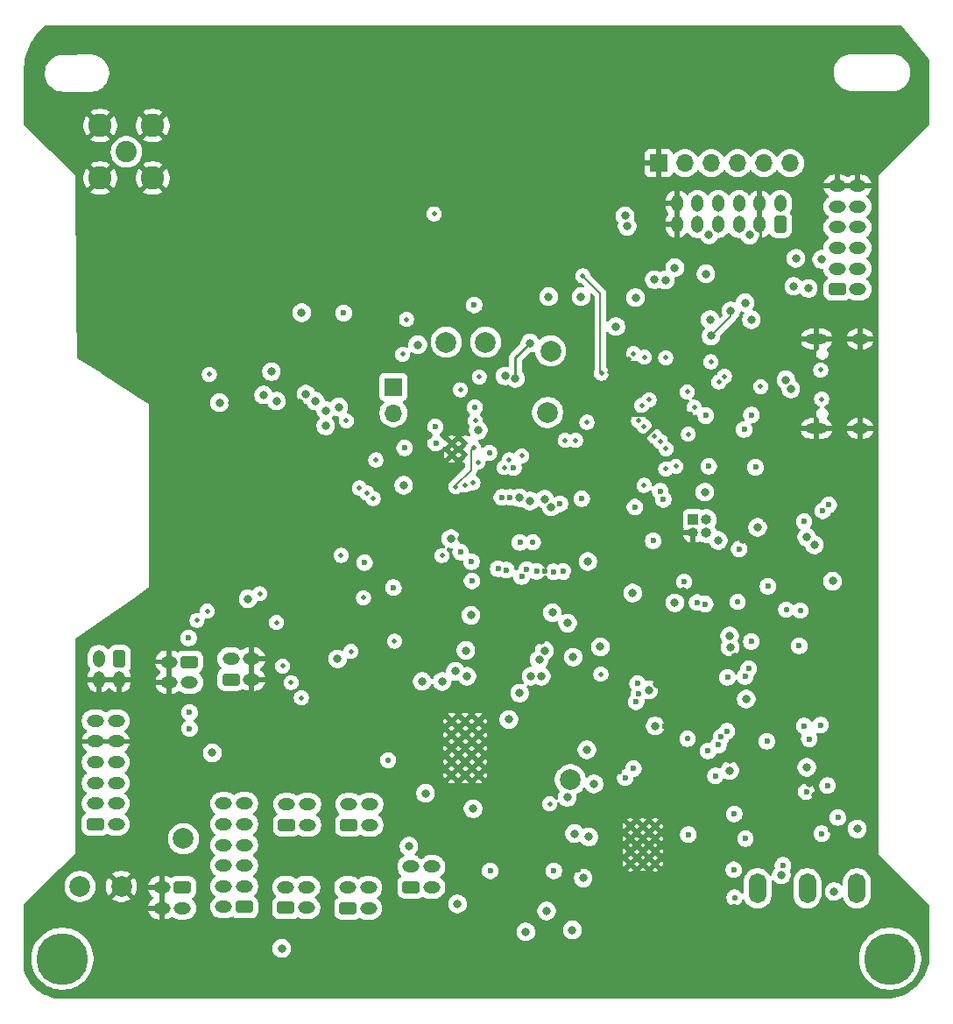
<source format=gbr>
%TF.GenerationSoftware,KiCad,Pcbnew,9.0.0*%
%TF.CreationDate,2025-05-20T19:59:45-07:00*%
%TF.ProjectId,FC_V5b,46435f56-3562-42e6-9b69-6361645f7063,rev?*%
%TF.SameCoordinates,Original*%
%TF.FileFunction,Copper,L2,Inr*%
%TF.FilePolarity,Positive*%
%FSLAX46Y46*%
G04 Gerber Fmt 4.6, Leading zero omitted, Abs format (unit mm)*
G04 Created by KiCad (PCBNEW 9.0.0) date 2025-05-20 19:59:45*
%MOMM*%
%LPD*%
G01*
G04 APERTURE LIST*
G04 Aperture macros list*
%AMRoundRect*
0 Rectangle with rounded corners*
0 $1 Rounding radius*
0 $2 $3 $4 $5 $6 $7 $8 $9 X,Y pos of 4 corners*
0 Add a 4 corners polygon primitive as box body*
4,1,4,$2,$3,$4,$5,$6,$7,$8,$9,$2,$3,0*
0 Add four circle primitives for the rounded corners*
1,1,$1+$1,$2,$3*
1,1,$1+$1,$4,$5*
1,1,$1+$1,$6,$7*
1,1,$1+$1,$8,$9*
0 Add four rect primitives between the rounded corners*
20,1,$1+$1,$2,$3,$4,$5,0*
20,1,$1+$1,$4,$5,$6,$7,0*
20,1,$1+$1,$6,$7,$8,$9,0*
20,1,$1+$1,$8,$9,$2,$3,0*%
G04 Aperture macros list end*
%TA.AperFunction,ComponentPad*%
%ADD10RoundRect,0.250000X-0.575000X0.350000X-0.575000X-0.350000X0.575000X-0.350000X0.575000X0.350000X0*%
%TD*%
%TA.AperFunction,ComponentPad*%
%ADD11O,1.650000X1.200000*%
%TD*%
%TA.AperFunction,ComponentPad*%
%ADD12RoundRect,0.250000X0.575000X-0.350000X0.575000X0.350000X-0.575000X0.350000X-0.575000X-0.350000X0*%
%TD*%
%TA.AperFunction,ComponentPad*%
%ADD13C,2.000000*%
%TD*%
%TA.AperFunction,ComponentPad*%
%ADD14C,2.050000*%
%TD*%
%TA.AperFunction,ComponentPad*%
%ADD15C,2.250000*%
%TD*%
%TA.AperFunction,ComponentPad*%
%ADD16C,5.000000*%
%TD*%
%TA.AperFunction,ComponentPad*%
%ADD17C,0.600000*%
%TD*%
%TA.AperFunction,ComponentPad*%
%ADD18R,1.000000X1.000000*%
%TD*%
%TA.AperFunction,ComponentPad*%
%ADD19O,1.000000X1.000000*%
%TD*%
%TA.AperFunction,ComponentPad*%
%ADD20RoundRect,0.250000X0.350000X0.575000X-0.350000X0.575000X-0.350000X-0.575000X0.350000X-0.575000X0*%
%TD*%
%TA.AperFunction,ComponentPad*%
%ADD21O,1.200000X1.650000*%
%TD*%
%TA.AperFunction,ComponentPad*%
%ADD22R,1.700000X1.700000*%
%TD*%
%TA.AperFunction,ComponentPad*%
%ADD23O,1.700000X1.700000*%
%TD*%
%TA.AperFunction,ComponentPad*%
%ADD24C,0.500000*%
%TD*%
%TA.AperFunction,ComponentPad*%
%ADD25O,1.700000X2.900000*%
%TD*%
%TA.AperFunction,ComponentPad*%
%ADD26O,1.600000X1.000000*%
%TD*%
%TA.AperFunction,ComponentPad*%
%ADD27O,2.100000X1.000000*%
%TD*%
%TA.AperFunction,HeatsinkPad*%
%ADD28C,0.500000*%
%TD*%
%TA.AperFunction,ViaPad*%
%ADD29C,0.460000*%
%TD*%
%TA.AperFunction,ViaPad*%
%ADD30C,0.800000*%
%TD*%
%TA.AperFunction,ViaPad*%
%ADD31C,0.600000*%
%TD*%
%TA.AperFunction,ViaPad*%
%ADD32C,0.560000*%
%TD*%
%TA.AperFunction,Conductor*%
%ADD33C,0.400000*%
%TD*%
%TA.AperFunction,Conductor*%
%ADD34C,0.152400*%
%TD*%
%TA.AperFunction,Conductor*%
%ADD35C,0.200000*%
%TD*%
%TA.AperFunction,Conductor*%
%ADD36C,0.127000*%
%TD*%
%TA.AperFunction,Conductor*%
%ADD37C,0.250000*%
%TD*%
G04 APERTURE END LIST*
D10*
%TO.N,DEPLOY2*%
%TO.C,J24*%
X159600000Y-109300000D03*
D11*
%TO.N,GND*%
X157599999Y-109300000D03*
%TO.N,DEPLOY2*%
X159600000Y-111300001D03*
%TO.N,GND*%
X157600000Y-111300000D03*
%TD*%
D12*
%TO.N,DEPLOY1_AUX*%
%TO.C,J23*%
X163600000Y-111000000D03*
D11*
%TO.N,GND*%
X165600001Y-111000000D03*
%TO.N,DEPLOY1_AUX*%
X163600000Y-108999999D03*
%TO.N,GND*%
X165600000Y-109000000D03*
%TD*%
D13*
%TO.N,GND*%
%TO.C,TP15*%
X153000000Y-131000000D03*
%TD*%
D14*
%TO.N,RF1_ANT*%
%TO.C,J6*%
X153500000Y-60000000D03*
D15*
%TO.N,GND*%
X150960000Y-57460000D03*
X150960000Y-62540000D03*
X156040000Y-57460000D03*
X156040000Y-62540000D03*
%TD*%
D13*
%TO.N,Net-(IC3-EVI)*%
%TO.C,TP6*%
X196400000Y-120700000D03*
%TD*%
D16*
%TO.N,N/C*%
%TO.C,H2*%
X227300000Y-138000000D03*
%TD*%
D12*
%TO.N,V_RBF*%
%TO.C,J20*%
X180999999Y-131100000D03*
D11*
%TO.N,VBATT_SENSE*%
X183000000Y-131100000D03*
%TO.N,V_RBF*%
X180999999Y-129099999D03*
%TO.N,VBATT_SENSE*%
X182999999Y-129100000D03*
%TD*%
D16*
%TO.N,N/C*%
%TO.C,H1*%
X147300000Y-138000000D03*
%TD*%
D12*
%TO.N,VBatt*%
%TO.C,J7*%
X168900000Y-133075000D03*
D11*
%TO.N,Net-(J10-Pin_1)*%
X170900001Y-133075000D03*
%TO.N,VBatt*%
X168900000Y-131074999D03*
%TO.N,Net-(J10-Pin_3)*%
X170900000Y-131075000D03*
%TD*%
D12*
%TO.N,Z_GPIO1*%
%TO.C,J17*%
X150500000Y-125000000D03*
D11*
%TO.N,Z_GPIO0*%
X152500000Y-125000000D03*
%TO.N,F4_SDA*%
X150500000Y-123000000D03*
X152500000Y-123000000D03*
%TO.N,F4_SCL*%
X150500000Y-121000000D03*
X152500000Y-121000000D03*
%TO.N,F4_PWR*%
X150500000Y-119000000D03*
X152500000Y-119000000D03*
%TO.N,GND*%
X150500000Y-117000000D03*
X152500000Y-117000000D03*
%TO.N,VSOLAR*%
X150500000Y-115000000D03*
X152500000Y-115000000D03*
%TD*%
D12*
%TO.N,Net-(J10-Pin_1)*%
%TO.C,J10*%
X174900000Y-133125000D03*
D11*
%TO.N,V_RBF*%
X176900001Y-133125000D03*
%TO.N,Net-(J10-Pin_3)*%
X174900000Y-131124999D03*
%TO.N,V_RBF*%
X176900000Y-131125000D03*
%TD*%
D13*
%TO.N,B-*%
%TO.C,TP4*%
X159000000Y-126400000D03*
%TD*%
D10*
%TO.N,B-*%
%TO.C,J19*%
X158900000Y-131099999D03*
D11*
%TO.N,GND*%
X156899999Y-131099999D03*
%TO.N,B-*%
X158900000Y-133100000D03*
%TO.N,GND*%
X156900000Y-133099999D03*
%TD*%
D12*
%TO.N,VBatt*%
%TO.C,J8*%
X169000000Y-125075000D03*
D11*
%TO.N,Net-(J29-Pin_1)*%
X171000001Y-125075000D03*
%TO.N,VBatt*%
X169000000Y-123074999D03*
%TO.N,Net-(J29-Pin_3)*%
X171000000Y-123075000D03*
%TD*%
D13*
%TO.N,FC_RESET*%
%TO.C,TP2*%
X194200000Y-85200000D03*
%TD*%
%TO.N,RF1_IO0*%
%TO.C,TP8*%
X188200000Y-78400000D03*
%TD*%
%TO.N,3.3V*%
%TO.C,TP3*%
X149000000Y-131000000D03*
%TD*%
D17*
%TO.N,GND*%
%TO.C,U18*%
X206080680Y-83474776D03*
X205108408Y-84447048D03*
X204136136Y-85419320D03*
X207052952Y-84447048D03*
X206080680Y-85419320D03*
X205108408Y-86391592D03*
X208025224Y-85419320D03*
X207052952Y-86391592D03*
X206080680Y-87363864D03*
%TD*%
D12*
%TO.N,Net-(J29-Pin_1)*%
%TO.C,J29*%
X175000000Y-125075000D03*
D11*
%TO.N,V_RBF*%
X177000001Y-125075000D03*
%TO.N,Net-(J29-Pin_3)*%
X175000000Y-123074999D03*
%TO.N,V_RBF*%
X177000000Y-123075000D03*
%TD*%
D13*
%TO.N,RF1_IO4*%
%TO.C,TP7*%
X184400000Y-78400000D03*
%TD*%
D18*
%TO.N,FC_RESET*%
%TO.C,J22*%
X208275000Y-95550000D03*
D19*
%TO.N,SWCLK*%
X209545000Y-95550000D03*
%TO.N,GND*%
X208275000Y-96820000D03*
%TO.N,SWDIO*%
X209545000Y-96820000D03*
%TD*%
D13*
%TO.N,USBBOOT*%
%TO.C,TP1*%
X194500000Y-79250000D03*
%TD*%
D12*
%TO.N,USBBOOT*%
%TO.C,J16*%
X222200001Y-73300000D03*
D11*
%TO.N,FC_RESET*%
X224200001Y-73300000D03*
%TO.N,USB_D+*%
X222200001Y-71300000D03*
%TO.N,USB_D-*%
X224200001Y-71300000D03*
%TO.N,SDA0*%
X222200001Y-69300000D03*
%TO.N,3.3V*%
X224200001Y-69300000D03*
%TO.N,SCL0*%
X222200001Y-67300000D03*
%TO.N,Dir_Chrg_In*%
X224200001Y-67300000D03*
%TO.N,DEPLOY1*%
X222200001Y-65300000D03*
X224200001Y-65300000D03*
%TO.N,GND*%
X222200001Y-63300000D03*
X224200001Y-63300000D03*
%TD*%
D20*
%TO.N,PAYLOAD_PWR*%
%TO.C,J18*%
X216700000Y-67000000D03*
D21*
X216700000Y-65000000D03*
%TO.N,GND*%
X214700000Y-67000000D03*
X214700000Y-65000000D03*
%TO.N,TX*%
X212700000Y-67000000D03*
%TO.N,RX*%
X212700000Y-65000000D03*
%TO.N,PAYLOAD_BATT*%
X210700000Y-67000000D03*
X210700000Y-65000000D03*
%TO.N,SDA0*%
X208700000Y-67000000D03*
%TO.N,SCL0*%
X208700000Y-65000000D03*
%TO.N,GND*%
X206700000Y-67000000D03*
X206700000Y-65000000D03*
%TD*%
D22*
%TO.N,GND*%
%TO.C,J3*%
X204950000Y-61100000D03*
D23*
%TO.N,SCL0*%
X207490000Y-61100000D03*
%TO.N,SDA0*%
X210029999Y-61100000D03*
%TO.N,RX*%
X212570000Y-61100000D03*
%TO.N,TX*%
X215110000Y-61100000D03*
%TO.N,3.3V*%
X217650000Y-61100000D03*
%TD*%
D22*
%TO.N,3.3V*%
%TO.C,J1*%
X179300000Y-82725000D03*
D23*
%TO.N,Net-(D5-A)*%
X179300000Y-85265000D03*
%TD*%
D20*
%TO.N,Heater Output*%
%TO.C,J21*%
X152825000Y-109000000D03*
D21*
%TO.N,GND*%
X152825000Y-111000001D03*
%TO.N,Heater Output*%
X150824999Y-109000000D03*
%TO.N,GND*%
X150825000Y-111000000D03*
%TD*%
D24*
%TO.N,GND*%
%TO.C,U6*%
X204600000Y-125200000D03*
X203400000Y-125200000D03*
X202200000Y-125200000D03*
X204600000Y-126400000D03*
X203400000Y-126400000D03*
X202200000Y-126400000D03*
X204600000Y-127600000D03*
X203400000Y-127600000D03*
X202200000Y-127600000D03*
X203400000Y-128780000D03*
X204600000Y-128800000D03*
X202200000Y-128800000D03*
%TD*%
D17*
%TO.N,GND*%
%TO.C,U10*%
X187531250Y-120250000D03*
X187531250Y-118950000D03*
X187531250Y-117650000D03*
X187531250Y-116350000D03*
X187531250Y-115050000D03*
X186231250Y-120250000D03*
X186231250Y-118950000D03*
X186231250Y-117650000D03*
X186231250Y-116350000D03*
X186231250Y-115050000D03*
X184931250Y-120250000D03*
X184931250Y-118950000D03*
X184931250Y-117650000D03*
X184931250Y-116350000D03*
X184931250Y-115050000D03*
%TD*%
D25*
%TO.N,3.3V*%
%TO.C,SW3*%
X214500000Y-131200000D03*
%TO.N,/3v3 Spec*%
X219300000Y-131200000D03*
%TO.N,unconnected-(SW3-C-Pad3)*%
X224100000Y-131200000D03*
%TD*%
D26*
%TO.N,GND*%
%TO.C,J12*%
X224400000Y-78100000D03*
D27*
X220220000Y-78100000D03*
D26*
X224400000Y-86740000D03*
D27*
X220220000Y-86740000D03*
%TD*%
D28*
%TO.N,GND*%
%TO.C,U16*%
X184950000Y-89300000D03*
X186250000Y-89300000D03*
X184950000Y-88200000D03*
X186250000Y-88200000D03*
%TD*%
D12*
%TO.N,VBatt*%
%TO.C,J14*%
X164900000Y-133000000D03*
D11*
%TO.N,B-*%
X162900000Y-133000000D03*
%TO.N,VBatt*%
X164900000Y-131000000D03*
%TO.N,B-*%
X162900000Y-131000000D03*
%TO.N,VBatt*%
X164900000Y-129000000D03*
%TO.N,B-*%
X162900000Y-129000000D03*
%TO.N,VBatt*%
X164900000Y-127000000D03*
%TO.N,B-*%
X162900000Y-127000000D03*
%TO.N,VBatt*%
X164900000Y-125000000D03*
%TO.N,B-*%
X162900000Y-125000000D03*
%TO.N,VBatt*%
X164900000Y-123000000D03*
%TO.N,B-*%
X162900000Y-123000000D03*
%TD*%
D29*
%TO.N,Net-(IC3-EVI)*%
X194406199Y-123032496D03*
D30*
%TO.N,FIRE_DEPLOY1_A*%
X196600000Y-135211000D03*
%TO.N,DEPLOY2*%
X185500000Y-132700000D03*
%TO.N,DEPLOY1_AUX*%
X198178157Y-126223257D03*
X180800000Y-127100000D03*
%TO.N,DEPLOY2*%
X197647537Y-130195678D03*
%TO.N,GND*%
X200515646Y-69015646D03*
%TO.N,3.3V*%
X210696888Y-97574999D03*
%TO.N,GND*%
X185900000Y-97400000D03*
%TO.N,WDT_ENABLE*%
X209404943Y-92902361D03*
%TO.N,3.3V*%
X184851200Y-97400000D03*
%TO.N,GND*%
X197599998Y-115000001D03*
D31*
X204481251Y-103277595D03*
X225870000Y-117500000D03*
D30*
X158000000Y-99000000D03*
D31*
X222000000Y-98800000D03*
D30*
X177025000Y-112075000D03*
X201974999Y-115000002D03*
D29*
X215000000Y-85505000D03*
D32*
X212256249Y-133000000D03*
D29*
X175600000Y-112780000D03*
X216845478Y-86345478D03*
D31*
X159110000Y-58990000D03*
D30*
X196200000Y-58800000D03*
D29*
X197800000Y-89700000D03*
D30*
X162000000Y-99000000D03*
X168000000Y-99000000D03*
X216900000Y-74100000D03*
D31*
X205808799Y-108841200D03*
D30*
X167000000Y-88000000D03*
X204806250Y-111450000D03*
D29*
X168000000Y-108500000D03*
X200400000Y-93500000D03*
D30*
X213775001Y-72200001D03*
X198800000Y-123300000D03*
D29*
X199500000Y-93500000D03*
X195169998Y-116600000D03*
X217660190Y-79598854D03*
D30*
X211775000Y-118775000D03*
D31*
X164430000Y-59240000D03*
D29*
X198600000Y-87900000D03*
D32*
X216300000Y-111800000D03*
D31*
X215750000Y-126250000D03*
D29*
X193000000Y-83300000D03*
D31*
X216650001Y-107758883D03*
D30*
X201074998Y-115000001D03*
D31*
X195875000Y-89000000D03*
X201123800Y-119893353D03*
D30*
X170000000Y-99000000D03*
D31*
X193100000Y-87100000D03*
X173000000Y-100000000D03*
X212250000Y-123000000D03*
D29*
X202000000Y-92800000D03*
D31*
X158100000Y-60800000D03*
D29*
X212400000Y-83500000D03*
D31*
X181500000Y-103200000D03*
D30*
X218200000Y-87000000D03*
D31*
X215493092Y-122253070D03*
D30*
X190699998Y-122649999D03*
D29*
X168000000Y-107100000D03*
D31*
X218892933Y-114281970D03*
D30*
X204700000Y-68778400D03*
X220100000Y-122250000D03*
X157000000Y-99000000D03*
D31*
X172300000Y-101200000D03*
D30*
X213100000Y-97500000D03*
X162300000Y-119600000D03*
D29*
X211300000Y-77900000D03*
D30*
X190699999Y-121749999D03*
D29*
X197800000Y-92000000D03*
D30*
X218928146Y-63071852D03*
D31*
X193975000Y-100525000D03*
X163700000Y-102800000D03*
X175000000Y-72000000D03*
D29*
X211600000Y-85474739D03*
D30*
X180400000Y-101800000D03*
D31*
X179600000Y-74000000D03*
D30*
X160000000Y-99000000D03*
X161000000Y-88000000D03*
D31*
X212500000Y-121000000D03*
D30*
X155900000Y-116700000D03*
D29*
X201400000Y-93300000D03*
X198600000Y-93500000D03*
D31*
X156700000Y-119400000D03*
X164550000Y-61340000D03*
X205808799Y-108041199D03*
X203465669Y-95249201D03*
X184800000Y-85400000D03*
X158020000Y-58980000D03*
X225870000Y-119500000D03*
D29*
X202039699Y-80060301D03*
X197800000Y-90900000D03*
X156700000Y-69500000D03*
D30*
X181100000Y-118900000D03*
X212300000Y-108800000D03*
D31*
X209552128Y-108278599D03*
D30*
X164000000Y-99000000D03*
X209000000Y-121775000D03*
D31*
X164510000Y-60360000D03*
X222350000Y-97000000D03*
D30*
X168800000Y-65300000D03*
D31*
X215250000Y-95500000D03*
X205808799Y-109641200D03*
D30*
X198499999Y-115000002D03*
X210800000Y-93800000D03*
X169000000Y-99000000D03*
X170000000Y-88000000D03*
D29*
X189950000Y-85580000D03*
X195200000Y-83400000D03*
D30*
X190906250Y-102250000D03*
D29*
X200235675Y-81306200D03*
D31*
X221900000Y-103000000D03*
D30*
X213100000Y-101400000D03*
X182000000Y-128000000D03*
D29*
X195231250Y-114250000D03*
D30*
X169000000Y-88000000D03*
X204900000Y-63100000D03*
D29*
X183100000Y-106500000D03*
D31*
X205500000Y-115500000D03*
D30*
X193606250Y-107225000D03*
X215100000Y-106900000D03*
D31*
X225870000Y-127687314D03*
D30*
X163000000Y-99000000D03*
X166000000Y-99000000D03*
D29*
X211269998Y-90800000D03*
D30*
X182100000Y-126000000D03*
X163750000Y-84250000D03*
D31*
X207175000Y-108700000D03*
D29*
X185800000Y-82100000D03*
X177200000Y-110300000D03*
X205685000Y-77785000D03*
D30*
X207700000Y-77100000D03*
X215475001Y-69200001D03*
X182800000Y-100100000D03*
X197674998Y-133200000D03*
D29*
X212800000Y-106100000D03*
D30*
X190575000Y-87500000D03*
D29*
X201875601Y-88737962D03*
X195130543Y-118750707D03*
D30*
X171500000Y-99500000D03*
X208600000Y-99300000D03*
D31*
X189900000Y-84363500D03*
D30*
X160000000Y-88000000D03*
D31*
X195400000Y-127000000D03*
D30*
X188000000Y-111000000D03*
X211200000Y-71000000D03*
X159000000Y-88000000D03*
X165000000Y-88000000D03*
D31*
X208072209Y-109470739D03*
X162580000Y-58200000D03*
D30*
X207900000Y-130553800D03*
X162000000Y-88000000D03*
D29*
X211600000Y-84300000D03*
X199000000Y-86800000D03*
D31*
X197180331Y-129380331D03*
X225870000Y-123500000D03*
D30*
X201174998Y-133200000D03*
X164000000Y-88000000D03*
X166000000Y-88000000D03*
D29*
X199700000Y-87900000D03*
X195089667Y-115541583D03*
D31*
X161280000Y-58230000D03*
D30*
X208999999Y-122675000D03*
D31*
X225870000Y-113500000D03*
D30*
X168000000Y-88000000D03*
D31*
X210250000Y-128490902D03*
D30*
X190699998Y-126225000D03*
D31*
X163890000Y-58230000D03*
D30*
X201400000Y-64000000D03*
D31*
X221505025Y-125505025D03*
X158400000Y-116500000D03*
D30*
X159000000Y-99000000D03*
X182673800Y-87400000D03*
X165000000Y-99000000D03*
X173000000Y-88000000D03*
X172000000Y-88000000D03*
X198574999Y-133200001D03*
X196700000Y-101000000D03*
D31*
X206736500Y-91600000D03*
D29*
X202931456Y-91006456D03*
D30*
X208999999Y-126100000D03*
X170250000Y-84250000D03*
D31*
X159130000Y-60800000D03*
D30*
X171000000Y-88000000D03*
D31*
X160210000Y-58640000D03*
D29*
X200500000Y-84693800D03*
D30*
X163000000Y-88000000D03*
X157000000Y-88000000D03*
X207298799Y-102460332D03*
X183300000Y-123600000D03*
X219500000Y-121000000D03*
D31*
X160900000Y-116400000D03*
D30*
X161000000Y-99000000D03*
D31*
X217300000Y-111815000D03*
D30*
X202074999Y-133200001D03*
X167000000Y-99000000D03*
X210700000Y-92100000D03*
X190699999Y-125325000D03*
D29*
X197800000Y-88500000D03*
D30*
X158000000Y-88000000D03*
X222250000Y-93250000D03*
X177209639Y-118942482D03*
D31*
X194700000Y-87200000D03*
D29*
%TO.N,3.3V*%
X160307555Y-105292445D03*
X161300000Y-104400000D03*
X214800000Y-82700000D03*
D30*
X221750000Y-101500000D03*
D31*
X179300000Y-102125000D03*
D30*
X186300000Y-108200000D03*
D31*
X180379958Y-88620042D03*
D29*
X203523439Y-86537789D03*
D30*
X172750000Y-86500000D03*
X173896261Y-109020001D03*
D29*
X210000000Y-80300000D03*
X195900000Y-87900000D03*
D30*
X197436500Y-74000000D03*
D29*
X205628866Y-79898967D03*
X190503847Y-89776153D03*
D30*
X220700000Y-70400000D03*
D31*
X209500000Y-85500000D03*
D30*
X161800000Y-118100000D03*
D32*
X212268750Y-132075000D03*
D31*
X212250000Y-124000000D03*
D30*
X167500000Y-81250000D03*
X214500000Y-96300000D03*
D29*
X207699377Y-83213226D03*
D31*
X213200000Y-86835000D03*
D32*
X212585000Y-103515000D03*
D30*
X190100000Y-81676200D03*
D29*
X207808685Y-87297515D03*
D32*
X178800000Y-118800000D03*
D29*
X185790406Y-82998319D03*
D32*
X192775000Y-97755000D03*
D30*
X186400000Y-110700000D03*
X185300000Y-110200000D03*
X192600000Y-110700000D03*
X209500000Y-71800000D03*
D29*
X187484350Y-89999341D03*
D30*
X203979786Y-112012990D03*
X200816637Y-76900000D03*
X211861294Y-107889010D03*
X198100000Y-99599000D03*
X218000000Y-73000000D03*
X187497313Y-86912045D03*
X204600000Y-115500000D03*
X211800000Y-119800000D03*
X194300000Y-74000000D03*
D29*
X205622357Y-90661768D03*
X191700000Y-89400000D03*
D31*
X209774037Y-90400000D03*
D30*
X191500000Y-112323800D03*
D29*
X203300000Y-84512280D03*
D32*
X218629069Y-104343071D03*
D29*
X198000000Y-86148548D03*
X170400000Y-112780000D03*
D30*
X193600000Y-110700000D03*
X181650000Y-78650000D03*
D31*
X159500000Y-107000000D03*
D30*
X190454329Y-114881530D03*
D31*
X207398799Y-101560330D03*
D30*
X213300000Y-74600000D03*
D31*
X215400000Y-116991579D03*
X213900000Y-85435000D03*
D29*
X169400000Y-111300000D03*
D30*
X202700000Y-74100000D03*
X213400000Y-112900000D03*
D31*
X193150734Y-100549263D03*
D30*
X196100000Y-122400000D03*
D29*
X175200000Y-108300000D03*
D30*
X172750000Y-85000000D03*
X193898145Y-93583412D03*
D31*
%TO.N,/3v3 Spec*%
X220707435Y-125907435D03*
D30*
%TO.N,VBUSP*%
X184000000Y-111200000D03*
X182400000Y-122000000D03*
X182080704Y-111185732D03*
%TO.N,TX*%
X204524309Y-72363584D03*
%TO.N,V_BACKUP*%
X198000000Y-117800000D03*
X198700000Y-121100000D03*
%TO.N,WDT_BIAS*%
X202431250Y-102649999D03*
X199306250Y-107850000D03*
D29*
%TO.N,RF_VCC*%
X176400000Y-103100000D03*
X174750000Y-86000000D03*
X174248590Y-99007803D03*
X168600000Y-109700000D03*
X161500000Y-81504000D03*
D31*
%TO.N,SDA1*%
X209437019Y-103711795D03*
X213650000Y-109950000D03*
X195700000Y-100575000D03*
D29*
X203555768Y-79844232D03*
D32*
X187170242Y-84691774D03*
D31*
X201700000Y-120500003D03*
D32*
X188568321Y-89102111D03*
D29*
%TO.N,SCL1*%
X187205000Y-86000113D03*
D31*
X202500000Y-119600000D03*
D29*
X187059018Y-88608878D03*
D31*
X213309340Y-110714292D03*
D29*
X185332938Y-92367062D03*
D31*
X208648799Y-103575000D03*
D29*
X187600000Y-81760000D03*
X202500000Y-79504340D03*
D31*
X194775000Y-100600000D03*
D30*
%TO.N,SDA0*%
X201900000Y-67200000D03*
X209809169Y-68029002D03*
X213738438Y-68052403D03*
D29*
%TO.N,/Power Systems/V_RF*%
X179400000Y-107300000D03*
D31*
%TO.N,Net-(D10-K)*%
X210425000Y-120325000D03*
D30*
%TO.N,Net-(D12-K)*%
X211800000Y-106800000D03*
%TO.N,VBATT_SENSE*%
X187000000Y-123500000D03*
X206500000Y-103600000D03*
D31*
%TO.N,F1_PWR*%
X219000000Y-95750000D03*
%TO.N,FC_RESET*%
X183400000Y-88164445D03*
X183350000Y-86600000D03*
X186900000Y-101475000D03*
D29*
X203531500Y-92241471D03*
X196900000Y-87900000D03*
%TO.N,SWCLK*%
X204553938Y-87494081D03*
%TO.N,SWDIO*%
X205100000Y-88000000D03*
%TO.N,SPI0_MISO*%
X199405666Y-81389791D03*
X197600000Y-72001499D03*
%TO.N,SPI0_CS0*%
X183240000Y-66001499D03*
X180570000Y-76200000D03*
D31*
%TO.N,RF1_IO4*%
X187100000Y-74800000D03*
D30*
%TO.N,RF1_IO0*%
X170439847Y-75560153D03*
D31*
X174500000Y-75600000D03*
D30*
%TO.N,RTC_INT*%
X196800000Y-125900000D03*
D31*
X213328060Y-126371940D03*
X222257435Y-124357435D03*
X214300000Y-90500000D03*
%TO.N,F2_PWR*%
X219215394Y-121853817D03*
%TO.N,F3_PWR*%
X219000000Y-115500000D03*
D30*
%TO.N,USB_D-*%
X217712084Y-82922608D03*
%TO.N,USB_D+*%
X217240685Y-82040685D03*
%TO.N,Net-(U1D-+)*%
X193400000Y-109100000D03*
%TO.N,Net-(R31-Pad1)*%
X194665844Y-104540100D03*
X196679497Y-108849999D03*
%TO.N,USBBOOT*%
X219400000Y-73200000D03*
X205584067Y-72398036D03*
D32*
%TO.N,VSOLAR_I*%
X207714878Y-116735122D03*
D30*
%TO.N,Dir_Chrg_In*%
X216800000Y-129900000D03*
X168500000Y-137000000D03*
D31*
%TO.N,RF2_TX_EN*%
X176500000Y-99700000D03*
D30*
%TO.N,RF2_RX_EN*%
X174000000Y-84676200D03*
X162500000Y-84250000D03*
D29*
%TO.N,RF2_RST*%
X205650000Y-88700000D03*
D30*
X192500000Y-93750000D03*
X165250000Y-103216600D03*
X180286954Y-92230662D03*
D29*
%TO.N,RF2_IO0*%
X166390766Y-102720000D03*
X168000000Y-105493500D03*
%TO.N,~{CHARGE}*%
X199351249Y-110501717D03*
X186984793Y-91984793D03*
D30*
%TO.N,Net-(JP6-A)*%
X186800000Y-104800000D03*
X193900000Y-108200000D03*
%TO.N,/Watchdog Circuit/WDT-VP*%
X196140778Y-105559222D03*
D31*
%TO.N,F0_SCL*%
X218525000Y-107750000D03*
D30*
%TO.N,F1_SDA*%
X219250000Y-97250000D03*
D32*
%TO.N,F0_SDA*%
X217265002Y-104250000D03*
D30*
%TO.N,F1_SCL*%
X220000000Y-98000000D03*
D31*
%TO.N,F2_SDA*%
X221250000Y-121250000D03*
%TO.N,F3_SCL*%
X219500000Y-116750000D03*
%TO.N,F3_SDA*%
X220594669Y-115405331D03*
D30*
%TO.N,F2_SCL*%
X219250000Y-119500000D03*
D31*
%TO.N,~{MUX_RESET}*%
X215500000Y-102000000D03*
%TO.N,F4_SCL*%
X203000000Y-112400000D03*
X211550000Y-116000000D03*
%TO.N,F4_SDA*%
X210984313Y-116565687D03*
X202747017Y-113158949D03*
%TO.N,VSOLAR*%
X202900000Y-111400000D03*
X211589136Y-110813227D03*
%TO.N,VBUS_RESET*%
X191525000Y-97775000D03*
X185799456Y-98695330D03*
D29*
X184000000Y-99025000D03*
%TO.N,Net-(J12-CC1)*%
X220600000Y-81100000D03*
%TO.N,Net-(J12-CC2)*%
X220700000Y-83900000D03*
%TO.N,SPI1_CS0*%
X180186167Y-79572885D03*
X204019899Y-83968041D03*
D30*
%TO.N,SPI1_MOSI*%
X171750000Y-84089700D03*
D31*
X205100000Y-92800000D03*
D29*
X206600000Y-90400000D03*
D30*
X168000000Y-84089700D03*
%TO.N,SPI1_SCK*%
X170854812Y-83426200D03*
X166750000Y-83500000D03*
D31*
X202650000Y-94350000D03*
D30*
%TO.N,SPI1_MISO*%
X194556067Y-94336501D03*
D31*
%TO.N,SPI1_CS1*%
X197504957Y-93536500D03*
D29*
X203000000Y-85975000D03*
D31*
%TO.N,ENAB_RF*%
X192200000Y-100400002D03*
%TO.N,FACE0_ENABLE*%
X213893112Y-107334780D03*
X191695733Y-101067725D03*
%TO.N,FACE1_ENABLE*%
X204400000Y-97600000D03*
X212725000Y-98400000D03*
%TO.N,FACE2_ENABLE*%
X209725000Y-117925000D03*
X189432989Y-100312209D03*
%TO.N,FACE4_ENABLE*%
X159600000Y-114200000D03*
X186850000Y-99625000D03*
X159600000Y-115750000D03*
%TO.N,FACE3_ENABLE*%
X190225000Y-100425000D03*
X210730280Y-117335764D03*
D30*
%TO.N,Heater Output*%
X194100000Y-133376000D03*
X192100000Y-135400000D03*
%TO.N,PAYLOAD_PWR*%
X201700000Y-66200000D03*
D31*
%TO.N,~{GPIO_EXPANDER_RESET}*%
X195400000Y-94023800D03*
X205400000Y-93600000D03*
D30*
%TO.N,PAYLOAD_PWR_ENABLE*%
X191099401Y-81899999D03*
X192494444Y-78494444D03*
D29*
%TO.N,+1V1*%
X210750000Y-82250000D03*
X208373478Y-84699843D03*
X211300000Y-81700000D03*
D30*
%TO.N,/RP2350AHHHHHHHHH/FLASH_SS*%
X206500000Y-71200000D03*
%TO.N,/RP2350AHHHHHHHHH/QSPI_SD3*%
X210000000Y-77800000D03*
X211900000Y-75400000D03*
%TO.N,/RP2350AHHHHHHHHH/QSPI_SD0*%
X209900000Y-76223800D03*
X213900000Y-76223800D03*
D29*
%TO.N,RF2_IO1*%
X177340324Y-93500000D03*
X186224767Y-92224767D03*
%TO.N,RF2_IO2*%
X190001439Y-90519999D03*
X176750000Y-93000000D03*
%TO.N,RF2_IO3*%
X176000000Y-92500000D03*
X177600000Y-89784124D03*
D31*
%TO.N,PAYLOAD_BATT_ENABLE*%
X189783195Y-93401071D03*
X188649998Y-129500000D03*
%TO.N,FIRE_DEPLOY1_A*%
X194800000Y-129500000D03*
X220800000Y-94700000D03*
%TO.N,FIRE_DEPLOY2_B*%
X190900000Y-90503924D03*
D30*
%TO.N,ENABLE_Heater*%
X191481875Y-93441925D03*
D31*
X212200000Y-129400000D03*
D30*
%TO.N,PAYLOAD_BATT*%
X224134000Y-125450000D03*
X221900000Y-131500000D03*
X218200000Y-70300000D03*
D31*
%TO.N,/Power Systems/Load Switches/Deploy1_EN*%
X221376200Y-94134887D03*
X216955025Y-128955025D03*
%TO.N,/Power Systems/Load Switches/Deploy2_EN*%
X190583248Y-93392237D03*
X207800000Y-126000000D03*
%TD*%
D33*
%TO.N,GND*%
X204708408Y-86391592D02*
X202362038Y-88737962D01*
X201150200Y-85344000D02*
X200500000Y-84693800D01*
D34*
X201225520Y-85419320D02*
X200500000Y-84693800D01*
D33*
X205108408Y-86391592D02*
X204708408Y-86391592D01*
X202362038Y-88737962D02*
X201875601Y-88737962D01*
D34*
X204136136Y-85419320D02*
X201225520Y-85419320D01*
D33*
X206080680Y-85419320D02*
X206005360Y-85344000D01*
X206005360Y-85344000D02*
X201150200Y-85344000D01*
D35*
%TO.N,SCL1*%
X185340873Y-92359127D02*
X185340873Y-92259127D01*
X186800000Y-88867896D02*
X187059018Y-88608878D01*
X185332938Y-92367062D02*
X185340873Y-92359127D01*
X186800000Y-90800000D02*
X186800000Y-88867896D01*
X185340873Y-92259127D02*
X186800000Y-90800000D01*
D36*
%TO.N,SPI0_MISO*%
X199405666Y-81311866D02*
X199300000Y-81206200D01*
X199300000Y-81206200D02*
X199300000Y-73701499D01*
X199300000Y-73701499D02*
X197600000Y-72001499D01*
X199405666Y-81389791D02*
X199405666Y-81311866D01*
D37*
%TO.N,PAYLOAD_PWR_ENABLE*%
X191099401Y-79889487D02*
X192494444Y-78494444D01*
X191099401Y-81899999D02*
X191099401Y-79889487D01*
D34*
%TO.N,/RP2350AHHHHHHHHH/QSPI_SD3*%
X211900000Y-75400000D02*
X211900000Y-75900000D01*
X211900000Y-75900000D02*
X210000000Y-77800000D01*
%TD*%
%TA.AperFunction,Conductor*%
%TO.N,GND*%
G36*
X157149999Y-131921352D02*
G01*
X157150000Y-131921362D01*
X157150000Y-132753589D01*
X157064044Y-132703962D01*
X156955952Y-132674999D01*
X156844048Y-132674999D01*
X156735956Y-132703962D01*
X156650000Y-132753589D01*
X156650000Y-132278645D01*
X156649999Y-132278636D01*
X156649999Y-131446408D01*
X156735955Y-131496036D01*
X156844047Y-131524999D01*
X156955951Y-131524999D01*
X157064043Y-131496036D01*
X157149999Y-131446408D01*
X157149999Y-131921352D01*
G37*
%TD.AperFunction*%
%TA.AperFunction,Conductor*%
G36*
X152103963Y-116835956D02*
G01*
X152075000Y-116944048D01*
X152075000Y-117055952D01*
X152103963Y-117164044D01*
X152153590Y-117250000D01*
X150846410Y-117250000D01*
X150896037Y-117164044D01*
X150925000Y-117055952D01*
X150925000Y-116944048D01*
X150896037Y-116835956D01*
X150846410Y-116750000D01*
X152153590Y-116750000D01*
X152103963Y-116835956D01*
G37*
%TD.AperFunction*%
%TA.AperFunction,Conductor*%
G36*
X157849999Y-110121353D02*
G01*
X157850000Y-110121363D01*
X157850000Y-110953590D01*
X157764044Y-110903963D01*
X157655952Y-110875000D01*
X157544048Y-110875000D01*
X157435956Y-110903963D01*
X157350000Y-110953590D01*
X157350000Y-110478646D01*
X157349999Y-110478637D01*
X157349999Y-109646409D01*
X157435955Y-109696037D01*
X157544047Y-109725000D01*
X157655951Y-109725000D01*
X157764043Y-109696037D01*
X157849999Y-109646409D01*
X157849999Y-110121353D01*
G37*
%TD.AperFunction*%
%TA.AperFunction,Conductor*%
G36*
X152003640Y-110750001D02*
G01*
X152478590Y-110750001D01*
X152428963Y-110835957D01*
X152400000Y-110944049D01*
X152400000Y-111055953D01*
X152428963Y-111164045D01*
X152478590Y-111250001D01*
X151646363Y-111250001D01*
X151646360Y-111250000D01*
X151171410Y-111250000D01*
X151221037Y-111164044D01*
X151250000Y-111055952D01*
X151250000Y-110944048D01*
X151221037Y-110835956D01*
X151171410Y-110750000D01*
X152003637Y-110750000D01*
X152003640Y-110750001D01*
G37*
%TD.AperFunction*%
%TA.AperFunction,Conductor*%
G36*
X165850000Y-109821353D02*
G01*
X165850001Y-109821363D01*
X165850001Y-110653590D01*
X165764045Y-110603963D01*
X165655953Y-110575000D01*
X165544049Y-110575000D01*
X165435957Y-110603963D01*
X165350001Y-110653590D01*
X165350001Y-110178646D01*
X165350000Y-110178637D01*
X165350000Y-109346409D01*
X165435956Y-109396037D01*
X165544048Y-109425000D01*
X165655952Y-109425000D01*
X165764044Y-109396037D01*
X165850000Y-109346409D01*
X165850000Y-109821353D01*
G37*
%TD.AperFunction*%
%TA.AperFunction,Conductor*%
G36*
X223803964Y-63135956D02*
G01*
X223775001Y-63244048D01*
X223775001Y-63355952D01*
X223803964Y-63464044D01*
X223853591Y-63550000D01*
X222546411Y-63550000D01*
X222596038Y-63464044D01*
X222625001Y-63355952D01*
X222625001Y-63244048D01*
X222596038Y-63135956D01*
X222546411Y-63050000D01*
X223853591Y-63050000D01*
X223803964Y-63135956D01*
G37*
%TD.AperFunction*%
%TA.AperFunction,Conductor*%
G36*
X206950000Y-66653590D02*
G01*
X206864044Y-66603963D01*
X206755952Y-66575000D01*
X206644048Y-66575000D01*
X206535956Y-66603963D01*
X206450000Y-66653590D01*
X206450000Y-65346409D01*
X206535956Y-65396037D01*
X206644048Y-65425000D01*
X206755952Y-65425000D01*
X206864044Y-65396037D01*
X206950000Y-65346409D01*
X206950000Y-66653590D01*
G37*
%TD.AperFunction*%
%TA.AperFunction,Conductor*%
G36*
X214950000Y-66653590D02*
G01*
X214864044Y-66603963D01*
X214755952Y-66575000D01*
X214644048Y-66575000D01*
X214535956Y-66603963D01*
X214450000Y-66653590D01*
X214450000Y-65346409D01*
X214535956Y-65396037D01*
X214644048Y-65425000D01*
X214755952Y-65425000D01*
X214864044Y-65396037D01*
X214950000Y-65346409D01*
X214950000Y-66653590D01*
G37*
%TD.AperFunction*%
%TA.AperFunction,Conductor*%
G36*
X228288992Y-47778802D02*
G01*
X228355977Y-47798672D01*
X228384059Y-47823599D01*
X231057452Y-51044082D01*
X231114110Y-51112334D01*
X231141784Y-51176490D01*
X231142700Y-51191536D01*
X231142700Y-57245588D01*
X231123015Y-57312627D01*
X231106381Y-57333269D01*
X226200025Y-62239624D01*
X226200024Y-62239625D01*
X226169500Y-62313316D01*
X226169500Y-127776683D01*
X226200024Y-127850374D01*
X231106381Y-132756731D01*
X231139866Y-132818054D01*
X231142700Y-132844412D01*
X231142700Y-138046741D01*
X231140771Y-138068529D01*
X231077299Y-138424135D01*
X231074945Y-138434656D01*
X230976741Y-138798544D01*
X230973482Y-138808820D01*
X230844045Y-139162797D01*
X230839906Y-139172751D01*
X230680211Y-139514151D01*
X230675223Y-139523708D01*
X230486480Y-139849943D01*
X230480681Y-139859031D01*
X230264316Y-140167639D01*
X230257750Y-140176189D01*
X230015386Y-140464852D01*
X230008101Y-140472799D01*
X229741599Y-140739301D01*
X229733652Y-140746586D01*
X229444989Y-140988950D01*
X229436439Y-140995516D01*
X229127831Y-141211881D01*
X229118743Y-141217680D01*
X228792508Y-141406423D01*
X228782951Y-141411411D01*
X228441551Y-141571106D01*
X228431597Y-141575245D01*
X228077620Y-141704682D01*
X228067344Y-141707941D01*
X227703456Y-141806145D01*
X227692935Y-141808499D01*
X227337329Y-141871971D01*
X227315541Y-141873900D01*
X147394471Y-141873900D01*
X147381532Y-141873898D01*
X147380104Y-141873331D01*
X147342241Y-141873892D01*
X147341298Y-141873892D01*
X147341193Y-141873861D01*
X147337326Y-141873828D01*
X146980930Y-141862350D01*
X146969309Y-141861427D01*
X146618481Y-141816901D01*
X146606997Y-141814891D01*
X146261902Y-141737616D01*
X146250659Y-141734537D01*
X146158830Y-141704682D01*
X145914340Y-141625194D01*
X145903440Y-141621074D01*
X145741158Y-141550852D01*
X145578882Y-141480632D01*
X145568413Y-141475505D01*
X145258472Y-141305202D01*
X145248530Y-141299114D01*
X144955953Y-141100457D01*
X144946628Y-141093463D01*
X144697680Y-140887776D01*
X144674002Y-140868212D01*
X144665375Y-140860374D01*
X144415102Y-140610509D01*
X144407249Y-140601894D01*
X144181553Y-140329638D01*
X144174543Y-140320323D01*
X143975410Y-140028071D01*
X143969306Y-140018139D01*
X143798503Y-139708488D01*
X143793358Y-139698027D01*
X143687154Y-139453686D01*
X143652378Y-139373678D01*
X143648247Y-139362800D01*
X143558809Y-139089228D01*
X143549839Y-139061789D01*
X143543700Y-139023257D01*
X143543700Y-137831491D01*
X144299500Y-137831491D01*
X144299500Y-138168508D01*
X144337231Y-138503381D01*
X144337233Y-138503397D01*
X144412223Y-138831953D01*
X144412227Y-138831965D01*
X144523532Y-139150054D01*
X144669752Y-139453683D01*
X144669754Y-139453686D01*
X144849054Y-139739039D01*
X145059175Y-140002523D01*
X145297477Y-140240825D01*
X145560961Y-140450946D01*
X145846314Y-140630246D01*
X146149949Y-140776469D01*
X146388848Y-140860063D01*
X146468034Y-140887772D01*
X146468046Y-140887776D01*
X146796606Y-140962767D01*
X147131492Y-141000499D01*
X147131493Y-141000500D01*
X147131496Y-141000500D01*
X147468507Y-141000500D01*
X147468507Y-141000499D01*
X147803394Y-140962767D01*
X148131954Y-140887776D01*
X148450051Y-140776469D01*
X148753686Y-140630246D01*
X149039039Y-140450946D01*
X149302523Y-140240825D01*
X149540825Y-140002523D01*
X149750946Y-139739039D01*
X149930246Y-139453686D01*
X150076469Y-139150051D01*
X150187776Y-138831954D01*
X150262767Y-138503394D01*
X150300500Y-138168504D01*
X150300500Y-137831496D01*
X150262767Y-137496606D01*
X150187776Y-137168046D01*
X150160008Y-137088691D01*
X150110139Y-136946172D01*
X150097938Y-136911304D01*
X167599500Y-136911304D01*
X167599500Y-137088695D01*
X167634103Y-137262658D01*
X167634106Y-137262667D01*
X167701983Y-137426540D01*
X167701990Y-137426553D01*
X167800535Y-137574034D01*
X167800538Y-137574038D01*
X167925961Y-137699461D01*
X167925965Y-137699464D01*
X168073446Y-137798009D01*
X168073459Y-137798016D01*
X168154289Y-137831496D01*
X168237334Y-137865894D01*
X168237336Y-137865894D01*
X168237341Y-137865896D01*
X168411304Y-137900499D01*
X168411307Y-137900500D01*
X168411309Y-137900500D01*
X168588693Y-137900500D01*
X168588694Y-137900499D01*
X168646682Y-137888964D01*
X168762658Y-137865896D01*
X168762661Y-137865894D01*
X168762666Y-137865894D01*
X168845723Y-137831491D01*
X224299500Y-137831491D01*
X224299500Y-138168508D01*
X224337231Y-138503381D01*
X224337233Y-138503397D01*
X224412223Y-138831953D01*
X224412227Y-138831965D01*
X224523532Y-139150054D01*
X224669752Y-139453683D01*
X224669754Y-139453686D01*
X224849054Y-139739039D01*
X225059175Y-140002523D01*
X225297477Y-140240825D01*
X225560961Y-140450946D01*
X225846314Y-140630246D01*
X226149949Y-140776469D01*
X226388848Y-140860063D01*
X226468034Y-140887772D01*
X226468046Y-140887776D01*
X226796606Y-140962767D01*
X227131492Y-141000499D01*
X227131493Y-141000500D01*
X227131496Y-141000500D01*
X227468507Y-141000500D01*
X227468507Y-141000499D01*
X227803394Y-140962767D01*
X228131954Y-140887776D01*
X228450051Y-140776469D01*
X228753686Y-140630246D01*
X229039039Y-140450946D01*
X229302523Y-140240825D01*
X229540825Y-140002523D01*
X229750946Y-139739039D01*
X229930246Y-139453686D01*
X230076469Y-139150051D01*
X230187776Y-138831954D01*
X230262767Y-138503394D01*
X230300500Y-138168504D01*
X230300500Y-137831496D01*
X230262767Y-137496606D01*
X230187776Y-137168046D01*
X230076469Y-136849949D01*
X229930246Y-136546314D01*
X229750946Y-136260961D01*
X229540825Y-135997477D01*
X229302523Y-135759175D01*
X229039039Y-135549054D01*
X228753686Y-135369754D01*
X228753683Y-135369752D01*
X228450054Y-135223532D01*
X228131965Y-135112227D01*
X228131953Y-135112223D01*
X227803397Y-135037233D01*
X227803381Y-135037231D01*
X227468508Y-134999500D01*
X227468504Y-134999500D01*
X227131496Y-134999500D01*
X227131491Y-134999500D01*
X226796618Y-135037231D01*
X226796602Y-135037233D01*
X226468046Y-135112223D01*
X226468034Y-135112227D01*
X226149945Y-135223532D01*
X225846316Y-135369752D01*
X225560962Y-135549053D01*
X225297477Y-135759174D01*
X225059174Y-135997477D01*
X224849053Y-136260962D01*
X224669752Y-136546316D01*
X224523532Y-136849945D01*
X224412227Y-137168034D01*
X224412223Y-137168046D01*
X224337233Y-137496602D01*
X224337231Y-137496618D01*
X224299500Y-137831491D01*
X168845723Y-137831491D01*
X168926547Y-137798013D01*
X168926553Y-137798009D01*
X169035946Y-137724915D01*
X169053497Y-137713186D01*
X169074035Y-137699464D01*
X169199464Y-137574035D01*
X169298013Y-137426547D01*
X169365894Y-137262666D01*
X169400500Y-137088691D01*
X169400500Y-136911309D01*
X169400500Y-136911306D01*
X169400499Y-136911304D01*
X169365896Y-136737341D01*
X169365893Y-136737332D01*
X169298016Y-136573459D01*
X169298009Y-136573446D01*
X169199464Y-136425965D01*
X169199461Y-136425961D01*
X169074038Y-136300538D01*
X169074034Y-136300535D01*
X168926553Y-136201990D01*
X168926540Y-136201983D01*
X168762667Y-136134106D01*
X168762658Y-136134103D01*
X168588694Y-136099500D01*
X168588691Y-136099500D01*
X168411309Y-136099500D01*
X168411306Y-136099500D01*
X168237341Y-136134103D01*
X168237332Y-136134106D01*
X168073459Y-136201983D01*
X168073446Y-136201990D01*
X167925965Y-136300535D01*
X167925961Y-136300538D01*
X167800538Y-136425961D01*
X167800535Y-136425965D01*
X167701990Y-136573446D01*
X167701983Y-136573459D01*
X167634106Y-136737332D01*
X167634103Y-136737341D01*
X167599500Y-136911304D01*
X150097938Y-136911304D01*
X150076469Y-136849949D01*
X149930246Y-136546314D01*
X149750946Y-136260961D01*
X149540825Y-135997477D01*
X149302523Y-135759175D01*
X149039039Y-135549054D01*
X148753686Y-135369754D01*
X148753683Y-135369752D01*
X148632314Y-135311304D01*
X191199500Y-135311304D01*
X191199500Y-135488695D01*
X191234103Y-135662658D01*
X191234106Y-135662667D01*
X191301983Y-135826540D01*
X191301990Y-135826553D01*
X191400535Y-135974034D01*
X191400538Y-135974038D01*
X191525961Y-136099461D01*
X191525965Y-136099464D01*
X191673446Y-136198009D01*
X191673459Y-136198016D01*
X191796363Y-136248923D01*
X191837334Y-136265894D01*
X191837336Y-136265894D01*
X191837341Y-136265896D01*
X192011304Y-136300499D01*
X192011307Y-136300500D01*
X192011309Y-136300500D01*
X192188693Y-136300500D01*
X192188694Y-136300499D01*
X192246682Y-136288964D01*
X192362658Y-136265896D01*
X192362661Y-136265894D01*
X192362666Y-136265894D01*
X192516953Y-136201987D01*
X192526540Y-136198016D01*
X192526540Y-136198015D01*
X192526547Y-136198013D01*
X192674035Y-136099464D01*
X192799464Y-135974035D01*
X192898013Y-135826547D01*
X192965894Y-135662666D01*
X192970890Y-135637553D01*
X193000499Y-135488695D01*
X193000500Y-135488693D01*
X193000500Y-135311306D01*
X193000499Y-135311304D01*
X192966506Y-135140408D01*
X192965895Y-135137340D01*
X192965894Y-135137334D01*
X192959668Y-135122304D01*
X195699500Y-135122304D01*
X195699500Y-135299695D01*
X195734103Y-135473658D01*
X195734106Y-135473667D01*
X195801983Y-135637540D01*
X195801990Y-135637553D01*
X195900535Y-135785034D01*
X195900538Y-135785038D01*
X196025961Y-135910461D01*
X196025965Y-135910464D01*
X196173446Y-136009009D01*
X196173459Y-136009016D01*
X196296363Y-136059923D01*
X196337334Y-136076894D01*
X196337336Y-136076894D01*
X196337341Y-136076896D01*
X196511304Y-136111499D01*
X196511307Y-136111500D01*
X196511309Y-136111500D01*
X196688693Y-136111500D01*
X196688694Y-136111499D01*
X196749215Y-136099461D01*
X196862658Y-136076896D01*
X196862661Y-136076894D01*
X196862666Y-136076894D01*
X197026547Y-136009013D01*
X197174035Y-135910464D01*
X197299464Y-135785035D01*
X197398013Y-135637547D01*
X197465894Y-135473666D01*
X197500500Y-135299691D01*
X197500500Y-135122309D01*
X197500500Y-135122306D01*
X197500499Y-135122304D01*
X197465896Y-134948341D01*
X197465893Y-134948332D01*
X197398016Y-134784459D01*
X197398009Y-134784446D01*
X197299464Y-134636965D01*
X197299461Y-134636961D01*
X197174038Y-134511538D01*
X197174034Y-134511535D01*
X197026553Y-134412990D01*
X197026540Y-134412983D01*
X196862667Y-134345106D01*
X196862658Y-134345103D01*
X196688694Y-134310500D01*
X196688691Y-134310500D01*
X196511309Y-134310500D01*
X196511306Y-134310500D01*
X196337341Y-134345103D01*
X196337332Y-134345106D01*
X196173459Y-134412983D01*
X196173446Y-134412990D01*
X196025965Y-134511535D01*
X196025961Y-134511538D01*
X195900538Y-134636961D01*
X195900535Y-134636965D01*
X195801990Y-134784446D01*
X195801983Y-134784459D01*
X195734106Y-134948332D01*
X195734103Y-134948341D01*
X195699500Y-135122304D01*
X192959668Y-135122304D01*
X192948923Y-135096363D01*
X192898016Y-134973459D01*
X192898009Y-134973446D01*
X192799464Y-134825965D01*
X192799461Y-134825961D01*
X192674038Y-134700538D01*
X192674034Y-134700535D01*
X192526553Y-134601990D01*
X192526540Y-134601983D01*
X192362667Y-134534106D01*
X192362658Y-134534103D01*
X192188694Y-134499500D01*
X192188691Y-134499500D01*
X192011309Y-134499500D01*
X192011306Y-134499500D01*
X191837341Y-134534103D01*
X191837332Y-134534106D01*
X191673459Y-134601983D01*
X191673446Y-134601990D01*
X191525965Y-134700535D01*
X191525961Y-134700538D01*
X191400538Y-134825961D01*
X191400535Y-134825965D01*
X191301990Y-134973446D01*
X191301983Y-134973459D01*
X191234106Y-135137332D01*
X191234103Y-135137341D01*
X191199500Y-135311304D01*
X148632314Y-135311304D01*
X148450054Y-135223532D01*
X148131965Y-135112227D01*
X148131953Y-135112223D01*
X147803397Y-135037233D01*
X147803381Y-135037231D01*
X147468508Y-134999500D01*
X147468504Y-134999500D01*
X147131496Y-134999500D01*
X147131491Y-134999500D01*
X146796618Y-135037231D01*
X146796602Y-135037233D01*
X146468046Y-135112223D01*
X146468034Y-135112227D01*
X146149945Y-135223532D01*
X145846316Y-135369752D01*
X145560962Y-135549053D01*
X145297477Y-135759174D01*
X145059174Y-135997477D01*
X144849053Y-136260962D01*
X144669752Y-136546316D01*
X144523532Y-136849945D01*
X144412227Y-137168034D01*
X144412223Y-137168046D01*
X144337233Y-137496602D01*
X144337231Y-137496618D01*
X144299500Y-137831491D01*
X143543700Y-137831491D01*
X143543700Y-132844412D01*
X143563385Y-132777373D01*
X143580019Y-132756731D01*
X145454848Y-130881902D01*
X147499500Y-130881902D01*
X147499500Y-131118097D01*
X147536446Y-131351368D01*
X147609433Y-131575996D01*
X147681241Y-131716926D01*
X147716657Y-131786433D01*
X147855483Y-131977510D01*
X148022490Y-132144517D01*
X148213567Y-132283343D01*
X148282390Y-132318410D01*
X148424003Y-132390566D01*
X148424005Y-132390566D01*
X148424008Y-132390568D01*
X148524476Y-132423212D01*
X148648631Y-132463553D01*
X148881903Y-132500500D01*
X148881908Y-132500500D01*
X149118097Y-132500500D01*
X149351368Y-132463553D01*
X149375635Y-132455668D01*
X149575992Y-132390568D01*
X149786433Y-132283343D01*
X149977510Y-132144517D01*
X150144517Y-131977510D01*
X150283343Y-131786433D01*
X150390568Y-131575992D01*
X150463553Y-131351368D01*
X150472560Y-131294500D01*
X150500500Y-131118097D01*
X150500500Y-130881947D01*
X151500000Y-130881947D01*
X151500000Y-131118052D01*
X151536934Y-131351247D01*
X151609897Y-131575802D01*
X151717087Y-131786174D01*
X151777338Y-131869104D01*
X151777340Y-131869105D01*
X152517037Y-131129408D01*
X152534075Y-131192993D01*
X152599901Y-131307007D01*
X152692993Y-131400099D01*
X152807007Y-131465925D01*
X152870590Y-131482962D01*
X152130893Y-132222658D01*
X152213828Y-132282914D01*
X152424197Y-132390102D01*
X152648752Y-132463065D01*
X152648751Y-132463065D01*
X152881948Y-132500000D01*
X153118052Y-132500000D01*
X153351247Y-132463065D01*
X153575802Y-132390102D01*
X153786163Y-132282918D01*
X153786169Y-132282914D01*
X153869104Y-132222658D01*
X153869105Y-132222658D01*
X153129408Y-131482962D01*
X153192993Y-131465925D01*
X153307007Y-131400099D01*
X153400099Y-131307007D01*
X153465925Y-131192993D01*
X153482962Y-131129409D01*
X154222658Y-131869105D01*
X154222658Y-131869104D01*
X154282914Y-131786169D01*
X154282918Y-131786163D01*
X154390102Y-131575802D01*
X154463065Y-131351247D01*
X154463066Y-131351246D01*
X154472206Y-131293537D01*
X154472206Y-131293536D01*
X154500000Y-131118052D01*
X154500000Y-130881947D01*
X154494940Y-130849998D01*
X155600883Y-130849998D01*
X155600884Y-130849999D01*
X156553589Y-130849999D01*
X156503962Y-130935955D01*
X156474999Y-131044047D01*
X156474999Y-131155951D01*
X156503962Y-131264043D01*
X156553589Y-131349999D01*
X155600884Y-131349999D01*
X155602084Y-131357583D01*
X155655590Y-131522254D01*
X155734194Y-131676523D01*
X155835966Y-131816601D01*
X155958396Y-131939031D01*
X156041873Y-131999680D01*
X156084539Y-132055010D01*
X156090518Y-132124623D01*
X156057913Y-132186419D01*
X156041873Y-132200317D01*
X155958404Y-132260960D01*
X155958399Y-132260964D01*
X155835967Y-132383396D01*
X155734195Y-132523474D01*
X155655591Y-132677743D01*
X155602085Y-132842414D01*
X155600884Y-132849998D01*
X155600885Y-132849999D01*
X156553590Y-132849999D01*
X156503963Y-132935955D01*
X156475000Y-133044047D01*
X156475000Y-133155951D01*
X156503963Y-133264043D01*
X156553590Y-133349999D01*
X155600885Y-133349999D01*
X155602085Y-133357583D01*
X155655591Y-133522254D01*
X155734195Y-133676523D01*
X155835967Y-133816601D01*
X155958397Y-133939031D01*
X156098475Y-134040803D01*
X156252742Y-134119407D01*
X156417415Y-134172913D01*
X156588429Y-134199999D01*
X156650000Y-134199999D01*
X156650000Y-133446408D01*
X156735956Y-133496036D01*
X156844048Y-133524999D01*
X156955952Y-133524999D01*
X157064044Y-133496036D01*
X157150000Y-133446408D01*
X157150000Y-134199999D01*
X157211571Y-134199999D01*
X157382584Y-134172913D01*
X157547257Y-134119407D01*
X157701528Y-134040800D01*
X157826689Y-133949867D01*
X157892495Y-133926387D01*
X157960549Y-133942213D01*
X157972453Y-133949862D01*
X158098212Y-134041232D01*
X158252555Y-134119873D01*
X158417299Y-134173402D01*
X158588389Y-134200500D01*
X158588390Y-134200500D01*
X159211610Y-134200500D01*
X159211611Y-134200500D01*
X159382701Y-134173402D01*
X159547445Y-134119873D01*
X159701788Y-134041232D01*
X159841928Y-133939414D01*
X159964414Y-133816928D01*
X160066232Y-133676788D01*
X160144873Y-133522445D01*
X160198402Y-133357701D01*
X160225500Y-133186611D01*
X160225500Y-133013389D01*
X160198402Y-132842299D01*
X160144873Y-132677555D01*
X160066232Y-132523212D01*
X159964414Y-132383072D01*
X159856871Y-132275529D01*
X159823386Y-132214206D01*
X159828370Y-132144514D01*
X159870242Y-132088581D01*
X159879445Y-132082315D01*
X159943656Y-132042711D01*
X160067712Y-131918655D01*
X160159814Y-131769333D01*
X160214999Y-131602796D01*
X160225500Y-131500008D01*
X160225499Y-130699991D01*
X160223226Y-130677743D01*
X160214999Y-130597202D01*
X160214998Y-130597199D01*
X160198765Y-130548211D01*
X160159814Y-130430665D01*
X160067712Y-130281343D01*
X159943656Y-130157287D01*
X159819310Y-130080590D01*
X159794336Y-130065186D01*
X159794331Y-130065184D01*
X159753325Y-130051596D01*
X159627797Y-130010000D01*
X159627795Y-130009999D01*
X159525010Y-129999499D01*
X158274998Y-129999499D01*
X158274981Y-129999500D01*
X158172203Y-130009999D01*
X158172200Y-130010000D01*
X158005668Y-130065184D01*
X158005663Y-130065186D01*
X157856336Y-130157292D01*
X157854675Y-130158606D01*
X157853324Y-130159150D01*
X157850198Y-130161079D01*
X157849868Y-130160544D01*
X157789875Y-130184735D01*
X157721235Y-130171682D01*
X157704897Y-130161645D01*
X157701527Y-130159196D01*
X157547256Y-130080590D01*
X157382583Y-130027084D01*
X157211570Y-129999999D01*
X157149999Y-129999999D01*
X157149999Y-130753589D01*
X157064043Y-130703962D01*
X156955951Y-130674999D01*
X156844047Y-130674999D01*
X156735955Y-130703962D01*
X156649999Y-130753589D01*
X156649999Y-129999999D01*
X156588428Y-129999999D01*
X156417414Y-130027084D01*
X156252741Y-130080590D01*
X156098474Y-130159194D01*
X155958396Y-130260966D01*
X155835966Y-130383396D01*
X155734194Y-130523474D01*
X155655590Y-130677743D01*
X155602084Y-130842414D01*
X155600883Y-130849998D01*
X154494940Y-130849998D01*
X154463065Y-130648752D01*
X154390102Y-130424197D01*
X154282914Y-130213828D01*
X154222658Y-130130894D01*
X154222658Y-130130893D01*
X153482962Y-130870590D01*
X153465925Y-130807007D01*
X153400099Y-130692993D01*
X153307007Y-130599901D01*
X153192993Y-130534075D01*
X153129409Y-130517037D01*
X153869105Y-129777340D01*
X153869104Y-129777338D01*
X153786174Y-129717087D01*
X153575802Y-129609897D01*
X153351247Y-129536934D01*
X153351248Y-129536934D01*
X153118052Y-129500000D01*
X152881948Y-129500000D01*
X152648752Y-129536934D01*
X152424197Y-129609897D01*
X152213830Y-129717084D01*
X152130894Y-129777340D01*
X152870591Y-130517037D01*
X152807007Y-130534075D01*
X152692993Y-130599901D01*
X152599901Y-130692993D01*
X152534075Y-130807007D01*
X152517037Y-130870591D01*
X151777340Y-130130894D01*
X151717084Y-130213830D01*
X151609897Y-130424197D01*
X151536934Y-130648752D01*
X151500000Y-130881947D01*
X150500500Y-130881947D01*
X150500500Y-130881902D01*
X150463553Y-130648631D01*
X150414678Y-130498210D01*
X150390568Y-130424008D01*
X150390566Y-130424005D01*
X150390566Y-130424003D01*
X150334002Y-130312991D01*
X150283343Y-130213567D01*
X150144517Y-130022490D01*
X149977510Y-129855483D01*
X149786433Y-129716657D01*
X149708184Y-129676787D01*
X149575996Y-129609433D01*
X149351368Y-129536446D01*
X149118097Y-129499500D01*
X149118092Y-129499500D01*
X148881908Y-129499500D01*
X148881903Y-129499500D01*
X148648631Y-129536446D01*
X148424003Y-129609433D01*
X148213566Y-129716657D01*
X148130047Y-129777338D01*
X148022490Y-129855483D01*
X148022488Y-129855485D01*
X148022487Y-129855485D01*
X147855485Y-130022487D01*
X147855485Y-130022488D01*
X147855483Y-130022490D01*
X147817061Y-130075373D01*
X147716657Y-130213566D01*
X147609433Y-130424003D01*
X147536446Y-130648631D01*
X147499500Y-130881902D01*
X145454848Y-130881902D01*
X145547395Y-130789355D01*
X147015597Y-129321153D01*
X148489976Y-127846774D01*
X148520500Y-127773082D01*
X148520500Y-127693318D01*
X148520500Y-126281902D01*
X157499500Y-126281902D01*
X157499500Y-126518097D01*
X157536446Y-126751368D01*
X157609433Y-126975996D01*
X157693853Y-127141678D01*
X157716657Y-127186433D01*
X157855483Y-127377510D01*
X158022490Y-127544517D01*
X158213567Y-127683343D01*
X158299571Y-127727164D01*
X158424003Y-127790566D01*
X158424005Y-127790566D01*
X158424008Y-127790568D01*
X158510820Y-127818775D01*
X158648631Y-127863553D01*
X158881903Y-127900500D01*
X158881908Y-127900500D01*
X159118097Y-127900500D01*
X159351368Y-127863553D01*
X159363808Y-127859511D01*
X159575992Y-127790568D01*
X159786433Y-127683343D01*
X159977510Y-127544517D01*
X160144517Y-127377510D01*
X160283343Y-127186433D01*
X160390568Y-126975992D01*
X160463553Y-126751368D01*
X160467884Y-126724024D01*
X160500500Y-126518097D01*
X160500500Y-126281902D01*
X160463553Y-126048631D01*
X160402799Y-125861651D01*
X160390568Y-125824008D01*
X160390566Y-125824005D01*
X160390566Y-125824003D01*
X160314107Y-125673945D01*
X160283343Y-125613567D01*
X160144517Y-125422490D01*
X159977510Y-125255483D01*
X159786433Y-125116657D01*
X159783244Y-125115032D01*
X159575996Y-125009433D01*
X159351368Y-124936446D01*
X159118097Y-124899500D01*
X159118092Y-124899500D01*
X158881908Y-124899500D01*
X158881903Y-124899500D01*
X158648631Y-124936446D01*
X158424003Y-125009433D01*
X158213566Y-125116657D01*
X158116289Y-125187334D01*
X158022490Y-125255483D01*
X158022488Y-125255485D01*
X158022487Y-125255485D01*
X157855485Y-125422487D01*
X157855485Y-125422488D01*
X157855483Y-125422490D01*
X157806647Y-125489707D01*
X157716657Y-125613566D01*
X157609433Y-125824003D01*
X157536446Y-126048631D01*
X157499500Y-126281902D01*
X148520500Y-126281902D01*
X148520500Y-114913389D01*
X149174500Y-114913389D01*
X149174500Y-115086610D01*
X149198748Y-115239711D01*
X149201598Y-115257701D01*
X149255127Y-115422445D01*
X149333768Y-115576788D01*
X149435586Y-115716928D01*
X149558072Y-115839414D01*
X149612794Y-115879172D01*
X149641449Y-115899991D01*
X149684114Y-115955322D01*
X149690093Y-116024935D01*
X149657487Y-116086730D01*
X149641448Y-116100627D01*
X149558404Y-116160961D01*
X149558399Y-116160965D01*
X149435967Y-116283397D01*
X149334195Y-116423475D01*
X149255591Y-116577744D01*
X149202085Y-116742415D01*
X149200884Y-116749999D01*
X149200885Y-116750000D01*
X150153590Y-116750000D01*
X150103963Y-116835956D01*
X150075000Y-116944048D01*
X150075000Y-117055952D01*
X150103963Y-117164044D01*
X150153590Y-117250000D01*
X149200885Y-117250000D01*
X149202085Y-117257584D01*
X149255591Y-117422255D01*
X149334195Y-117576524D01*
X149435967Y-117716602D01*
X149558401Y-117839036D01*
X149641447Y-117899371D01*
X149684114Y-117954701D01*
X149690093Y-118024314D01*
X149657488Y-118086109D01*
X149641450Y-118100007D01*
X149558072Y-118160585D01*
X149435588Y-118283069D01*
X149435588Y-118283070D01*
X149435586Y-118283072D01*
X149391859Y-118343256D01*
X149333768Y-118423211D01*
X149255128Y-118577552D01*
X149201597Y-118742302D01*
X149180283Y-118876874D01*
X149174500Y-118913389D01*
X149174500Y-119086611D01*
X149174991Y-119089711D01*
X149198231Y-119236447D01*
X149201598Y-119257701D01*
X149255127Y-119422445D01*
X149333768Y-119576788D01*
X149435586Y-119716928D01*
X149558072Y-119839414D01*
X149558078Y-119839418D01*
X149641023Y-119899683D01*
X149683689Y-119955013D01*
X149689667Y-120024626D01*
X149657061Y-120086421D01*
X149641023Y-120100317D01*
X149558078Y-120160581D01*
X149558069Y-120160588D01*
X149435588Y-120283069D01*
X149435588Y-120283070D01*
X149435586Y-120283072D01*
X149416465Y-120309390D01*
X149333768Y-120423211D01*
X149255128Y-120577552D01*
X149201597Y-120742302D01*
X149186870Y-120835288D01*
X149174500Y-120913389D01*
X149174500Y-121086611D01*
X149180072Y-121121789D01*
X149197531Y-121232027D01*
X149201598Y-121257701D01*
X149235703Y-121362666D01*
X149255128Y-121422447D01*
X149263979Y-121439819D01*
X149333768Y-121576788D01*
X149435586Y-121716928D01*
X149558072Y-121839414D01*
X149558078Y-121839418D01*
X149641023Y-121899683D01*
X149683689Y-121955013D01*
X149689667Y-122024626D01*
X149657061Y-122086421D01*
X149641023Y-122100317D01*
X149558078Y-122160581D01*
X149558069Y-122160588D01*
X149435588Y-122283069D01*
X149435588Y-122283070D01*
X149435586Y-122283072D01*
X149427896Y-122293657D01*
X149333768Y-122423211D01*
X149255128Y-122577552D01*
X149201597Y-122742302D01*
X149176542Y-122900499D01*
X149174500Y-122913389D01*
X149174500Y-123086611D01*
X149177325Y-123104445D01*
X149199677Y-123245577D01*
X149201598Y-123257701D01*
X149255127Y-123422445D01*
X149333768Y-123576788D01*
X149435586Y-123716928D01*
X149435588Y-123716930D01*
X149543127Y-123824469D01*
X149576612Y-123885792D01*
X149571628Y-123955484D01*
X149529756Y-124011417D01*
X149520544Y-124017688D01*
X149456344Y-124057287D01*
X149332289Y-124181342D01*
X149240187Y-124330663D01*
X149240185Y-124330668D01*
X149228512Y-124365896D01*
X149185001Y-124497203D01*
X149185001Y-124497204D01*
X149185000Y-124497204D01*
X149174500Y-124599983D01*
X149174500Y-125400001D01*
X149174501Y-125400019D01*
X149185000Y-125502796D01*
X149185001Y-125502799D01*
X149240185Y-125669331D01*
X149240187Y-125669336D01*
X149243026Y-125673938D01*
X149332288Y-125818656D01*
X149456344Y-125942712D01*
X149605666Y-126034814D01*
X149772203Y-126089999D01*
X149874991Y-126100500D01*
X151125008Y-126100499D01*
X151227797Y-126089999D01*
X151394334Y-126034814D01*
X151543656Y-125942712D01*
X151543667Y-125942700D01*
X151544898Y-125941729D01*
X151545912Y-125941319D01*
X151549803Y-125938920D01*
X151550213Y-125939584D01*
X151609694Y-125915588D01*
X151678336Y-125928628D01*
X151694699Y-125938680D01*
X151698202Y-125941225D01*
X151698212Y-125941232D01*
X151852555Y-126019873D01*
X152017299Y-126073402D01*
X152188389Y-126100500D01*
X152188390Y-126100500D01*
X152811610Y-126100500D01*
X152811611Y-126100500D01*
X152982701Y-126073402D01*
X153147445Y-126019873D01*
X153301788Y-125941232D01*
X153441928Y-125839414D01*
X153564414Y-125716928D01*
X153666232Y-125576788D01*
X153744873Y-125422445D01*
X153798402Y-125257701D01*
X153825500Y-125086611D01*
X153825500Y-124913389D01*
X153798402Y-124742299D01*
X153744873Y-124577555D01*
X153666232Y-124423212D01*
X153564414Y-124283072D01*
X153441928Y-124160586D01*
X153358975Y-124100317D01*
X153316311Y-124044988D01*
X153310332Y-123975374D01*
X153342938Y-123913579D01*
X153358976Y-123899682D01*
X153441928Y-123839414D01*
X153564414Y-123716928D01*
X153666232Y-123576788D01*
X153744873Y-123422445D01*
X153798402Y-123257701D01*
X153825500Y-123086611D01*
X153825500Y-122913389D01*
X161574500Y-122913389D01*
X161574500Y-123086611D01*
X161577325Y-123104445D01*
X161599677Y-123245577D01*
X161601598Y-123257701D01*
X161655127Y-123422445D01*
X161733768Y-123576788D01*
X161835586Y-123716928D01*
X161958072Y-123839414D01*
X161958078Y-123839418D01*
X162041023Y-123899683D01*
X162083689Y-123955013D01*
X162089667Y-124024626D01*
X162057061Y-124086421D01*
X162041023Y-124100317D01*
X161958078Y-124160581D01*
X161958069Y-124160588D01*
X161835588Y-124283069D01*
X161835588Y-124283070D01*
X161835586Y-124283072D01*
X161824734Y-124298009D01*
X161733768Y-124423211D01*
X161655128Y-124577552D01*
X161601597Y-124742302D01*
X161581732Y-124867727D01*
X161574500Y-124913389D01*
X161574500Y-125086611D01*
X161579259Y-125116657D01*
X161601246Y-125255483D01*
X161601598Y-125257701D01*
X161655127Y-125422445D01*
X161733768Y-125576788D01*
X161835586Y-125716928D01*
X161958072Y-125839414D01*
X161958078Y-125839418D01*
X162041023Y-125899683D01*
X162083689Y-125955013D01*
X162089667Y-126024626D01*
X162057061Y-126086421D01*
X162041023Y-126100317D01*
X161958078Y-126160581D01*
X161958069Y-126160588D01*
X161835588Y-126283069D01*
X161835588Y-126283070D01*
X161835586Y-126283072D01*
X161803995Y-126326553D01*
X161733768Y-126423211D01*
X161655128Y-126577552D01*
X161601597Y-126742302D01*
X161574500Y-126913389D01*
X161574500Y-127086610D01*
X161590668Y-127188695D01*
X161601598Y-127257701D01*
X161655127Y-127422445D01*
X161733768Y-127576788D01*
X161835586Y-127716928D01*
X161958072Y-127839414D01*
X161958078Y-127839418D01*
X162041023Y-127899683D01*
X162083689Y-127955013D01*
X162089667Y-128024626D01*
X162057061Y-128086421D01*
X162041023Y-128100317D01*
X161958078Y-128160581D01*
X161958069Y-128160588D01*
X161835588Y-128283069D01*
X161835588Y-128283070D01*
X161835586Y-128283072D01*
X161809732Y-128318657D01*
X161733768Y-128423211D01*
X161655128Y-128577552D01*
X161601597Y-128742302D01*
X161585759Y-128842301D01*
X161574500Y-128913389D01*
X161574500Y-129086611D01*
X161601598Y-129257701D01*
X161655127Y-129422445D01*
X161733768Y-129576788D01*
X161835586Y-129716928D01*
X161958072Y-129839414D01*
X161958078Y-129839418D01*
X162041023Y-129899683D01*
X162083689Y-129955013D01*
X162089667Y-130024626D01*
X162057061Y-130086421D01*
X162041023Y-130100317D01*
X161958078Y-130160581D01*
X161958069Y-130160588D01*
X161835588Y-130283069D01*
X161835588Y-130283070D01*
X161835586Y-130283072D01*
X161803996Y-130326552D01*
X161733768Y-130423211D01*
X161655128Y-130577552D01*
X161655127Y-130577554D01*
X161655127Y-130577555D01*
X161631994Y-130648752D01*
X161601597Y-130742302D01*
X161574500Y-130913389D01*
X161574500Y-131086610D01*
X161586378Y-131161609D01*
X161601598Y-131257701D01*
X161655127Y-131422445D01*
X161733768Y-131576788D01*
X161835586Y-131716928D01*
X161958072Y-131839414D01*
X161961534Y-131841929D01*
X162041023Y-131899683D01*
X162083689Y-131955013D01*
X162089667Y-132024626D01*
X162057061Y-132086421D01*
X162041023Y-132100317D01*
X161958078Y-132160581D01*
X161958069Y-132160588D01*
X161835588Y-132283069D01*
X161835588Y-132283070D01*
X161835586Y-132283072D01*
X161801009Y-132330663D01*
X161733768Y-132423211D01*
X161655128Y-132577552D01*
X161601597Y-132742302D01*
X161585759Y-132842302D01*
X161574500Y-132913389D01*
X161574500Y-133086611D01*
X161601598Y-133257701D01*
X161655127Y-133422445D01*
X161733768Y-133576788D01*
X161835586Y-133716928D01*
X161958072Y-133839414D01*
X162098212Y-133941232D01*
X162252555Y-134019873D01*
X162417299Y-134073402D01*
X162588389Y-134100500D01*
X162588390Y-134100500D01*
X163211610Y-134100500D01*
X163211611Y-134100500D01*
X163382701Y-134073402D01*
X163547445Y-134019873D01*
X163701788Y-133941232D01*
X163701791Y-133941230D01*
X163705301Y-133938680D01*
X163771106Y-133915198D01*
X163839161Y-133931020D01*
X163855102Y-133941729D01*
X163856336Y-133942704D01*
X163856344Y-133942712D01*
X164005666Y-134034814D01*
X164172203Y-134089999D01*
X164274991Y-134100500D01*
X165525008Y-134100499D01*
X165627797Y-134089999D01*
X165794334Y-134034814D01*
X165943656Y-133942712D01*
X166067712Y-133818656D01*
X166159814Y-133669334D01*
X166214999Y-133502797D01*
X166225500Y-133400009D01*
X166225499Y-132599992D01*
X166223251Y-132577990D01*
X166214999Y-132497203D01*
X166214998Y-132497200D01*
X166203687Y-132463065D01*
X166159814Y-132330666D01*
X166067712Y-132181344D01*
X165943656Y-132057288D01*
X165943652Y-132057285D01*
X165879456Y-132017688D01*
X165832731Y-131965740D01*
X165821510Y-131896777D01*
X165849353Y-131832695D01*
X165856850Y-131824491D01*
X165964414Y-131716928D01*
X166066232Y-131576788D01*
X166144873Y-131422445D01*
X166198402Y-131257701D01*
X166225500Y-131086611D01*
X166225500Y-130988388D01*
X167574500Y-130988388D01*
X167574500Y-131161609D01*
X167601597Y-131332696D01*
X167601597Y-131332698D01*
X167601598Y-131332700D01*
X167655127Y-131497444D01*
X167733768Y-131651787D01*
X167835586Y-131791927D01*
X167835588Y-131791929D01*
X167943128Y-131899469D01*
X167976613Y-131960792D01*
X167971629Y-132030484D01*
X167929757Y-132086417D01*
X167920544Y-132092688D01*
X167856347Y-132132285D01*
X167856343Y-132132288D01*
X167732289Y-132256342D01*
X167640187Y-132405663D01*
X167640185Y-132405668D01*
X167623617Y-132455668D01*
X167585001Y-132572203D01*
X167585001Y-132572204D01*
X167585000Y-132572204D01*
X167574500Y-132674983D01*
X167574500Y-133475001D01*
X167574501Y-133475019D01*
X167585000Y-133577796D01*
X167585001Y-133577799D01*
X167631105Y-133716929D01*
X167640186Y-133744334D01*
X167732288Y-133893656D01*
X167856344Y-134017712D01*
X168005666Y-134109814D01*
X168172203Y-134164999D01*
X168274991Y-134175500D01*
X169525008Y-134175499D01*
X169627797Y-134164999D01*
X169794334Y-134109814D01*
X169943656Y-134017712D01*
X169943659Y-134017709D01*
X169944898Y-134016730D01*
X169945907Y-134016322D01*
X169949803Y-134013920D01*
X169950213Y-134014585D01*
X170009692Y-133990588D01*
X170078335Y-134003626D01*
X170094694Y-134013675D01*
X170098213Y-134016232D01*
X170252556Y-134094873D01*
X170417300Y-134148402D01*
X170588390Y-134175500D01*
X170588391Y-134175500D01*
X171211611Y-134175500D01*
X171211612Y-134175500D01*
X171382702Y-134148402D01*
X171547446Y-134094873D01*
X171701789Y-134016232D01*
X171841929Y-133914414D01*
X171964415Y-133791928D01*
X172066233Y-133651788D01*
X172144874Y-133497445D01*
X172198403Y-133332701D01*
X172225501Y-133161611D01*
X172225501Y-132988389D01*
X172198403Y-132817299D01*
X172144874Y-132652555D01*
X172066233Y-132498212D01*
X171964415Y-132358072D01*
X171841929Y-132235586D01*
X171758975Y-132175316D01*
X171716311Y-132119986D01*
X171710332Y-132050373D01*
X171742938Y-131988578D01*
X171758972Y-131974684D01*
X171841928Y-131914414D01*
X171964414Y-131791928D01*
X172066232Y-131651788D01*
X172144873Y-131497445D01*
X172198402Y-131332701D01*
X172225500Y-131161611D01*
X172225500Y-131038388D01*
X173574500Y-131038388D01*
X173574500Y-131211609D01*
X173601597Y-131382696D01*
X173601597Y-131382698D01*
X173601598Y-131382700D01*
X173655127Y-131547444D01*
X173733768Y-131701787D01*
X173835586Y-131841927D01*
X173835588Y-131841929D01*
X173943128Y-131949469D01*
X173976613Y-132010792D01*
X173971629Y-132080484D01*
X173929757Y-132136417D01*
X173920544Y-132142688D01*
X173856347Y-132182285D01*
X173856343Y-132182288D01*
X173732289Y-132306342D01*
X173640187Y-132455663D01*
X173640185Y-132455668D01*
X173625495Y-132500000D01*
X173585001Y-132622203D01*
X173585001Y-132622204D01*
X173585000Y-132622204D01*
X173574500Y-132724983D01*
X173574500Y-133525001D01*
X173574501Y-133525019D01*
X173585000Y-133627796D01*
X173585001Y-133627799D01*
X173640185Y-133794331D01*
X173640187Y-133794336D01*
X173654123Y-133816930D01*
X173732288Y-133943656D01*
X173856344Y-134067712D01*
X174005666Y-134159814D01*
X174172203Y-134214999D01*
X174274991Y-134225500D01*
X175525008Y-134225499D01*
X175627797Y-134214999D01*
X175794334Y-134159814D01*
X175943656Y-134067712D01*
X175943659Y-134067709D01*
X175944898Y-134066730D01*
X175945907Y-134066322D01*
X175949803Y-134063920D01*
X175950213Y-134064585D01*
X176009692Y-134040588D01*
X176078335Y-134053626D01*
X176094694Y-134063675D01*
X176098213Y-134066232D01*
X176252556Y-134144873D01*
X176417300Y-134198402D01*
X176588390Y-134225500D01*
X176588391Y-134225500D01*
X177211611Y-134225500D01*
X177211612Y-134225500D01*
X177382702Y-134198402D01*
X177547446Y-134144873D01*
X177701789Y-134066232D01*
X177841929Y-133964414D01*
X177964415Y-133841928D01*
X178066233Y-133701788D01*
X178144874Y-133547445D01*
X178198403Y-133382701D01*
X178225501Y-133211611D01*
X178225501Y-133038389D01*
X178198403Y-132867299D01*
X178144874Y-132702555D01*
X178134021Y-132681254D01*
X178123963Y-132661513D01*
X178123962Y-132661512D01*
X178098380Y-132611304D01*
X184599500Y-132611304D01*
X184599500Y-132788695D01*
X184634103Y-132962658D01*
X184634106Y-132962667D01*
X184701983Y-133126540D01*
X184701990Y-133126553D01*
X184800535Y-133274034D01*
X184800538Y-133274038D01*
X184925961Y-133399461D01*
X184925965Y-133399464D01*
X185073446Y-133498009D01*
X185073459Y-133498016D01*
X185196363Y-133548923D01*
X185237334Y-133565894D01*
X185237336Y-133565894D01*
X185237341Y-133565896D01*
X185411304Y-133600499D01*
X185411307Y-133600500D01*
X185411309Y-133600500D01*
X185588693Y-133600500D01*
X185588694Y-133600499D01*
X185646682Y-133588964D01*
X185762658Y-133565896D01*
X185762661Y-133565894D01*
X185762666Y-133565894D01*
X185926547Y-133498013D01*
X186074035Y-133399464D01*
X186186195Y-133287304D01*
X193199500Y-133287304D01*
X193199500Y-133464695D01*
X193234103Y-133638658D01*
X193234106Y-133638667D01*
X193301983Y-133802540D01*
X193301990Y-133802553D01*
X193400535Y-133950034D01*
X193400538Y-133950038D01*
X193525961Y-134075461D01*
X193525965Y-134075464D01*
X193673446Y-134174009D01*
X193673459Y-134174016D01*
X193772403Y-134214999D01*
X193837334Y-134241894D01*
X193837336Y-134241894D01*
X193837341Y-134241896D01*
X194011304Y-134276499D01*
X194011307Y-134276500D01*
X194011309Y-134276500D01*
X194188693Y-134276500D01*
X194188694Y-134276499D01*
X194246682Y-134264964D01*
X194362658Y-134241896D01*
X194362661Y-134241894D01*
X194362666Y-134241894D01*
X194522957Y-134175500D01*
X194526540Y-134174016D01*
X194526540Y-134174015D01*
X194526547Y-134174013D01*
X194674035Y-134075464D01*
X194799464Y-133950035D01*
X194898013Y-133802547D01*
X194902412Y-133791928D01*
X194907958Y-133778535D01*
X194965894Y-133638666D01*
X194968057Y-133627796D01*
X194995044Y-133492118D01*
X195000500Y-133464691D01*
X195000500Y-133287309D01*
X195000500Y-133287306D01*
X195000499Y-133287304D01*
X194965896Y-133113341D01*
X194965893Y-133113332D01*
X194898016Y-132949459D01*
X194898009Y-132949446D01*
X194799464Y-132801965D01*
X194799461Y-132801961D01*
X194674038Y-132676538D01*
X194674034Y-132676535D01*
X194526553Y-132577990D01*
X194526540Y-132577983D01*
X194362667Y-132510106D01*
X194362658Y-132510103D01*
X194188694Y-132475500D01*
X194188691Y-132475500D01*
X194011309Y-132475500D01*
X194011306Y-132475500D01*
X193837341Y-132510103D01*
X193837332Y-132510106D01*
X193673459Y-132577983D01*
X193673446Y-132577990D01*
X193525965Y-132676535D01*
X193525961Y-132676538D01*
X193400538Y-132801961D01*
X193400535Y-132801965D01*
X193301990Y-132949446D01*
X193301983Y-132949459D01*
X193234106Y-133113332D01*
X193234103Y-133113341D01*
X193199500Y-133287304D01*
X186186195Y-133287304D01*
X186199464Y-133274035D01*
X186298013Y-133126547D01*
X186365894Y-132962666D01*
X186367410Y-132955048D01*
X186394809Y-132817299D01*
X186400500Y-132788691D01*
X186400500Y-132611309D01*
X186400500Y-132611306D01*
X186400499Y-132611304D01*
X186365896Y-132437341D01*
X186365893Y-132437332D01*
X186360044Y-132423212D01*
X186336303Y-132365894D01*
X186298016Y-132273459D01*
X186298009Y-132273446D01*
X186199464Y-132125965D01*
X186199461Y-132125961D01*
X186074038Y-132000538D01*
X186074034Y-132000535D01*
X186070423Y-131998122D01*
X211488250Y-131998122D01*
X211488250Y-132151877D01*
X211518241Y-132302656D01*
X211518244Y-132302665D01*
X211577076Y-132444701D01*
X211577077Y-132444703D01*
X211662495Y-132572539D01*
X211662498Y-132572543D01*
X211771206Y-132681251D01*
X211771210Y-132681254D01*
X211899044Y-132766671D01*
X211899045Y-132766671D01*
X211899046Y-132766672D01*
X211899048Y-132766673D01*
X211952210Y-132788693D01*
X212041086Y-132825506D01*
X212041088Y-132825506D01*
X212041093Y-132825508D01*
X212191872Y-132855499D01*
X212191876Y-132855500D01*
X212191877Y-132855500D01*
X212345624Y-132855500D01*
X212345625Y-132855499D01*
X212401367Y-132844412D01*
X212496406Y-132825508D01*
X212496409Y-132825506D01*
X212496414Y-132825506D01*
X212638456Y-132766671D01*
X212766290Y-132681254D01*
X212875004Y-132572540D01*
X212960421Y-132444706D01*
X213016201Y-132310039D01*
X213060039Y-132255639D01*
X213126332Y-132233573D01*
X213194032Y-132250851D01*
X213241643Y-132301988D01*
X213246543Y-132313935D01*
X213246582Y-132313919D01*
X213248441Y-132318410D01*
X213344951Y-132507820D01*
X213469890Y-132679786D01*
X213620213Y-132830109D01*
X213792179Y-132955048D01*
X213792181Y-132955049D01*
X213792184Y-132955051D01*
X213981588Y-133051557D01*
X214183757Y-133117246D01*
X214393713Y-133150500D01*
X214393714Y-133150500D01*
X214606286Y-133150500D01*
X214606287Y-133150500D01*
X214816243Y-133117246D01*
X215018412Y-133051557D01*
X215207816Y-132955051D01*
X215265159Y-132913389D01*
X215379786Y-132830109D01*
X215379788Y-132830106D01*
X215379792Y-132830104D01*
X215530104Y-132679792D01*
X215530106Y-132679788D01*
X215530109Y-132679786D01*
X215655048Y-132507820D01*
X215655047Y-132507820D01*
X215655051Y-132507816D01*
X215751557Y-132318412D01*
X215817246Y-132116243D01*
X215850500Y-131906287D01*
X215850500Y-130508603D01*
X215870185Y-130441564D01*
X215922989Y-130395809D01*
X215992147Y-130385865D01*
X216055703Y-130414890D01*
X216077602Y-130439713D01*
X216100532Y-130474030D01*
X216100538Y-130474038D01*
X216225961Y-130599461D01*
X216225965Y-130599464D01*
X216373446Y-130698009D01*
X216373459Y-130698016D01*
X216480370Y-130742299D01*
X216537334Y-130765894D01*
X216537336Y-130765894D01*
X216537341Y-130765896D01*
X216711304Y-130800499D01*
X216711307Y-130800500D01*
X216711309Y-130800500D01*
X216888693Y-130800500D01*
X216888694Y-130800499D01*
X216946682Y-130788964D01*
X217062658Y-130765896D01*
X217062661Y-130765894D01*
X217062666Y-130765894D01*
X217216953Y-130701987D01*
X217226540Y-130698016D01*
X217226540Y-130698015D01*
X217226547Y-130698013D01*
X217374035Y-130599464D01*
X217479786Y-130493713D01*
X217949500Y-130493713D01*
X217949500Y-131906287D01*
X217959534Y-131969644D01*
X217980231Y-132100317D01*
X217982754Y-132116243D01*
X218048442Y-132318410D01*
X218048444Y-132318414D01*
X218144951Y-132507820D01*
X218269890Y-132679786D01*
X218420213Y-132830109D01*
X218592179Y-132955048D01*
X218592181Y-132955049D01*
X218592184Y-132955051D01*
X218781588Y-133051557D01*
X218983757Y-133117246D01*
X219193713Y-133150500D01*
X219193714Y-133150500D01*
X219406286Y-133150500D01*
X219406287Y-133150500D01*
X219616243Y-133117246D01*
X219818412Y-133051557D01*
X220007816Y-132955051D01*
X220065159Y-132913389D01*
X220179786Y-132830109D01*
X220179788Y-132830106D01*
X220179792Y-132830104D01*
X220330104Y-132679792D01*
X220330106Y-132679788D01*
X220330109Y-132679786D01*
X220455048Y-132507820D01*
X220455047Y-132507820D01*
X220455051Y-132507816D01*
X220551557Y-132318412D01*
X220617246Y-132116243D01*
X220650500Y-131906287D01*
X220650500Y-131411304D01*
X220999500Y-131411304D01*
X220999500Y-131588695D01*
X221034103Y-131762658D01*
X221034106Y-131762667D01*
X221101983Y-131926540D01*
X221101990Y-131926553D01*
X221200535Y-132074034D01*
X221200538Y-132074038D01*
X221325961Y-132199461D01*
X221325965Y-132199464D01*
X221473446Y-132298009D01*
X221473459Y-132298016D01*
X221552285Y-132330666D01*
X221637334Y-132365894D01*
X221637336Y-132365894D01*
X221637341Y-132365896D01*
X221811304Y-132400499D01*
X221811307Y-132400500D01*
X221811309Y-132400500D01*
X221988693Y-132400500D01*
X221988694Y-132400499D01*
X222046682Y-132388964D01*
X222162658Y-132365896D01*
X222162661Y-132365894D01*
X222162666Y-132365894D01*
X222315316Y-132302665D01*
X222326540Y-132298016D01*
X222326540Y-132298015D01*
X222326547Y-132298013D01*
X222474035Y-132199464D01*
X222584372Y-132089126D01*
X222645693Y-132055643D01*
X222715385Y-132060627D01*
X222771319Y-132102498D01*
X222789982Y-132138490D01*
X222848442Y-132318410D01*
X222848444Y-132318414D01*
X222944951Y-132507820D01*
X223069890Y-132679786D01*
X223220213Y-132830109D01*
X223392179Y-132955048D01*
X223392181Y-132955049D01*
X223392184Y-132955051D01*
X223581588Y-133051557D01*
X223783757Y-133117246D01*
X223993713Y-133150500D01*
X223993714Y-133150500D01*
X224206286Y-133150500D01*
X224206287Y-133150500D01*
X224416243Y-133117246D01*
X224618412Y-133051557D01*
X224807816Y-132955051D01*
X224865159Y-132913389D01*
X224979786Y-132830109D01*
X224979788Y-132830106D01*
X224979792Y-132830104D01*
X225130104Y-132679792D01*
X225130106Y-132679788D01*
X225130109Y-132679786D01*
X225255048Y-132507820D01*
X225255047Y-132507820D01*
X225255051Y-132507816D01*
X225351557Y-132318412D01*
X225417246Y-132116243D01*
X225450500Y-131906287D01*
X225450500Y-130493713D01*
X225417246Y-130283757D01*
X225351557Y-130081588D01*
X225255051Y-129892184D01*
X225255049Y-129892181D01*
X225255048Y-129892179D01*
X225130109Y-129720213D01*
X224979786Y-129569890D01*
X224807820Y-129444951D01*
X224618414Y-129348444D01*
X224618413Y-129348443D01*
X224618412Y-129348443D01*
X224416243Y-129282754D01*
X224416241Y-129282753D01*
X224416240Y-129282753D01*
X224254957Y-129257208D01*
X224206287Y-129249500D01*
X223993713Y-129249500D01*
X223945042Y-129257208D01*
X223783760Y-129282753D01*
X223783757Y-129282754D01*
X223625433Y-129334197D01*
X223581585Y-129348444D01*
X223392179Y-129444951D01*
X223220213Y-129569890D01*
X223069890Y-129720213D01*
X222944951Y-129892179D01*
X222848444Y-130081585D01*
X222848443Y-130081587D01*
X222848443Y-130081588D01*
X222822775Y-130160586D01*
X222782753Y-130283760D01*
X222749500Y-130493713D01*
X222749500Y-130776638D01*
X222729815Y-130843677D01*
X222677011Y-130889432D01*
X222607853Y-130899376D01*
X222544297Y-130870351D01*
X222537819Y-130864319D01*
X222474038Y-130800538D01*
X222474034Y-130800535D01*
X222326553Y-130701990D01*
X222326540Y-130701983D01*
X222162667Y-130634106D01*
X222162658Y-130634103D01*
X221988694Y-130599500D01*
X221988691Y-130599500D01*
X221811309Y-130599500D01*
X221811306Y-130599500D01*
X221637341Y-130634103D01*
X221637332Y-130634106D01*
X221473459Y-130701983D01*
X221473446Y-130701990D01*
X221325965Y-130800535D01*
X221325961Y-130800538D01*
X221200538Y-130925961D01*
X221200535Y-130925965D01*
X221101990Y-131073446D01*
X221101983Y-131073459D01*
X221034106Y-131237332D01*
X221034103Y-131237341D01*
X220999500Y-131411304D01*
X220650500Y-131411304D01*
X220650500Y-130493713D01*
X220617246Y-130283757D01*
X220551557Y-130081588D01*
X220455051Y-129892184D01*
X220455049Y-129892181D01*
X220455048Y-129892179D01*
X220330109Y-129720213D01*
X220179786Y-129569890D01*
X220007820Y-129444951D01*
X219818414Y-129348444D01*
X219818413Y-129348443D01*
X219818412Y-129348443D01*
X219616243Y-129282754D01*
X219616241Y-129282753D01*
X219616240Y-129282753D01*
X219454957Y-129257208D01*
X219406287Y-129249500D01*
X219193713Y-129249500D01*
X219145042Y-129257208D01*
X218983760Y-129282753D01*
X218983757Y-129282754D01*
X218825433Y-129334197D01*
X218781585Y-129348444D01*
X218592179Y-129444951D01*
X218420213Y-129569890D01*
X218269890Y-129720213D01*
X218144951Y-129892179D01*
X218048444Y-130081585D01*
X218048443Y-130081587D01*
X218048443Y-130081588D01*
X218022775Y-130160586D01*
X217982753Y-130283760D01*
X217952617Y-130474034D01*
X217949500Y-130493713D01*
X217479786Y-130493713D01*
X217499464Y-130474035D01*
X217528442Y-130430667D01*
X217535603Y-130419950D01*
X217560246Y-130383069D01*
X217598013Y-130326547D01*
X217665894Y-130162666D01*
X217666308Y-130160588D01*
X217693777Y-130022488D01*
X217700500Y-129988691D01*
X217700500Y-129811309D01*
X217700500Y-129811306D01*
X217700499Y-129811304D01*
X217665896Y-129637341D01*
X217665893Y-129637332D01*
X217613183Y-129510076D01*
X217605714Y-129440606D01*
X217624641Y-129393734D01*
X217664419Y-129334204D01*
X217667831Y-129325968D01*
X217685730Y-129282754D01*
X217724762Y-129188522D01*
X217755525Y-129033867D01*
X217755525Y-128876183D01*
X217755525Y-128876180D01*
X217755524Y-128876178D01*
X217724762Y-128721528D01*
X217696309Y-128652836D01*
X217664422Y-128575852D01*
X217664415Y-128575839D01*
X217576814Y-128444736D01*
X217576811Y-128444732D01*
X217465317Y-128333238D01*
X217465313Y-128333235D01*
X217334210Y-128245634D01*
X217334197Y-128245627D01*
X217188526Y-128185289D01*
X217188514Y-128185286D01*
X217033870Y-128154525D01*
X217033867Y-128154525D01*
X216876183Y-128154525D01*
X216876180Y-128154525D01*
X216721535Y-128185286D01*
X216721523Y-128185289D01*
X216575852Y-128245627D01*
X216575839Y-128245634D01*
X216444736Y-128333235D01*
X216444732Y-128333238D01*
X216333238Y-128444732D01*
X216333235Y-128444736D01*
X216245634Y-128575839D01*
X216245627Y-128575852D01*
X216185289Y-128721523D01*
X216185286Y-128721535D01*
X216154525Y-128876178D01*
X216154525Y-128876183D01*
X216154525Y-129033867D01*
X216154525Y-129033869D01*
X216154524Y-129033869D01*
X216181099Y-129167463D01*
X216174872Y-129237055D01*
X216147165Y-129279335D01*
X216100533Y-129325968D01*
X216001990Y-129473446D01*
X216001983Y-129473459D01*
X215934106Y-129637332D01*
X215934103Y-129637341D01*
X215899500Y-129811304D01*
X215899500Y-129855444D01*
X215879815Y-129922483D01*
X215827011Y-129968238D01*
X215757853Y-129978182D01*
X215694297Y-129949157D01*
X215665016Y-129911740D01*
X215655050Y-129892182D01*
X215530109Y-129720213D01*
X215379786Y-129569890D01*
X215207820Y-129444951D01*
X215018414Y-129348444D01*
X215018413Y-129348443D01*
X215018412Y-129348443D01*
X214816243Y-129282754D01*
X214816241Y-129282753D01*
X214816240Y-129282753D01*
X214654957Y-129257208D01*
X214606287Y-129249500D01*
X214393713Y-129249500D01*
X214345042Y-129257208D01*
X214183760Y-129282753D01*
X214183757Y-129282754D01*
X214025433Y-129334197D01*
X213981585Y-129348444D01*
X213792179Y-129444951D01*
X213620213Y-129569890D01*
X213469890Y-129720213D01*
X213344951Y-129892179D01*
X213248444Y-130081585D01*
X213248443Y-130081587D01*
X213248443Y-130081588D01*
X213222775Y-130160586D01*
X213182753Y-130283760D01*
X213149500Y-130493713D01*
X213149500Y-131579498D01*
X213129815Y-131646537D01*
X213077011Y-131692292D01*
X213007853Y-131702236D01*
X212944297Y-131673211D01*
X212922398Y-131648389D01*
X212875004Y-131577460D01*
X212875001Y-131577456D01*
X212766293Y-131468748D01*
X212766289Y-131468745D01*
X212638453Y-131383327D01*
X212638451Y-131383326D01*
X212496415Y-131324494D01*
X212496406Y-131324491D01*
X212345627Y-131294500D01*
X212345623Y-131294500D01*
X212191877Y-131294500D01*
X212191872Y-131294500D01*
X212041093Y-131324491D01*
X212041084Y-131324494D01*
X211899048Y-131383326D01*
X211899046Y-131383327D01*
X211771210Y-131468745D01*
X211771206Y-131468748D01*
X211662498Y-131577456D01*
X211662495Y-131577460D01*
X211577077Y-131705296D01*
X211577076Y-131705298D01*
X211518244Y-131847334D01*
X211518241Y-131847343D01*
X211488250Y-131998122D01*
X186070423Y-131998122D01*
X185926553Y-131901990D01*
X185926540Y-131901983D01*
X185762667Y-131834106D01*
X185762658Y-131834103D01*
X185588694Y-131799500D01*
X185588691Y-131799500D01*
X185411309Y-131799500D01*
X185411306Y-131799500D01*
X185237341Y-131834103D01*
X185237332Y-131834106D01*
X185073459Y-131901983D01*
X185073446Y-131901990D01*
X184925965Y-132000535D01*
X184925961Y-132000538D01*
X184800538Y-132125961D01*
X184800535Y-132125965D01*
X184701990Y-132273446D01*
X184701983Y-132273459D01*
X184634106Y-132437332D01*
X184634103Y-132437341D01*
X184599500Y-132611304D01*
X178098380Y-132611304D01*
X178090799Y-132596426D01*
X178066233Y-132548212D01*
X177964415Y-132408072D01*
X177841929Y-132285586D01*
X177758975Y-132225316D01*
X177716311Y-132169986D01*
X177710332Y-132100373D01*
X177742938Y-132038578D01*
X177758972Y-132024684D01*
X177841928Y-131964414D01*
X177964414Y-131841928D01*
X178066232Y-131701788D01*
X178144873Y-131547445D01*
X178198402Y-131382701D01*
X178225500Y-131211611D01*
X178225500Y-131038389D01*
X178198402Y-130867299D01*
X178144873Y-130702555D01*
X178066232Y-130548212D01*
X177964414Y-130408072D01*
X177841928Y-130285586D01*
X177701788Y-130183768D01*
X177555812Y-130109390D01*
X177547447Y-130105128D01*
X177547446Y-130105127D01*
X177547445Y-130105127D01*
X177382701Y-130051598D01*
X177382699Y-130051597D01*
X177382698Y-130051597D01*
X177251271Y-130030781D01*
X177211611Y-130024500D01*
X176588389Y-130024500D01*
X176548728Y-130030781D01*
X176417302Y-130051597D01*
X176417299Y-130051598D01*
X176267356Y-130100318D01*
X176252552Y-130105128D01*
X176098207Y-130183770D01*
X175972885Y-130274822D01*
X175907079Y-130298302D01*
X175839025Y-130282476D01*
X175827114Y-130274822D01*
X175820116Y-130269738D01*
X175701788Y-130183767D01*
X175555827Y-130109397D01*
X175547447Y-130105127D01*
X175547446Y-130105126D01*
X175547445Y-130105126D01*
X175382701Y-130051597D01*
X175382699Y-130051596D01*
X175382698Y-130051596D01*
X175251271Y-130030780D01*
X175211611Y-130024499D01*
X174588389Y-130024499D01*
X174548728Y-130030780D01*
X174417302Y-130051596D01*
X174417299Y-130051597D01*
X174267356Y-130100317D01*
X174252552Y-130105127D01*
X174098211Y-130183767D01*
X174043959Y-130223184D01*
X173958072Y-130285585D01*
X173958070Y-130285587D01*
X173958069Y-130285587D01*
X173835588Y-130408068D01*
X173835588Y-130408069D01*
X173835586Y-130408071D01*
X173812597Y-130439713D01*
X173733768Y-130548210D01*
X173655128Y-130702551D01*
X173601597Y-130867301D01*
X173574500Y-131038388D01*
X172225500Y-131038388D01*
X172225500Y-130988389D01*
X172198402Y-130817299D01*
X172144873Y-130652555D01*
X172066232Y-130498212D01*
X171964414Y-130358072D01*
X171841928Y-130235586D01*
X171701788Y-130133768D01*
X171547445Y-130055127D01*
X171382701Y-130001598D01*
X171382699Y-130001597D01*
X171382698Y-130001597D01*
X171234858Y-129978182D01*
X171211611Y-129974500D01*
X170588389Y-129974500D01*
X170565142Y-129978182D01*
X170417302Y-130001597D01*
X170252552Y-130055128D01*
X170098207Y-130133770D01*
X169972885Y-130224822D01*
X169907079Y-130248302D01*
X169839025Y-130232476D01*
X169827114Y-130224822D01*
X169824859Y-130223184D01*
X169701788Y-130133767D01*
X169547445Y-130055126D01*
X169382701Y-130001597D01*
X169382699Y-130001596D01*
X169382698Y-130001596D01*
X169251271Y-129980780D01*
X169211611Y-129974499D01*
X168588389Y-129974499D01*
X168548728Y-129980780D01*
X168417302Y-130001596D01*
X168252552Y-130055127D01*
X168098211Y-130133767D01*
X168029393Y-130183767D01*
X167958072Y-130235585D01*
X167958070Y-130235587D01*
X167958069Y-130235587D01*
X167835588Y-130358068D01*
X167835588Y-130358069D01*
X167835586Y-130358071D01*
X167799259Y-130408071D01*
X167733768Y-130498210D01*
X167655128Y-130652551D01*
X167601597Y-130817301D01*
X167574500Y-130988388D01*
X166225500Y-130988388D01*
X166225500Y-130913389D01*
X166198402Y-130742299D01*
X166144873Y-130577555D01*
X166066232Y-130423212D01*
X165964414Y-130283072D01*
X165841928Y-130160586D01*
X165758975Y-130100317D01*
X165716311Y-130044988D01*
X165710332Y-129975374D01*
X165742938Y-129913579D01*
X165758976Y-129899682D01*
X165841928Y-129839414D01*
X165964414Y-129716928D01*
X166066232Y-129576788D01*
X166144873Y-129422445D01*
X166198402Y-129257701D01*
X166225500Y-129086611D01*
X166225500Y-129013388D01*
X179674499Y-129013388D01*
X179674499Y-129186610D01*
X179680703Y-129225780D01*
X179700130Y-129348443D01*
X179701597Y-129357700D01*
X179755126Y-129522444D01*
X179833767Y-129676787D01*
X179935585Y-129816927D01*
X179935587Y-129816929D01*
X180043127Y-129924469D01*
X180076612Y-129985792D01*
X180071628Y-130055484D01*
X180029756Y-130111417D01*
X180020543Y-130117688D01*
X179956346Y-130157285D01*
X179956342Y-130157288D01*
X179832288Y-130281342D01*
X179740186Y-130430663D01*
X179740184Y-130430668D01*
X179725814Y-130474034D01*
X179685000Y-130597203D01*
X179685000Y-130597204D01*
X179684999Y-130597204D01*
X179674499Y-130699983D01*
X179674499Y-131500001D01*
X179674500Y-131500019D01*
X179684999Y-131602796D01*
X179685000Y-131602799D01*
X179740184Y-131769331D01*
X179740186Y-131769336D01*
X179769339Y-131816601D01*
X179832287Y-131918656D01*
X179956343Y-132042712D01*
X180105665Y-132134814D01*
X180272202Y-132189999D01*
X180374990Y-132200500D01*
X181625007Y-132200499D01*
X181635169Y-132199461D01*
X181642894Y-132198671D01*
X181727796Y-132189999D01*
X181894333Y-132134814D01*
X182043655Y-132042712D01*
X182043658Y-132042709D01*
X182044897Y-132041730D01*
X182045906Y-132041322D01*
X182049802Y-132038920D01*
X182050212Y-132039585D01*
X182109691Y-132015588D01*
X182178334Y-132028626D01*
X182194693Y-132038675D01*
X182198212Y-132041232D01*
X182352555Y-132119873D01*
X182517299Y-132173402D01*
X182688389Y-132200500D01*
X182688390Y-132200500D01*
X183311610Y-132200500D01*
X183311611Y-132200500D01*
X183482701Y-132173402D01*
X183647445Y-132119873D01*
X183801788Y-132041232D01*
X183941928Y-131939414D01*
X184064414Y-131816928D01*
X184166232Y-131676788D01*
X184244873Y-131522445D01*
X184298402Y-131357701D01*
X184325500Y-131186611D01*
X184325500Y-131013389D01*
X184298402Y-130842299D01*
X184244873Y-130677555D01*
X184166232Y-130523212D01*
X184064414Y-130383072D01*
X183941928Y-130260586D01*
X183858974Y-130200316D01*
X183816310Y-130144986D01*
X183810331Y-130075373D01*
X183842937Y-130013578D01*
X183858971Y-129999684D01*
X183941927Y-129939414D01*
X184064413Y-129816928D01*
X184166231Y-129676788D01*
X184244872Y-129522445D01*
X184277784Y-129421153D01*
X187849498Y-129421153D01*
X187849498Y-129578846D01*
X187880259Y-129733489D01*
X187880262Y-129733501D01*
X187940600Y-129879172D01*
X187940607Y-129879185D01*
X188028208Y-130010288D01*
X188028211Y-130010292D01*
X188139705Y-130121786D01*
X188139709Y-130121789D01*
X188270812Y-130209390D01*
X188270825Y-130209397D01*
X188416496Y-130269735D01*
X188416501Y-130269737D01*
X188560106Y-130298302D01*
X188571151Y-130300499D01*
X188571154Y-130300500D01*
X188571156Y-130300500D01*
X188728842Y-130300500D01*
X188728843Y-130300499D01*
X188883495Y-130269737D01*
X189006812Y-130218658D01*
X189029170Y-130209397D01*
X189029170Y-130209396D01*
X189029177Y-130209394D01*
X189160287Y-130121789D01*
X189271787Y-130010289D01*
X189359392Y-129879179D01*
X189419735Y-129733497D01*
X189450498Y-129578842D01*
X189450498Y-129421158D01*
X189450498Y-129421155D01*
X189450497Y-129421153D01*
X193999500Y-129421153D01*
X193999500Y-129578846D01*
X194030261Y-129733489D01*
X194030264Y-129733501D01*
X194090602Y-129879172D01*
X194090609Y-129879185D01*
X194178210Y-130010288D01*
X194178213Y-130010292D01*
X194289707Y-130121786D01*
X194289711Y-130121789D01*
X194420814Y-130209390D01*
X194420827Y-130209397D01*
X194566498Y-130269735D01*
X194566503Y-130269737D01*
X194710108Y-130298302D01*
X194721153Y-130300499D01*
X194721156Y-130300500D01*
X194721158Y-130300500D01*
X194878844Y-130300500D01*
X194878845Y-130300499D01*
X195033497Y-130269737D01*
X195156814Y-130218658D01*
X195179172Y-130209397D01*
X195179172Y-130209396D01*
X195179179Y-130209394D01*
X195310289Y-130121789D01*
X195325096Y-130106982D01*
X196747037Y-130106982D01*
X196747037Y-130284373D01*
X196781640Y-130458336D01*
X196781643Y-130458345D01*
X196849520Y-130622218D01*
X196849527Y-130622231D01*
X196948072Y-130769712D01*
X196948075Y-130769716D01*
X197073498Y-130895139D01*
X197073502Y-130895142D01*
X197220983Y-130993687D01*
X197220996Y-130993694D01*
X197328899Y-131038388D01*
X197384871Y-131061572D01*
X197384873Y-131061572D01*
X197384878Y-131061574D01*
X197558841Y-131096177D01*
X197558844Y-131096178D01*
X197558846Y-131096178D01*
X197736230Y-131096178D01*
X197736231Y-131096177D01*
X197794219Y-131084642D01*
X197910195Y-131061574D01*
X197910198Y-131061572D01*
X197910203Y-131061572D01*
X198074084Y-130993691D01*
X198221572Y-130895142D01*
X198347001Y-130769713D01*
X198445550Y-130622225D01*
X198513431Y-130458344D01*
X198518937Y-130430667D01*
X198544828Y-130300500D01*
X198548037Y-130284369D01*
X198548037Y-130106987D01*
X198548037Y-130106984D01*
X198548036Y-130106982D01*
X198513433Y-129933019D01*
X198513430Y-129933010D01*
X198504018Y-129910288D01*
X198465349Y-129816930D01*
X198445553Y-129769137D01*
X198445546Y-129769124D01*
X198347001Y-129621643D01*
X198346998Y-129621639D01*
X198221575Y-129496216D01*
X198221571Y-129496213D01*
X198193681Y-129477577D01*
X201875975Y-129477577D01*
X201981236Y-129521178D01*
X201981240Y-129521179D01*
X202126126Y-129549999D01*
X202126129Y-129550000D01*
X202273871Y-129550000D01*
X202273873Y-129549999D01*
X202418760Y-129521179D01*
X202418775Y-129521175D01*
X202524024Y-129477578D01*
X202524024Y-129477577D01*
X202504024Y-129457577D01*
X203075975Y-129457577D01*
X203181236Y-129501178D01*
X203181240Y-129501179D01*
X203326126Y-129529999D01*
X203326129Y-129530000D01*
X203473871Y-129530000D01*
X203473873Y-129529999D01*
X203618760Y-129501179D01*
X203618775Y-129501175D01*
X203675744Y-129477577D01*
X204275975Y-129477577D01*
X204381236Y-129521178D01*
X204381240Y-129521179D01*
X204526126Y-129549999D01*
X204526129Y-129550000D01*
X204673871Y-129550000D01*
X204673873Y-129549999D01*
X204818760Y-129521179D01*
X204818775Y-129521175D01*
X204924024Y-129477578D01*
X204924024Y-129477577D01*
X204767600Y-129321153D01*
X211399500Y-129321153D01*
X211399500Y-129478846D01*
X211430261Y-129633489D01*
X211430264Y-129633501D01*
X211490602Y-129779172D01*
X211490609Y-129779185D01*
X211578210Y-129910288D01*
X211578213Y-129910292D01*
X211689707Y-130021786D01*
X211689711Y-130021789D01*
X211820814Y-130109390D01*
X211820827Y-130109397D01*
X211949432Y-130162666D01*
X211966503Y-130169737D01*
X212120238Y-130200317D01*
X212121153Y-130200499D01*
X212121156Y-130200500D01*
X212121158Y-130200500D01*
X212278844Y-130200500D01*
X212278845Y-130200499D01*
X212433497Y-130169737D01*
X212579179Y-130109394D01*
X212710289Y-130021789D01*
X212821789Y-129910289D01*
X212909394Y-129779179D01*
X212969737Y-129633497D01*
X213000500Y-129478842D01*
X213000500Y-129321158D01*
X213000500Y-129321155D01*
X213000499Y-129321153D01*
X212989627Y-129266498D01*
X212969737Y-129166503D01*
X212936645Y-129086611D01*
X212909397Y-129020827D01*
X212909390Y-129020814D01*
X212821789Y-128889711D01*
X212821786Y-128889707D01*
X212710292Y-128778213D01*
X212710288Y-128778210D01*
X212579185Y-128690609D01*
X212579172Y-128690602D01*
X212433501Y-128630264D01*
X212433489Y-128630261D01*
X212278845Y-128599500D01*
X212278842Y-128599500D01*
X212121158Y-128599500D01*
X212121155Y-128599500D01*
X211966510Y-128630261D01*
X211966498Y-128630264D01*
X211820827Y-128690602D01*
X211820814Y-128690609D01*
X211689711Y-128778210D01*
X211689707Y-128778213D01*
X211578213Y-128889707D01*
X211578210Y-128889711D01*
X211490609Y-129020814D01*
X211490602Y-129020827D01*
X211430264Y-129166498D01*
X211430261Y-129166510D01*
X211399500Y-129321153D01*
X204767600Y-129321153D01*
X204600001Y-129153554D01*
X204600000Y-129153554D01*
X204275975Y-129477577D01*
X203675744Y-129477577D01*
X203724024Y-129457578D01*
X203724024Y-129457577D01*
X203400001Y-129133554D01*
X203400000Y-129133554D01*
X203075975Y-129457577D01*
X202504024Y-129457577D01*
X202200001Y-129153554D01*
X202200000Y-129153554D01*
X201875975Y-129477577D01*
X198193681Y-129477577D01*
X198074090Y-129397668D01*
X198074077Y-129397661D01*
X197910204Y-129329784D01*
X197910195Y-129329781D01*
X197736231Y-129295178D01*
X197736228Y-129295178D01*
X197558846Y-129295178D01*
X197558843Y-129295178D01*
X197384878Y-129329781D01*
X197384869Y-129329784D01*
X197220996Y-129397661D01*
X197220983Y-129397668D01*
X197073502Y-129496213D01*
X197073498Y-129496216D01*
X196948075Y-129621639D01*
X196948072Y-129621643D01*
X196849527Y-129769124D01*
X196849520Y-129769137D01*
X196781643Y-129933010D01*
X196781640Y-129933019D01*
X196747037Y-130106982D01*
X195325096Y-130106982D01*
X195356705Y-130075373D01*
X195418865Y-130013214D01*
X195421786Y-130010292D01*
X195421789Y-130010289D01*
X195509394Y-129879179D01*
X195569737Y-129733497D01*
X195600500Y-129578842D01*
X195600500Y-129421158D01*
X195600500Y-129421155D01*
X195600499Y-129421153D01*
X195569737Y-129266503D01*
X195566091Y-129257701D01*
X195509397Y-129120827D01*
X195509390Y-129120814D01*
X195421789Y-128989711D01*
X195421786Y-128989707D01*
X195310292Y-128878213D01*
X195310288Y-128878210D01*
X195227872Y-128823141D01*
X195179185Y-128790609D01*
X195179172Y-128790602D01*
X195033501Y-128730264D01*
X195033489Y-128730261D01*
X195012701Y-128726126D01*
X201450000Y-128726126D01*
X201450000Y-128873873D01*
X201478820Y-129018759D01*
X201478822Y-129018767D01*
X201522421Y-129124024D01*
X201846446Y-128800000D01*
X201846446Y-128799999D01*
X201816610Y-128770163D01*
X202050000Y-128770163D01*
X202050000Y-128829837D01*
X202072836Y-128884968D01*
X202115032Y-128927164D01*
X202170163Y-128950000D01*
X202229837Y-128950000D01*
X202284968Y-128927164D01*
X202327164Y-128884968D01*
X202350000Y-128829837D01*
X202350000Y-128800000D01*
X202553554Y-128800000D01*
X202790000Y-129036446D01*
X203046446Y-128780000D01*
X203016609Y-128750163D01*
X203250000Y-128750163D01*
X203250000Y-128809837D01*
X203272836Y-128864968D01*
X203315032Y-128907164D01*
X203370163Y-128930000D01*
X203429837Y-128930000D01*
X203484968Y-128907164D01*
X203527164Y-128864968D01*
X203550000Y-128809837D01*
X203550000Y-128780000D01*
X203753554Y-128780000D01*
X204010000Y-129036446D01*
X204246446Y-128800000D01*
X204216609Y-128770163D01*
X204450000Y-128770163D01*
X204450000Y-128829837D01*
X204472836Y-128884968D01*
X204515032Y-128927164D01*
X204570163Y-128950000D01*
X204629837Y-128950000D01*
X204684968Y-128927164D01*
X204727164Y-128884968D01*
X204750000Y-128829837D01*
X204750000Y-128799999D01*
X204953554Y-128799999D01*
X204953554Y-128800000D01*
X205277577Y-129124024D01*
X205277578Y-129124024D01*
X205321175Y-129018775D01*
X205321179Y-129018760D01*
X205349999Y-128873873D01*
X205350000Y-128873871D01*
X205350000Y-128726128D01*
X205349999Y-128726126D01*
X205321179Y-128581240D01*
X205321178Y-128581236D01*
X205277577Y-128475975D01*
X204953554Y-128799999D01*
X204750000Y-128799999D01*
X204750000Y-128770163D01*
X204727164Y-128715032D01*
X204684968Y-128672836D01*
X204629837Y-128650000D01*
X204570163Y-128650000D01*
X204515032Y-128672836D01*
X204472836Y-128715032D01*
X204450000Y-128770163D01*
X204216609Y-128770163D01*
X203990000Y-128543554D01*
X203753554Y-128780000D01*
X203550000Y-128780000D01*
X203550000Y-128750163D01*
X203527164Y-128695032D01*
X203484968Y-128652836D01*
X203429837Y-128630000D01*
X203370163Y-128630000D01*
X203315032Y-128652836D01*
X203272836Y-128695032D01*
X203250000Y-128750163D01*
X203016609Y-128750163D01*
X202810000Y-128543554D01*
X202553554Y-128800000D01*
X202350000Y-128800000D01*
X202350000Y-128770163D01*
X202327164Y-128715032D01*
X202284968Y-128672836D01*
X202229837Y-128650000D01*
X202170163Y-128650000D01*
X202115032Y-128672836D01*
X202072836Y-128715032D01*
X202050000Y-128770163D01*
X201816610Y-128770163D01*
X201522421Y-128475974D01*
X201522420Y-128475974D01*
X201478823Y-128581228D01*
X201478820Y-128581240D01*
X201450000Y-128726126D01*
X195012701Y-128726126D01*
X194878845Y-128699500D01*
X194878842Y-128699500D01*
X194721158Y-128699500D01*
X194721155Y-128699500D01*
X194566510Y-128730261D01*
X194566498Y-128730264D01*
X194420827Y-128790602D01*
X194420814Y-128790609D01*
X194289711Y-128878210D01*
X194289707Y-128878213D01*
X194178213Y-128989707D01*
X194178210Y-128989711D01*
X194090609Y-129120814D01*
X194090602Y-129120827D01*
X194030264Y-129266498D01*
X194030261Y-129266510D01*
X193999500Y-129421153D01*
X189450497Y-129421153D01*
X189419735Y-129266503D01*
X189416089Y-129257701D01*
X189359395Y-129120827D01*
X189359388Y-129120814D01*
X189271787Y-128989711D01*
X189271784Y-128989707D01*
X189160290Y-128878213D01*
X189160286Y-128878210D01*
X189029183Y-128790609D01*
X189029170Y-128790602D01*
X188883499Y-128730264D01*
X188883487Y-128730261D01*
X188728843Y-128699500D01*
X188728840Y-128699500D01*
X188571156Y-128699500D01*
X188571153Y-128699500D01*
X188416508Y-128730261D01*
X188416496Y-128730264D01*
X188270825Y-128790602D01*
X188270812Y-128790609D01*
X188139709Y-128878210D01*
X188139705Y-128878213D01*
X188028211Y-128989707D01*
X188028208Y-128989711D01*
X187940607Y-129120814D01*
X187940600Y-129120827D01*
X187880262Y-129266498D01*
X187880259Y-129266510D01*
X187849498Y-129421153D01*
X184277784Y-129421153D01*
X184298401Y-129357701D01*
X184325499Y-129186611D01*
X184325499Y-129013389D01*
X184298401Y-128842299D01*
X184244872Y-128677555D01*
X184166231Y-128523212D01*
X184064413Y-128383072D01*
X183941927Y-128260586D01*
X183858538Y-128200000D01*
X201953554Y-128200000D01*
X202200000Y-128446446D01*
X202446446Y-128200000D01*
X202436446Y-128190000D01*
X203163554Y-128190000D01*
X203400000Y-128426446D01*
X203626446Y-128200000D01*
X204353554Y-128200000D01*
X204600000Y-128446446D01*
X204846446Y-128200000D01*
X204600000Y-127953554D01*
X204353554Y-128200000D01*
X203626446Y-128200000D01*
X203636446Y-128190000D01*
X203400000Y-127953554D01*
X203163554Y-128190000D01*
X202436446Y-128190000D01*
X202200000Y-127953554D01*
X201953554Y-128200000D01*
X183858538Y-128200000D01*
X183801787Y-128158768D01*
X183647444Y-128080127D01*
X183482700Y-128026598D01*
X183482698Y-128026597D01*
X183482697Y-128026597D01*
X183351270Y-128005781D01*
X183311610Y-127999500D01*
X182688388Y-127999500D01*
X182648727Y-128005781D01*
X182517301Y-128026597D01*
X182352551Y-128080128D01*
X182198206Y-128158770D01*
X182072884Y-128249822D01*
X182007078Y-128273302D01*
X181939024Y-128257476D01*
X181927113Y-128249822D01*
X181801787Y-128158767D01*
X181647446Y-128080127D01*
X181647445Y-128080126D01*
X181647444Y-128080126D01*
X181482700Y-128026597D01*
X181482698Y-128026596D01*
X181482697Y-128026596D01*
X181432298Y-128018614D01*
X181369163Y-127988685D01*
X181332232Y-127929373D01*
X181333230Y-127859511D01*
X181370003Y-127804047D01*
X181369728Y-127803772D01*
X181371088Y-127802411D01*
X181371840Y-127801278D01*
X181373037Y-127800283D01*
X181374029Y-127799467D01*
X181374035Y-127799464D01*
X181499464Y-127674035D01*
X181598013Y-127526547D01*
X181598014Y-127526544D01*
X181598016Y-127526541D01*
X181598188Y-127526126D01*
X201450000Y-127526126D01*
X201450000Y-127673873D01*
X201478820Y-127818759D01*
X201478822Y-127818767D01*
X201522421Y-127924024D01*
X201846446Y-127600000D01*
X201846446Y-127599999D01*
X201816610Y-127570163D01*
X202050000Y-127570163D01*
X202050000Y-127629837D01*
X202072836Y-127684968D01*
X202115032Y-127727164D01*
X202170163Y-127750000D01*
X202229837Y-127750000D01*
X202284968Y-127727164D01*
X202327164Y-127684968D01*
X202350000Y-127629837D01*
X202350000Y-127600000D01*
X202553554Y-127600000D01*
X202800000Y-127846446D01*
X203046446Y-127600000D01*
X203016609Y-127570163D01*
X203250000Y-127570163D01*
X203250000Y-127629837D01*
X203272836Y-127684968D01*
X203315032Y-127727164D01*
X203370163Y-127750000D01*
X203429837Y-127750000D01*
X203484968Y-127727164D01*
X203527164Y-127684968D01*
X203550000Y-127629837D01*
X203550000Y-127600000D01*
X203753554Y-127600000D01*
X204000000Y-127846446D01*
X204246446Y-127600000D01*
X204216609Y-127570163D01*
X204450000Y-127570163D01*
X204450000Y-127629837D01*
X204472836Y-127684968D01*
X204515032Y-127727164D01*
X204570163Y-127750000D01*
X204629837Y-127750000D01*
X204684968Y-127727164D01*
X204727164Y-127684968D01*
X204750000Y-127629837D01*
X204750000Y-127599999D01*
X204953554Y-127599999D01*
X204953554Y-127600000D01*
X205277577Y-127924024D01*
X205277578Y-127924024D01*
X205321175Y-127818775D01*
X205321179Y-127818760D01*
X205349999Y-127673873D01*
X205350000Y-127673871D01*
X205350000Y-127526128D01*
X205349999Y-127526126D01*
X205321179Y-127381240D01*
X205321178Y-127381236D01*
X205277577Y-127275975D01*
X204953554Y-127599999D01*
X204750000Y-127599999D01*
X204750000Y-127570163D01*
X204727164Y-127515032D01*
X204684968Y-127472836D01*
X204629837Y-127450000D01*
X204570163Y-127450000D01*
X204515032Y-127472836D01*
X204472836Y-127515032D01*
X204450000Y-127570163D01*
X204216609Y-127570163D01*
X204000000Y-127353554D01*
X203753554Y-127600000D01*
X203550000Y-127600000D01*
X203550000Y-127570163D01*
X203527164Y-127515032D01*
X203484968Y-127472836D01*
X203429837Y-127450000D01*
X203370163Y-127450000D01*
X203315032Y-127472836D01*
X203272836Y-127515032D01*
X203250000Y-127570163D01*
X203016609Y-127570163D01*
X202800000Y-127353554D01*
X202553554Y-127600000D01*
X202350000Y-127600000D01*
X202350000Y-127570163D01*
X202327164Y-127515032D01*
X202284968Y-127472836D01*
X202229837Y-127450000D01*
X202170163Y-127450000D01*
X202115032Y-127472836D01*
X202072836Y-127515032D01*
X202050000Y-127570163D01*
X201816610Y-127570163D01*
X201522421Y-127275974D01*
X201522420Y-127275974D01*
X201478823Y-127381228D01*
X201478820Y-127381240D01*
X201450000Y-127526126D01*
X181598188Y-127526126D01*
X181620364Y-127472587D01*
X181658205Y-127381228D01*
X181665894Y-127362666D01*
X181700500Y-127188691D01*
X181700500Y-127011309D01*
X181700500Y-127011306D01*
X181700499Y-127011304D01*
X181665896Y-126837341D01*
X181665893Y-126837332D01*
X181598016Y-126673459D01*
X181598009Y-126673446D01*
X181499464Y-126525965D01*
X181499461Y-126525961D01*
X181374038Y-126400538D01*
X181374034Y-126400535D01*
X181226553Y-126301990D01*
X181226540Y-126301983D01*
X181062667Y-126234106D01*
X181062658Y-126234103D01*
X180888694Y-126199500D01*
X180888691Y-126199500D01*
X180711309Y-126199500D01*
X180711306Y-126199500D01*
X180537341Y-126234103D01*
X180537332Y-126234106D01*
X180373459Y-126301983D01*
X180373446Y-126301990D01*
X180225965Y-126400535D01*
X180225961Y-126400538D01*
X180100538Y-126525961D01*
X180100535Y-126525965D01*
X180001990Y-126673446D01*
X180001983Y-126673459D01*
X179934106Y-126837332D01*
X179934103Y-126837341D01*
X179899500Y-127011304D01*
X179899500Y-127188695D01*
X179934103Y-127362658D01*
X179934106Y-127362667D01*
X180001983Y-127526540D01*
X180001990Y-127526553D01*
X180100535Y-127674034D01*
X180100538Y-127674038D01*
X180225961Y-127799461D01*
X180225965Y-127799464D01*
X180343135Y-127877755D01*
X180387940Y-127931367D01*
X180396647Y-128000692D01*
X180366493Y-128063720D01*
X180330539Y-128091342D01*
X180198210Y-128158767D01*
X180141459Y-128200000D01*
X180058071Y-128260585D01*
X180058069Y-128260587D01*
X180058068Y-128260587D01*
X179935587Y-128383068D01*
X179935587Y-128383069D01*
X179935585Y-128383071D01*
X179906421Y-128423212D01*
X179833767Y-128523210D01*
X179755127Y-128677551D01*
X179755127Y-128677552D01*
X179755126Y-128677554D01*
X179740838Y-128721528D01*
X179701596Y-128842301D01*
X179678250Y-128989707D01*
X179674499Y-129013388D01*
X166225500Y-129013388D01*
X166225500Y-128913389D01*
X166198402Y-128742299D01*
X166144873Y-128577555D01*
X166066232Y-128423212D01*
X165964414Y-128283072D01*
X165841928Y-128160586D01*
X165758975Y-128100317D01*
X165716311Y-128044988D01*
X165710332Y-127975374D01*
X165742938Y-127913579D01*
X165758976Y-127899682D01*
X165841928Y-127839414D01*
X165964414Y-127716928D01*
X166066232Y-127576788D01*
X166144873Y-127422445D01*
X166198402Y-127257701D01*
X166225500Y-127086611D01*
X166225500Y-126913389D01*
X166198402Y-126742299D01*
X166144873Y-126577555D01*
X166066232Y-126423212D01*
X165964414Y-126283072D01*
X165841928Y-126160586D01*
X165758975Y-126100317D01*
X165716311Y-126044988D01*
X165710332Y-125975374D01*
X165742938Y-125913579D01*
X165758976Y-125899682D01*
X165841928Y-125839414D01*
X165964414Y-125716928D01*
X166066232Y-125576788D01*
X166144873Y-125422445D01*
X166198402Y-125257701D01*
X166225500Y-125086611D01*
X166225500Y-124913389D01*
X166198402Y-124742299D01*
X166144873Y-124577555D01*
X166066232Y-124423212D01*
X165964414Y-124283072D01*
X165841928Y-124160586D01*
X165758975Y-124100317D01*
X165716311Y-124044988D01*
X165710332Y-123975374D01*
X165742938Y-123913579D01*
X165758976Y-123899682D01*
X165841928Y-123839414D01*
X165964414Y-123716928D01*
X166066232Y-123576788D01*
X166144873Y-123422445D01*
X166198402Y-123257701D01*
X166225500Y-123086611D01*
X166225500Y-122988388D01*
X167674500Y-122988388D01*
X167674500Y-123161609D01*
X167701597Y-123332696D01*
X167701597Y-123332698D01*
X167701598Y-123332700D01*
X167755127Y-123497444D01*
X167833768Y-123651787D01*
X167935586Y-123791927D01*
X167935588Y-123791929D01*
X168043128Y-123899469D01*
X168076613Y-123960792D01*
X168071629Y-124030484D01*
X168029757Y-124086417D01*
X168020544Y-124092688D01*
X167956347Y-124132285D01*
X167956343Y-124132288D01*
X167832289Y-124256342D01*
X167740187Y-124405663D01*
X167740185Y-124405668D01*
X167730042Y-124436279D01*
X167685001Y-124572203D01*
X167685001Y-124572204D01*
X167685000Y-124572204D01*
X167674500Y-124674983D01*
X167674500Y-125475001D01*
X167674501Y-125475019D01*
X167685000Y-125577796D01*
X167685001Y-125577799D01*
X167731105Y-125716929D01*
X167740186Y-125744334D01*
X167832288Y-125893656D01*
X167956344Y-126017712D01*
X168105666Y-126109814D01*
X168272203Y-126164999D01*
X168374991Y-126175500D01*
X169625008Y-126175499D01*
X169727797Y-126164999D01*
X169894334Y-126109814D01*
X170043656Y-126017712D01*
X170043659Y-126017709D01*
X170044898Y-126016730D01*
X170045907Y-126016322D01*
X170049803Y-126013920D01*
X170050213Y-126014585D01*
X170109692Y-125990588D01*
X170178335Y-126003626D01*
X170194694Y-126013675D01*
X170198213Y-126016232D01*
X170352556Y-126094873D01*
X170517300Y-126148402D01*
X170688390Y-126175500D01*
X170688391Y-126175500D01*
X171311611Y-126175500D01*
X171311612Y-126175500D01*
X171482702Y-126148402D01*
X171647446Y-126094873D01*
X171801789Y-126016232D01*
X171941929Y-125914414D01*
X172064415Y-125791928D01*
X172166233Y-125651788D01*
X172244874Y-125497445D01*
X172298403Y-125332701D01*
X172325501Y-125161611D01*
X172325501Y-124988389D01*
X172298403Y-124817299D01*
X172244874Y-124652555D01*
X172166233Y-124498212D01*
X172064415Y-124358072D01*
X171941929Y-124235586D01*
X171858975Y-124175316D01*
X171816311Y-124119986D01*
X171810332Y-124050373D01*
X171842938Y-123988578D01*
X171858972Y-123974684D01*
X171941928Y-123914414D01*
X172064414Y-123791928D01*
X172166232Y-123651788D01*
X172244873Y-123497445D01*
X172298402Y-123332701D01*
X172325500Y-123161611D01*
X172325500Y-122988389D01*
X172325500Y-122988388D01*
X173674500Y-122988388D01*
X173674500Y-123161609D01*
X173701597Y-123332696D01*
X173701597Y-123332698D01*
X173701598Y-123332700D01*
X173755127Y-123497444D01*
X173833768Y-123651787D01*
X173935586Y-123791927D01*
X173935588Y-123791929D01*
X174043128Y-123899469D01*
X174076613Y-123960792D01*
X174071629Y-124030484D01*
X174029757Y-124086417D01*
X174020544Y-124092688D01*
X173956347Y-124132285D01*
X173956343Y-124132288D01*
X173832289Y-124256342D01*
X173740187Y-124405663D01*
X173740185Y-124405668D01*
X173730042Y-124436279D01*
X173685001Y-124572203D01*
X173685001Y-124572204D01*
X173685000Y-124572204D01*
X173674500Y-124674983D01*
X173674500Y-125475001D01*
X173674501Y-125475019D01*
X173685000Y-125577796D01*
X173685001Y-125577799D01*
X173731105Y-125716929D01*
X173740186Y-125744334D01*
X173832288Y-125893656D01*
X173956344Y-126017712D01*
X174105666Y-126109814D01*
X174272203Y-126164999D01*
X174374991Y-126175500D01*
X175625008Y-126175499D01*
X175727797Y-126164999D01*
X175894334Y-126109814D01*
X176043656Y-126017712D01*
X176043659Y-126017709D01*
X176044898Y-126016730D01*
X176045907Y-126016322D01*
X176049803Y-126013920D01*
X176050213Y-126014585D01*
X176109692Y-125990588D01*
X176178335Y-126003626D01*
X176194694Y-126013675D01*
X176198213Y-126016232D01*
X176352556Y-126094873D01*
X176517300Y-126148402D01*
X176688390Y-126175500D01*
X176688391Y-126175500D01*
X177311611Y-126175500D01*
X177311612Y-126175500D01*
X177482702Y-126148402D01*
X177647446Y-126094873D01*
X177801789Y-126016232D01*
X177941929Y-125914414D01*
X178045039Y-125811304D01*
X195899500Y-125811304D01*
X195899500Y-125988695D01*
X195934103Y-126162658D01*
X195934106Y-126162667D01*
X196001983Y-126326540D01*
X196001990Y-126326553D01*
X196100535Y-126474034D01*
X196100538Y-126474038D01*
X196225961Y-126599461D01*
X196225965Y-126599464D01*
X196373446Y-126698009D01*
X196373459Y-126698016D01*
X196480370Y-126742299D01*
X196537334Y-126765894D01*
X196537336Y-126765894D01*
X196537341Y-126765896D01*
X196711304Y-126800499D01*
X196711307Y-126800500D01*
X196711309Y-126800500D01*
X196888693Y-126800500D01*
X196888694Y-126800499D01*
X196946682Y-126788964D01*
X197062658Y-126765896D01*
X197062661Y-126765894D01*
X197062666Y-126765894D01*
X197226547Y-126698013D01*
X197251904Y-126681069D01*
X197318577Y-126660192D01*
X197385957Y-126678675D01*
X197423895Y-126715282D01*
X197478689Y-126797287D01*
X197478695Y-126797295D01*
X197604118Y-126922718D01*
X197604122Y-126922721D01*
X197751603Y-127021266D01*
X197751616Y-127021273D01*
X197874520Y-127072180D01*
X197915491Y-127089151D01*
X197915493Y-127089151D01*
X197915498Y-127089153D01*
X198089461Y-127123756D01*
X198089464Y-127123757D01*
X198089466Y-127123757D01*
X198266850Y-127123757D01*
X198266851Y-127123756D01*
X198324839Y-127112221D01*
X198440815Y-127089153D01*
X198440818Y-127089151D01*
X198440823Y-127089151D01*
X198604704Y-127021270D01*
X198636537Y-127000000D01*
X201953554Y-127000000D01*
X202200000Y-127246446D01*
X202446446Y-127000000D01*
X203153554Y-127000000D01*
X203400000Y-127246446D01*
X203646446Y-127000000D01*
X204353554Y-127000000D01*
X204600000Y-127246446D01*
X204846446Y-127000000D01*
X204600000Y-126753554D01*
X204353554Y-127000000D01*
X203646446Y-127000000D01*
X203400000Y-126753554D01*
X203153554Y-127000000D01*
X202446446Y-127000000D01*
X202200000Y-126753554D01*
X201953554Y-127000000D01*
X198636537Y-127000000D01*
X198752192Y-126922721D01*
X198761524Y-126913389D01*
X198813957Y-126860957D01*
X198877618Y-126797295D01*
X198877621Y-126797292D01*
X198976170Y-126649804D01*
X199044051Y-126485923D01*
X199044241Y-126484968D01*
X199075837Y-126326126D01*
X201450000Y-126326126D01*
X201450000Y-126473873D01*
X201478820Y-126618759D01*
X201478822Y-126618767D01*
X201522421Y-126724024D01*
X201846446Y-126400000D01*
X201846446Y-126399999D01*
X201816610Y-126370163D01*
X202050000Y-126370163D01*
X202050000Y-126429837D01*
X202072836Y-126484968D01*
X202115032Y-126527164D01*
X202170163Y-126550000D01*
X202229837Y-126550000D01*
X202284968Y-126527164D01*
X202327164Y-126484968D01*
X202350000Y-126429837D01*
X202350000Y-126400000D01*
X202553554Y-126400000D01*
X202800000Y-126646446D01*
X203046446Y-126400000D01*
X203016609Y-126370163D01*
X203250000Y-126370163D01*
X203250000Y-126429837D01*
X203272836Y-126484968D01*
X203315032Y-126527164D01*
X203370163Y-126550000D01*
X203429837Y-126550000D01*
X203484968Y-126527164D01*
X203527164Y-126484968D01*
X203550000Y-126429837D01*
X203550000Y-126400000D01*
X203753554Y-126400000D01*
X204000000Y-126646446D01*
X204246446Y-126400000D01*
X204216609Y-126370163D01*
X204450000Y-126370163D01*
X204450000Y-126429837D01*
X204472836Y-126484968D01*
X204515032Y-126527164D01*
X204570163Y-126550000D01*
X204629837Y-126550000D01*
X204684968Y-126527164D01*
X204727164Y-126484968D01*
X204750000Y-126429837D01*
X204750000Y-126399999D01*
X204953554Y-126399999D01*
X204953554Y-126400000D01*
X205277577Y-126724024D01*
X205277578Y-126724024D01*
X205321175Y-126618775D01*
X205321179Y-126618760D01*
X205349999Y-126473873D01*
X205350000Y-126473871D01*
X205350000Y-126326128D01*
X205349999Y-126326126D01*
X205321179Y-126181240D01*
X205321178Y-126181236D01*
X205277577Y-126075975D01*
X204953554Y-126399999D01*
X204750000Y-126399999D01*
X204750000Y-126370163D01*
X204727164Y-126315032D01*
X204684968Y-126272836D01*
X204629837Y-126250000D01*
X204570163Y-126250000D01*
X204515032Y-126272836D01*
X204472836Y-126315032D01*
X204450000Y-126370163D01*
X204216609Y-126370163D01*
X204000000Y-126153554D01*
X203753554Y-126400000D01*
X203550000Y-126400000D01*
X203550000Y-126370163D01*
X203527164Y-126315032D01*
X203484968Y-126272836D01*
X203429837Y-126250000D01*
X203370163Y-126250000D01*
X203315032Y-126272836D01*
X203272836Y-126315032D01*
X203250000Y-126370163D01*
X203016609Y-126370163D01*
X202800000Y-126153554D01*
X202553554Y-126400000D01*
X202350000Y-126400000D01*
X202350000Y-126370163D01*
X202327164Y-126315032D01*
X202284968Y-126272836D01*
X202229837Y-126250000D01*
X202170163Y-126250000D01*
X202115032Y-126272836D01*
X202072836Y-126315032D01*
X202050000Y-126370163D01*
X201816610Y-126370163D01*
X201522421Y-126075974D01*
X201522420Y-126075974D01*
X201478823Y-126181228D01*
X201478820Y-126181240D01*
X201450000Y-126326126D01*
X199075837Y-126326126D01*
X199078657Y-126311951D01*
X199078657Y-126134563D01*
X199078656Y-126134561D01*
X199044053Y-125960598D01*
X199044050Y-125960589D01*
X199041740Y-125955013D01*
X199030474Y-125927814D01*
X198977533Y-125800000D01*
X201953554Y-125800000D01*
X202200000Y-126046446D01*
X202446446Y-125800000D01*
X203153554Y-125800000D01*
X203400000Y-126046446D01*
X203646446Y-125800000D01*
X204353554Y-125800000D01*
X204600000Y-126046446D01*
X204725293Y-125921153D01*
X206999500Y-125921153D01*
X206999500Y-126078846D01*
X207030261Y-126233489D01*
X207030264Y-126233501D01*
X207090602Y-126379172D01*
X207090609Y-126379185D01*
X207178210Y-126510288D01*
X207178213Y-126510292D01*
X207289707Y-126621786D01*
X207289711Y-126621789D01*
X207420814Y-126709390D01*
X207420827Y-126709397D01*
X207557225Y-126765894D01*
X207566503Y-126769737D01*
X207721153Y-126800499D01*
X207721156Y-126800500D01*
X207721158Y-126800500D01*
X207878844Y-126800500D01*
X207878845Y-126800499D01*
X208033497Y-126769737D01*
X208179179Y-126709394D01*
X208310289Y-126621789D01*
X208421789Y-126510289D01*
X208509394Y-126379179D01*
X208545052Y-126293093D01*
X212527560Y-126293093D01*
X212527560Y-126450786D01*
X212558321Y-126605429D01*
X212558324Y-126605441D01*
X212618662Y-126751112D01*
X212618669Y-126751125D01*
X212706270Y-126882228D01*
X212706273Y-126882232D01*
X212817767Y-126993726D01*
X212817771Y-126993729D01*
X212948874Y-127081330D01*
X212948887Y-127081337D01*
X213094558Y-127141675D01*
X213094563Y-127141677D01*
X213249213Y-127172439D01*
X213249216Y-127172440D01*
X213249218Y-127172440D01*
X213406904Y-127172440D01*
X213406905Y-127172439D01*
X213561557Y-127141677D01*
X213707239Y-127081334D01*
X213838349Y-126993729D01*
X213949849Y-126882229D01*
X214037454Y-126751119D01*
X214097797Y-126605437D01*
X214128560Y-126450782D01*
X214128560Y-126293098D01*
X214128560Y-126293095D01*
X214128559Y-126293093D01*
X214119987Y-126250000D01*
X214097797Y-126138443D01*
X214076249Y-126086421D01*
X214037457Y-125992767D01*
X214037450Y-125992754D01*
X213969722Y-125891392D01*
X213949849Y-125861651D01*
X213949846Y-125861647D01*
X213916787Y-125828588D01*
X219906935Y-125828588D01*
X219906935Y-125986281D01*
X219937696Y-126140924D01*
X219937699Y-126140936D01*
X219998037Y-126286607D01*
X219998044Y-126286620D01*
X220085645Y-126417723D01*
X220085648Y-126417727D01*
X220197142Y-126529221D01*
X220197146Y-126529224D01*
X220328249Y-126616825D01*
X220328262Y-126616832D01*
X220464959Y-126673453D01*
X220473938Y-126677172D01*
X220628588Y-126707934D01*
X220628591Y-126707935D01*
X220628593Y-126707935D01*
X220786279Y-126707935D01*
X220786280Y-126707934D01*
X220940932Y-126677172D01*
X221053601Y-126630502D01*
X221086607Y-126616832D01*
X221086607Y-126616831D01*
X221086614Y-126616829D01*
X221217724Y-126529224D01*
X221329224Y-126417724D01*
X221416829Y-126286614D01*
X221477172Y-126140932D01*
X221507935Y-125986277D01*
X221507935Y-125828593D01*
X221507935Y-125828590D01*
X221507934Y-125828588D01*
X221492332Y-125750151D01*
X221477172Y-125673938D01*
X221467997Y-125651788D01*
X221416832Y-125528262D01*
X221416825Y-125528249D01*
X221347240Y-125424108D01*
X221329224Y-125397146D01*
X221329221Y-125397142D01*
X221293383Y-125361304D01*
X223233500Y-125361304D01*
X223233500Y-125538695D01*
X223268103Y-125712658D01*
X223268106Y-125712667D01*
X223335983Y-125876540D01*
X223335990Y-125876553D01*
X223434535Y-126024034D01*
X223434538Y-126024038D01*
X223559961Y-126149461D01*
X223559965Y-126149464D01*
X223707446Y-126248009D01*
X223707459Y-126248016D01*
X223816287Y-126293093D01*
X223871334Y-126315894D01*
X223871336Y-126315894D01*
X223871341Y-126315896D01*
X224045304Y-126350499D01*
X224045307Y-126350500D01*
X224045309Y-126350500D01*
X224222693Y-126350500D01*
X224222694Y-126350499D01*
X224280682Y-126338964D01*
X224396658Y-126315896D01*
X224396661Y-126315894D01*
X224396666Y-126315894D01*
X224560547Y-126248013D01*
X224708035Y-126149464D01*
X224833464Y-126024035D01*
X224932013Y-125876547D01*
X224999894Y-125712666D01*
X225008514Y-125669334D01*
X225027986Y-125571440D01*
X225034500Y-125538691D01*
X225034500Y-125361309D01*
X225034500Y-125361306D01*
X225034499Y-125361304D01*
X224999896Y-125187341D01*
X224999893Y-125187332D01*
X224932016Y-125023459D01*
X224932009Y-125023446D01*
X224833464Y-124875965D01*
X224833461Y-124875961D01*
X224708038Y-124750538D01*
X224708034Y-124750535D01*
X224560553Y-124651990D01*
X224560540Y-124651983D01*
X224396667Y-124584106D01*
X224396658Y-124584103D01*
X224222694Y-124549500D01*
X224222691Y-124549500D01*
X224045309Y-124549500D01*
X224045306Y-124549500D01*
X223871341Y-124584103D01*
X223871332Y-124584106D01*
X223707459Y-124651983D01*
X223707446Y-124651990D01*
X223559965Y-124750535D01*
X223559961Y-124750538D01*
X223434538Y-124875961D01*
X223434535Y-124875965D01*
X223335990Y-125023446D01*
X223335983Y-125023459D01*
X223268106Y-125187332D01*
X223268103Y-125187341D01*
X223233500Y-125361304D01*
X221293383Y-125361304D01*
X221217727Y-125285648D01*
X221217723Y-125285645D01*
X221086620Y-125198044D01*
X221086607Y-125198037D01*
X220940936Y-125137699D01*
X220940924Y-125137696D01*
X220786280Y-125106935D01*
X220786277Y-125106935D01*
X220628593Y-125106935D01*
X220628590Y-125106935D01*
X220473945Y-125137696D01*
X220473933Y-125137699D01*
X220328262Y-125198037D01*
X220328249Y-125198044D01*
X220197146Y-125285645D01*
X220197142Y-125285648D01*
X220085648Y-125397142D01*
X220085645Y-125397146D01*
X219998044Y-125528249D01*
X219998037Y-125528262D01*
X219937699Y-125673933D01*
X219937696Y-125673945D01*
X219906935Y-125828588D01*
X213916787Y-125828588D01*
X213838352Y-125750153D01*
X213838348Y-125750150D01*
X213707245Y-125662549D01*
X213707232Y-125662542D01*
X213561561Y-125602204D01*
X213561549Y-125602201D01*
X213406905Y-125571440D01*
X213406902Y-125571440D01*
X213249218Y-125571440D01*
X213249215Y-125571440D01*
X213094570Y-125602201D01*
X213094558Y-125602204D01*
X212948887Y-125662542D01*
X212948874Y-125662549D01*
X212817771Y-125750150D01*
X212817767Y-125750153D01*
X212706273Y-125861647D01*
X212706270Y-125861651D01*
X212618669Y-125992754D01*
X212618662Y-125992767D01*
X212558324Y-126138438D01*
X212558321Y-126138450D01*
X212527560Y-126293093D01*
X208545052Y-126293093D01*
X208569737Y-126233497D01*
X208600500Y-126078842D01*
X208600500Y-125921158D01*
X208600500Y-125921155D01*
X208600499Y-125921153D01*
X208584239Y-125839411D01*
X208569737Y-125766503D01*
X208562964Y-125750151D01*
X208509397Y-125620827D01*
X208509390Y-125620814D01*
X208421789Y-125489711D01*
X208421786Y-125489707D01*
X208310292Y-125378213D01*
X208310288Y-125378210D01*
X208179185Y-125290609D01*
X208179172Y-125290602D01*
X208033501Y-125230264D01*
X208033489Y-125230261D01*
X207878845Y-125199500D01*
X207878842Y-125199500D01*
X207721158Y-125199500D01*
X207721155Y-125199500D01*
X207566510Y-125230261D01*
X207566498Y-125230264D01*
X207420827Y-125290602D01*
X207420814Y-125290609D01*
X207289711Y-125378210D01*
X207289707Y-125378213D01*
X207178213Y-125489707D01*
X207178210Y-125489711D01*
X207090609Y-125620814D01*
X207090602Y-125620827D01*
X207030264Y-125766498D01*
X207030261Y-125766510D01*
X206999500Y-125921153D01*
X204725293Y-125921153D01*
X204846446Y-125800000D01*
X204600000Y-125553554D01*
X204353554Y-125800000D01*
X203646446Y-125800000D01*
X203400000Y-125553554D01*
X203153554Y-125800000D01*
X202446446Y-125800000D01*
X202200000Y-125553554D01*
X201953554Y-125800000D01*
X198977533Y-125800000D01*
X198976174Y-125796718D01*
X198976166Y-125796703D01*
X198877621Y-125649222D01*
X198877618Y-125649218D01*
X198752195Y-125523795D01*
X198752191Y-125523792D01*
X198604710Y-125425247D01*
X198604697Y-125425240D01*
X198440824Y-125357363D01*
X198440815Y-125357360D01*
X198266851Y-125322757D01*
X198266848Y-125322757D01*
X198089466Y-125322757D01*
X198089463Y-125322757D01*
X197915498Y-125357360D01*
X197915489Y-125357363D01*
X197751617Y-125425240D01*
X197751601Y-125425249D01*
X197726253Y-125442186D01*
X197659575Y-125463063D01*
X197592196Y-125444577D01*
X197554262Y-125407975D01*
X197499461Y-125325961D01*
X197374038Y-125200538D01*
X197374034Y-125200535D01*
X197262675Y-125126126D01*
X201450000Y-125126126D01*
X201450000Y-125273873D01*
X201478820Y-125418759D01*
X201478822Y-125418767D01*
X201522421Y-125524024D01*
X201846446Y-125200000D01*
X201846446Y-125199999D01*
X201816610Y-125170163D01*
X202050000Y-125170163D01*
X202050000Y-125229837D01*
X202072836Y-125284968D01*
X202115032Y-125327164D01*
X202170163Y-125350000D01*
X202229837Y-125350000D01*
X202284968Y-125327164D01*
X202327164Y-125284968D01*
X202350000Y-125229837D01*
X202350000Y-125200000D01*
X202553554Y-125200000D01*
X202800000Y-125446446D01*
X203046446Y-125200000D01*
X203016609Y-125170163D01*
X203250000Y-125170163D01*
X203250000Y-125229837D01*
X203272836Y-125284968D01*
X203315032Y-125327164D01*
X203370163Y-125350000D01*
X203429837Y-125350000D01*
X203484968Y-125327164D01*
X203527164Y-125284968D01*
X203550000Y-125229837D01*
X203550000Y-125200000D01*
X203753554Y-125200000D01*
X204000000Y-125446446D01*
X204246446Y-125200000D01*
X204216609Y-125170163D01*
X204450000Y-125170163D01*
X204450000Y-125229837D01*
X204472836Y-125284968D01*
X204515032Y-125327164D01*
X204570163Y-125350000D01*
X204629837Y-125350000D01*
X204684968Y-125327164D01*
X204727164Y-125284968D01*
X204750000Y-125229837D01*
X204750000Y-125199999D01*
X204953554Y-125199999D01*
X204953554Y-125200000D01*
X205277577Y-125524024D01*
X205277578Y-125524024D01*
X205321175Y-125418775D01*
X205321179Y-125418760D01*
X205349999Y-125273873D01*
X205350000Y-125273871D01*
X205350000Y-125126128D01*
X205349999Y-125126126D01*
X205321179Y-124981240D01*
X205321178Y-124981236D01*
X205277577Y-124875975D01*
X204953554Y-125199999D01*
X204750000Y-125199999D01*
X204750000Y-125170163D01*
X204727164Y-125115032D01*
X204684968Y-125072836D01*
X204629837Y-125050000D01*
X204570163Y-125050000D01*
X204515032Y-125072836D01*
X204472836Y-125115032D01*
X204450000Y-125170163D01*
X204216609Y-125170163D01*
X204000000Y-124953554D01*
X203753554Y-125200000D01*
X203550000Y-125200000D01*
X203550000Y-125170163D01*
X203527164Y-125115032D01*
X203484968Y-125072836D01*
X203429837Y-125050000D01*
X203370163Y-125050000D01*
X203315032Y-125072836D01*
X203272836Y-125115032D01*
X203250000Y-125170163D01*
X203016609Y-125170163D01*
X202800000Y-124953554D01*
X202553554Y-125200000D01*
X202350000Y-125200000D01*
X202350000Y-125170163D01*
X202327164Y-125115032D01*
X202284968Y-125072836D01*
X202229837Y-125050000D01*
X202170163Y-125050000D01*
X202115032Y-125072836D01*
X202072836Y-125115032D01*
X202050000Y-125170163D01*
X201816610Y-125170163D01*
X201522421Y-124875974D01*
X201522420Y-124875974D01*
X201478823Y-124981228D01*
X201478820Y-124981240D01*
X201450000Y-125126126D01*
X197262675Y-125126126D01*
X197226553Y-125101990D01*
X197226540Y-125101983D01*
X197062667Y-125034106D01*
X197062658Y-125034103D01*
X196888694Y-124999500D01*
X196888691Y-124999500D01*
X196711309Y-124999500D01*
X196711306Y-124999500D01*
X196537341Y-125034103D01*
X196537332Y-125034106D01*
X196373459Y-125101983D01*
X196373446Y-125101990D01*
X196225965Y-125200535D01*
X196225961Y-125200538D01*
X196100538Y-125325961D01*
X196100535Y-125325965D01*
X196001990Y-125473446D01*
X196001983Y-125473459D01*
X195934106Y-125637332D01*
X195934103Y-125637341D01*
X195899500Y-125811304D01*
X178045039Y-125811304D01*
X178064415Y-125791928D01*
X178166233Y-125651788D01*
X178244874Y-125497445D01*
X178298403Y-125332701D01*
X178325501Y-125161611D01*
X178325501Y-124988389D01*
X178298403Y-124817299D01*
X178244874Y-124652555D01*
X178244583Y-124651983D01*
X178228049Y-124619532D01*
X178228048Y-124619531D01*
X178178567Y-124522420D01*
X201875974Y-124522420D01*
X201875974Y-124522421D01*
X202200000Y-124846446D01*
X202200001Y-124846446D01*
X202524024Y-124522421D01*
X202524022Y-124522420D01*
X203075974Y-124522420D01*
X203075974Y-124522421D01*
X203400000Y-124846446D01*
X203400001Y-124846446D01*
X203724024Y-124522421D01*
X203724022Y-124522420D01*
X204275974Y-124522420D01*
X204275974Y-124522421D01*
X204600000Y-124846446D01*
X204600001Y-124846446D01*
X204924024Y-124522421D01*
X204818767Y-124478822D01*
X204818759Y-124478820D01*
X204673872Y-124450000D01*
X204526128Y-124450000D01*
X204381240Y-124478820D01*
X204381228Y-124478823D01*
X204275974Y-124522420D01*
X203724022Y-124522420D01*
X203618767Y-124478822D01*
X203618759Y-124478820D01*
X203473872Y-124450000D01*
X203326128Y-124450000D01*
X203181240Y-124478820D01*
X203181228Y-124478823D01*
X203075974Y-124522420D01*
X202524022Y-124522420D01*
X202418767Y-124478822D01*
X202418759Y-124478820D01*
X202273872Y-124450000D01*
X202126128Y-124450000D01*
X201981240Y-124478820D01*
X201981228Y-124478823D01*
X201875974Y-124522420D01*
X178178567Y-124522420D01*
X178166232Y-124498211D01*
X178064415Y-124358072D01*
X177941929Y-124235586D01*
X177858975Y-124175316D01*
X177816311Y-124119986D01*
X177810332Y-124050373D01*
X177842938Y-123988578D01*
X177858972Y-123974684D01*
X177941928Y-123914414D01*
X178064414Y-123791928D01*
X178166232Y-123651788D01*
X178244873Y-123497445D01*
X178272862Y-123411304D01*
X186099500Y-123411304D01*
X186099500Y-123588695D01*
X186134103Y-123762658D01*
X186134106Y-123762667D01*
X186201983Y-123926540D01*
X186201990Y-123926553D01*
X186300535Y-124074034D01*
X186300538Y-124074038D01*
X186425961Y-124199461D01*
X186425965Y-124199464D01*
X186573446Y-124298009D01*
X186573459Y-124298016D01*
X186652285Y-124330666D01*
X186737334Y-124365894D01*
X186737336Y-124365894D01*
X186737341Y-124365896D01*
X186911304Y-124400499D01*
X186911307Y-124400500D01*
X186911309Y-124400500D01*
X187088693Y-124400500D01*
X187088694Y-124400499D01*
X187146682Y-124388964D01*
X187262658Y-124365896D01*
X187262661Y-124365894D01*
X187262666Y-124365894D01*
X187426547Y-124298013D01*
X187574035Y-124199464D01*
X187699464Y-124074035D01*
X187798013Y-123926547D01*
X187800245Y-123921158D01*
X187800247Y-123921153D01*
X211449500Y-123921153D01*
X211449500Y-124078846D01*
X211480261Y-124233489D01*
X211480264Y-124233501D01*
X211540602Y-124379172D01*
X211540609Y-124379185D01*
X211628210Y-124510288D01*
X211628213Y-124510292D01*
X211739707Y-124621786D01*
X211739711Y-124621789D01*
X211870814Y-124709390D01*
X211870827Y-124709397D01*
X211970147Y-124750536D01*
X212016503Y-124769737D01*
X212171153Y-124800499D01*
X212171156Y-124800500D01*
X212171158Y-124800500D01*
X212328844Y-124800500D01*
X212328845Y-124800499D01*
X212483497Y-124769737D01*
X212629179Y-124709394D01*
X212760289Y-124621789D01*
X212871789Y-124510289D01*
X212959394Y-124379179D01*
X213001060Y-124278588D01*
X221456935Y-124278588D01*
X221456935Y-124436281D01*
X221487696Y-124590924D01*
X221487699Y-124590936D01*
X221548037Y-124736607D01*
X221548044Y-124736620D01*
X221635645Y-124867723D01*
X221635648Y-124867727D01*
X221747142Y-124979221D01*
X221747146Y-124979224D01*
X221878249Y-125066825D01*
X221878262Y-125066832D01*
X222023933Y-125127170D01*
X222023938Y-125127172D01*
X222178588Y-125157934D01*
X222178591Y-125157935D01*
X222178593Y-125157935D01*
X222336279Y-125157935D01*
X222336280Y-125157934D01*
X222490932Y-125127172D01*
X222636614Y-125066829D01*
X222767724Y-124979224D01*
X222879224Y-124867724D01*
X222966829Y-124736614D01*
X223027172Y-124590932D01*
X223057935Y-124436277D01*
X223057935Y-124278593D01*
X223057935Y-124278590D01*
X223057934Y-124278588D01*
X223053509Y-124256342D01*
X223027172Y-124123938D01*
X223011632Y-124086421D01*
X222966832Y-123978262D01*
X222966825Y-123978249D01*
X222879224Y-123847146D01*
X222879221Y-123847142D01*
X222767727Y-123735648D01*
X222767723Y-123735645D01*
X222636620Y-123648044D01*
X222636607Y-123648037D01*
X222490936Y-123587699D01*
X222490924Y-123587696D01*
X222336280Y-123556935D01*
X222336277Y-123556935D01*
X222178593Y-123556935D01*
X222178590Y-123556935D01*
X222023945Y-123587696D01*
X222023933Y-123587699D01*
X221878262Y-123648037D01*
X221878249Y-123648044D01*
X221747146Y-123735645D01*
X221747142Y-123735648D01*
X221635648Y-123847142D01*
X221635645Y-123847146D01*
X221548044Y-123978249D01*
X221548037Y-123978262D01*
X221487699Y-124123933D01*
X221487696Y-124123945D01*
X221456935Y-124278588D01*
X213001060Y-124278588D01*
X213019737Y-124233497D01*
X213050500Y-124078842D01*
X213050500Y-123921158D01*
X213050500Y-123921155D01*
X213050499Y-123921153D01*
X213031267Y-123824469D01*
X213019737Y-123766503D01*
X213006656Y-123734922D01*
X212959397Y-123620827D01*
X212959390Y-123620814D01*
X212871789Y-123489711D01*
X212871786Y-123489707D01*
X212760292Y-123378213D01*
X212760288Y-123378210D01*
X212629185Y-123290609D01*
X212629172Y-123290602D01*
X212483501Y-123230264D01*
X212483489Y-123230261D01*
X212328845Y-123199500D01*
X212328842Y-123199500D01*
X212171158Y-123199500D01*
X212171155Y-123199500D01*
X212016510Y-123230261D01*
X212016498Y-123230264D01*
X211870827Y-123290602D01*
X211870814Y-123290609D01*
X211739711Y-123378210D01*
X211739707Y-123378213D01*
X211628213Y-123489707D01*
X211628210Y-123489711D01*
X211540609Y-123620814D01*
X211540602Y-123620827D01*
X211480264Y-123766498D01*
X211480261Y-123766510D01*
X211449500Y-123921153D01*
X187800247Y-123921153D01*
X187822424Y-123867614D01*
X187840466Y-123824055D01*
X187865894Y-123762666D01*
X187871269Y-123735648D01*
X187900499Y-123588695D01*
X187900500Y-123588693D01*
X187900500Y-123411306D01*
X187900499Y-123411304D01*
X187865896Y-123237341D01*
X187865893Y-123237332D01*
X187862965Y-123230264D01*
X187834529Y-123161611D01*
X187798016Y-123073459D01*
X187798009Y-123073446D01*
X187764534Y-123023347D01*
X187722569Y-122960543D01*
X193675699Y-122960543D01*
X193675699Y-123104448D01*
X193703769Y-123245567D01*
X193703772Y-123245577D01*
X193758836Y-123378515D01*
X193758841Y-123378524D01*
X193838781Y-123498162D01*
X193838784Y-123498166D01*
X193940528Y-123599910D01*
X193940532Y-123599913D01*
X194060170Y-123679853D01*
X194060176Y-123679856D01*
X194060177Y-123679857D01*
X194193120Y-123734924D01*
X194332552Y-123762658D01*
X194334246Y-123762995D01*
X194334250Y-123762996D01*
X194334251Y-123762996D01*
X194478148Y-123762996D01*
X194478149Y-123762995D01*
X194619278Y-123734924D01*
X194752221Y-123679857D01*
X194871866Y-123599913D01*
X194973616Y-123498163D01*
X195053560Y-123378518D01*
X195108627Y-123245575D01*
X195136699Y-123104444D01*
X195136699Y-122987949D01*
X195156384Y-122920910D01*
X195209188Y-122875155D01*
X195278346Y-122865211D01*
X195341902Y-122894236D01*
X195363801Y-122919058D01*
X195400535Y-122974034D01*
X195400538Y-122974038D01*
X195525961Y-123099461D01*
X195525965Y-123099464D01*
X195673446Y-123198009D01*
X195673459Y-123198016D01*
X195768378Y-123237332D01*
X195837334Y-123265894D01*
X195837336Y-123265894D01*
X195837341Y-123265896D01*
X196011304Y-123300499D01*
X196011307Y-123300500D01*
X196011309Y-123300500D01*
X196188693Y-123300500D01*
X196188694Y-123300499D01*
X196246682Y-123288964D01*
X196362658Y-123265896D01*
X196362661Y-123265894D01*
X196362666Y-123265894D01*
X196526547Y-123198013D01*
X196674035Y-123099464D01*
X196799464Y-122974035D01*
X196898013Y-122826547D01*
X196965894Y-122662666D01*
X196967906Y-122652555D01*
X196998606Y-122498211D01*
X197000500Y-122488691D01*
X197000500Y-122311309D01*
X197000500Y-122311306D01*
X196976689Y-122191605D01*
X196982916Y-122122013D01*
X197025779Y-122066836D01*
X197042000Y-122056934D01*
X197186433Y-121983343D01*
X197377510Y-121844517D01*
X197544517Y-121677510D01*
X197681867Y-121488463D01*
X197737197Y-121445798D01*
X197806810Y-121439819D01*
X197868605Y-121472425D01*
X197896745Y-121513893D01*
X197901985Y-121526544D01*
X197901990Y-121526553D01*
X198000535Y-121674034D01*
X198000538Y-121674038D01*
X198125961Y-121799461D01*
X198125965Y-121799464D01*
X198273446Y-121898009D01*
X198273459Y-121898016D01*
X198357106Y-121932663D01*
X198437334Y-121965894D01*
X198437336Y-121965894D01*
X198437341Y-121965896D01*
X198611304Y-122000499D01*
X198611307Y-122000500D01*
X198611309Y-122000500D01*
X198788693Y-122000500D01*
X198788694Y-122000499D01*
X198846682Y-121988964D01*
X198962658Y-121965896D01*
X198962661Y-121965894D01*
X198962666Y-121965894D01*
X199126547Y-121898013D01*
X199274035Y-121799464D01*
X199298529Y-121774970D01*
X218414894Y-121774970D01*
X218414894Y-121932663D01*
X218445655Y-122087306D01*
X218445658Y-122087318D01*
X218505996Y-122232989D01*
X218506003Y-122233002D01*
X218593604Y-122364105D01*
X218593607Y-122364109D01*
X218705101Y-122475603D01*
X218705105Y-122475606D01*
X218836208Y-122563207D01*
X218836221Y-122563214D01*
X218933665Y-122603576D01*
X218981897Y-122623554D01*
X219127674Y-122652551D01*
X219136547Y-122654316D01*
X219136550Y-122654317D01*
X219136552Y-122654317D01*
X219294238Y-122654317D01*
X219294239Y-122654316D01*
X219448891Y-122623554D01*
X219594573Y-122563211D01*
X219725683Y-122475606D01*
X219837183Y-122364106D01*
X219924788Y-122232996D01*
X219985131Y-122087314D01*
X220015894Y-121932659D01*
X220015894Y-121774975D01*
X220015894Y-121774972D01*
X220015893Y-121774970D01*
X219995816Y-121674038D01*
X219985131Y-121620320D01*
X219965718Y-121573453D01*
X219924791Y-121474644D01*
X219924784Y-121474631D01*
X219837183Y-121343528D01*
X219837180Y-121343524D01*
X219725686Y-121232030D01*
X219725682Y-121232027D01*
X219634578Y-121171153D01*
X220449500Y-121171153D01*
X220449500Y-121328846D01*
X220480261Y-121483489D01*
X220480264Y-121483501D01*
X220540602Y-121629172D01*
X220540609Y-121629185D01*
X220628210Y-121760288D01*
X220628213Y-121760292D01*
X220739707Y-121871786D01*
X220739711Y-121871789D01*
X220870814Y-121959390D01*
X220870827Y-121959397D01*
X220972711Y-122001598D01*
X221016503Y-122019737D01*
X221171153Y-122050499D01*
X221171156Y-122050500D01*
X221171158Y-122050500D01*
X221328844Y-122050500D01*
X221328845Y-122050499D01*
X221483497Y-122019737D01*
X221613482Y-121965896D01*
X221629172Y-121959397D01*
X221629172Y-121959396D01*
X221629179Y-121959394D01*
X221760289Y-121871789D01*
X221871789Y-121760289D01*
X221959394Y-121629179D01*
X221963064Y-121620320D01*
X222001908Y-121526540D01*
X222019737Y-121483497D01*
X222050500Y-121328842D01*
X222050500Y-121171158D01*
X222050500Y-121171155D01*
X222050499Y-121171153D01*
X222033179Y-121084080D01*
X222019737Y-121016503D01*
X221990861Y-120946789D01*
X221959397Y-120870827D01*
X221959390Y-120870814D01*
X221871789Y-120739711D01*
X221871786Y-120739707D01*
X221760292Y-120628213D01*
X221760288Y-120628210D01*
X221629185Y-120540609D01*
X221629172Y-120540602D01*
X221483501Y-120480264D01*
X221483489Y-120480261D01*
X221328845Y-120449500D01*
X221328842Y-120449500D01*
X221171158Y-120449500D01*
X221171155Y-120449500D01*
X221016510Y-120480261D01*
X221016498Y-120480264D01*
X220870827Y-120540602D01*
X220870814Y-120540609D01*
X220739711Y-120628210D01*
X220739707Y-120628213D01*
X220628213Y-120739707D01*
X220628210Y-120739711D01*
X220540609Y-120870814D01*
X220540602Y-120870827D01*
X220480264Y-121016498D01*
X220480261Y-121016510D01*
X220449500Y-121171153D01*
X219634578Y-121171153D01*
X219594579Y-121144426D01*
X219594566Y-121144419D01*
X219448895Y-121084081D01*
X219448883Y-121084078D01*
X219294239Y-121053317D01*
X219294236Y-121053317D01*
X219136552Y-121053317D01*
X219136549Y-121053317D01*
X218981904Y-121084078D01*
X218981892Y-121084081D01*
X218836221Y-121144419D01*
X218836208Y-121144426D01*
X218705105Y-121232027D01*
X218705101Y-121232030D01*
X218593607Y-121343524D01*
X218593604Y-121343528D01*
X218506003Y-121474631D01*
X218505996Y-121474644D01*
X218445658Y-121620315D01*
X218445655Y-121620327D01*
X218414894Y-121774970D01*
X199298529Y-121774970D01*
X199321533Y-121751966D01*
X199392298Y-121681202D01*
X199399461Y-121674038D01*
X199399464Y-121674035D01*
X199498013Y-121526547D01*
X199565894Y-121362666D01*
X199572622Y-121328846D01*
X199591880Y-121232027D01*
X199600500Y-121188691D01*
X199600500Y-121011309D01*
X199600500Y-121011306D01*
X199600499Y-121011304D01*
X199565896Y-120837341D01*
X199565893Y-120837332D01*
X199565046Y-120835288D01*
X199522882Y-120733492D01*
X199498016Y-120673459D01*
X199498009Y-120673446D01*
X199399464Y-120525965D01*
X199399461Y-120525961D01*
X199294656Y-120421156D01*
X200899500Y-120421156D01*
X200899500Y-120578849D01*
X200930261Y-120733492D01*
X200930264Y-120733504D01*
X200990602Y-120879175D01*
X200990609Y-120879188D01*
X201078210Y-121010291D01*
X201078213Y-121010295D01*
X201189707Y-121121789D01*
X201189711Y-121121792D01*
X201320814Y-121209393D01*
X201320827Y-121209400D01*
X201437428Y-121257697D01*
X201466503Y-121269740D01*
X201621153Y-121300502D01*
X201621156Y-121300503D01*
X201621158Y-121300503D01*
X201778844Y-121300503D01*
X201778845Y-121300502D01*
X201933497Y-121269740D01*
X202079179Y-121209397D01*
X202210289Y-121121792D01*
X202321789Y-121010292D01*
X202409394Y-120879182D01*
X202469737Y-120733500D01*
X202500500Y-120578845D01*
X202500500Y-120517847D01*
X202520185Y-120450808D01*
X202572989Y-120405053D01*
X202600309Y-120396230D01*
X202616291Y-120393050D01*
X202733497Y-120369737D01*
X202879179Y-120309394D01*
X202973826Y-120246153D01*
X209624500Y-120246153D01*
X209624500Y-120403846D01*
X209655261Y-120558489D01*
X209655264Y-120558501D01*
X209715602Y-120704172D01*
X209715609Y-120704185D01*
X209803210Y-120835288D01*
X209803213Y-120835292D01*
X209914707Y-120946786D01*
X209914711Y-120946789D01*
X210045814Y-121034390D01*
X210045827Y-121034397D01*
X210171885Y-121086611D01*
X210191503Y-121094737D01*
X210327502Y-121121789D01*
X210346153Y-121125499D01*
X210346156Y-121125500D01*
X210346158Y-121125500D01*
X210503844Y-121125500D01*
X210503845Y-121125499D01*
X210658497Y-121094737D01*
X210804179Y-121034394D01*
X210935289Y-120946789D01*
X211046789Y-120835289D01*
X211134394Y-120704179D01*
X211162837Y-120635510D01*
X211206675Y-120581109D01*
X211272969Y-120559043D01*
X211340669Y-120576321D01*
X211346289Y-120579863D01*
X211373444Y-120598008D01*
X211373459Y-120598016D01*
X211446358Y-120628211D01*
X211537334Y-120665894D01*
X211537336Y-120665894D01*
X211537341Y-120665896D01*
X211711304Y-120700499D01*
X211711307Y-120700500D01*
X211711309Y-120700500D01*
X211888693Y-120700500D01*
X211888694Y-120700499D01*
X211946682Y-120688964D01*
X212062658Y-120665896D01*
X212062661Y-120665894D01*
X212062666Y-120665894D01*
X212226547Y-120598013D01*
X212374035Y-120499464D01*
X212499464Y-120374035D01*
X212598013Y-120226547D01*
X212665894Y-120062666D01*
X212666670Y-120058768D01*
X212695552Y-119913566D01*
X212700500Y-119888691D01*
X212700500Y-119711309D01*
X212700500Y-119711306D01*
X212700499Y-119711304D01*
X212665896Y-119537341D01*
X212665893Y-119537332D01*
X212659192Y-119521155D01*
X212613691Y-119411304D01*
X218349500Y-119411304D01*
X218349500Y-119588695D01*
X218384103Y-119762658D01*
X218384106Y-119762667D01*
X218451983Y-119926540D01*
X218451990Y-119926553D01*
X218550535Y-120074034D01*
X218550538Y-120074038D01*
X218675961Y-120199461D01*
X218675965Y-120199464D01*
X218823446Y-120298009D01*
X218823459Y-120298016D01*
X218912671Y-120334968D01*
X218987334Y-120365894D01*
X218987336Y-120365894D01*
X218987341Y-120365896D01*
X219161304Y-120400499D01*
X219161307Y-120400500D01*
X219161309Y-120400500D01*
X219338693Y-120400500D01*
X219338694Y-120400499D01*
X219396682Y-120388964D01*
X219512658Y-120365896D01*
X219512661Y-120365894D01*
X219512666Y-120365894D01*
X219666953Y-120301987D01*
X219676540Y-120298016D01*
X219676540Y-120298015D01*
X219676547Y-120298013D01*
X219824035Y-120199464D01*
X219949464Y-120074035D01*
X220048013Y-119926547D01*
X220053385Y-119913579D01*
X220068033Y-119878213D01*
X220115894Y-119762666D01*
X220127721Y-119703211D01*
X220150499Y-119588695D01*
X220150500Y-119588693D01*
X220150500Y-119411306D01*
X220150499Y-119411304D01*
X220115896Y-119237341D01*
X220115893Y-119237332D01*
X220115526Y-119236447D01*
X220059009Y-119100000D01*
X220048016Y-119073459D01*
X220048009Y-119073446D01*
X219949464Y-118925965D01*
X219949461Y-118925961D01*
X219824038Y-118800538D01*
X219824034Y-118800535D01*
X219676553Y-118701990D01*
X219676540Y-118701983D01*
X219512667Y-118634106D01*
X219512658Y-118634103D01*
X219338694Y-118599500D01*
X219338691Y-118599500D01*
X219161309Y-118599500D01*
X219161306Y-118599500D01*
X218987341Y-118634103D01*
X218987332Y-118634106D01*
X218823459Y-118701983D01*
X218823446Y-118701990D01*
X218675965Y-118800535D01*
X218675961Y-118800538D01*
X218550538Y-118925961D01*
X218550535Y-118925965D01*
X218451990Y-119073446D01*
X218451983Y-119073459D01*
X218384106Y-119237332D01*
X218384103Y-119237341D01*
X218349500Y-119411304D01*
X212613691Y-119411304D01*
X212598013Y-119373453D01*
X212598011Y-119373450D01*
X212598009Y-119373446D01*
X212499464Y-119225965D01*
X212499461Y-119225961D01*
X212374038Y-119100538D01*
X212374034Y-119100535D01*
X212226553Y-119001990D01*
X212226540Y-119001983D01*
X212062667Y-118934106D01*
X212062658Y-118934103D01*
X211888694Y-118899500D01*
X211888691Y-118899500D01*
X211711309Y-118899500D01*
X211711306Y-118899500D01*
X211537341Y-118934103D01*
X211537332Y-118934106D01*
X211373459Y-119001983D01*
X211373446Y-119001990D01*
X211225965Y-119100535D01*
X211225961Y-119100538D01*
X211100538Y-119225961D01*
X211100535Y-119225965D01*
X211001990Y-119373446D01*
X211001983Y-119373459D01*
X210934858Y-119535517D01*
X210891017Y-119589921D01*
X210824723Y-119611986D01*
X210772845Y-119602626D01*
X210658501Y-119555264D01*
X210658489Y-119555261D01*
X210503845Y-119524500D01*
X210503842Y-119524500D01*
X210346158Y-119524500D01*
X210346155Y-119524500D01*
X210191510Y-119555261D01*
X210191498Y-119555264D01*
X210045827Y-119615602D01*
X210045814Y-119615609D01*
X209914711Y-119703210D01*
X209914707Y-119703213D01*
X209803213Y-119814707D01*
X209803210Y-119814711D01*
X209715609Y-119945814D01*
X209715602Y-119945827D01*
X209655264Y-120091498D01*
X209655261Y-120091510D01*
X209624500Y-120246153D01*
X202973826Y-120246153D01*
X203010289Y-120221789D01*
X203032617Y-120199461D01*
X203079694Y-120152385D01*
X203121786Y-120110292D01*
X203121789Y-120110289D01*
X203209394Y-119979179D01*
X203269737Y-119833497D01*
X203300500Y-119678842D01*
X203300500Y-119521158D01*
X203300500Y-119521155D01*
X203300499Y-119521153D01*
X203286886Y-119452715D01*
X203269737Y-119366503D01*
X203246098Y-119309432D01*
X203209397Y-119220827D01*
X203209390Y-119220814D01*
X203121789Y-119089711D01*
X203121786Y-119089707D01*
X203010292Y-118978213D01*
X203010288Y-118978210D01*
X202879185Y-118890609D01*
X202879172Y-118890602D01*
X202733501Y-118830264D01*
X202733489Y-118830261D01*
X202578845Y-118799500D01*
X202578842Y-118799500D01*
X202421158Y-118799500D01*
X202421155Y-118799500D01*
X202266510Y-118830261D01*
X202266498Y-118830264D01*
X202120827Y-118890602D01*
X202120814Y-118890609D01*
X201989711Y-118978210D01*
X201989707Y-118978213D01*
X201878213Y-119089707D01*
X201878210Y-119089711D01*
X201790609Y-119220814D01*
X201790602Y-119220827D01*
X201730264Y-119366498D01*
X201730261Y-119366510D01*
X201699500Y-119521153D01*
X201699500Y-119582155D01*
X201679815Y-119649194D01*
X201627011Y-119694949D01*
X201599692Y-119703772D01*
X201466508Y-119730264D01*
X201466498Y-119730267D01*
X201320827Y-119790605D01*
X201320814Y-119790612D01*
X201189711Y-119878213D01*
X201189707Y-119878216D01*
X201078213Y-119989710D01*
X201078210Y-119989714D01*
X200990609Y-120120817D01*
X200990602Y-120120830D01*
X200930264Y-120266501D01*
X200930261Y-120266513D01*
X200899500Y-120421156D01*
X199294656Y-120421156D01*
X199274038Y-120400538D01*
X199274034Y-120400535D01*
X199126553Y-120301990D01*
X199126540Y-120301983D01*
X198962667Y-120234106D01*
X198962658Y-120234103D01*
X198788694Y-120199500D01*
X198788691Y-120199500D01*
X198611309Y-120199500D01*
X198611306Y-120199500D01*
X198437341Y-120234103D01*
X198437332Y-120234106D01*
X198273459Y-120301983D01*
X198273446Y-120301990D01*
X198125965Y-120400535D01*
X198125960Y-120400539D01*
X198078611Y-120447888D01*
X198017288Y-120481372D01*
X197947596Y-120476387D01*
X197891663Y-120434515D01*
X197868458Y-120379606D01*
X197863553Y-120348632D01*
X197790568Y-120124008D01*
X197790566Y-120124005D01*
X197790566Y-120124003D01*
X197714835Y-119975374D01*
X197683343Y-119913567D01*
X197544517Y-119722490D01*
X197377510Y-119555483D01*
X197186433Y-119416657D01*
X197166010Y-119406251D01*
X196975996Y-119309433D01*
X196751368Y-119236446D01*
X196518097Y-119199500D01*
X196518092Y-119199500D01*
X196281908Y-119199500D01*
X196281903Y-119199500D01*
X196048631Y-119236446D01*
X195824003Y-119309433D01*
X195613566Y-119416657D01*
X195510319Y-119491671D01*
X195422490Y-119555483D01*
X195422488Y-119555485D01*
X195422487Y-119555485D01*
X195255485Y-119722487D01*
X195255485Y-119722488D01*
X195255483Y-119722490D01*
X195205989Y-119790612D01*
X195116657Y-119913566D01*
X195009433Y-120124003D01*
X194936446Y-120348631D01*
X194899500Y-120581902D01*
X194899500Y-120818097D01*
X194936446Y-121051368D01*
X195009433Y-121275996D01*
X195085845Y-121425961D01*
X195116657Y-121486433D01*
X195255483Y-121677510D01*
X195255485Y-121677512D01*
X195329939Y-121751966D01*
X195363424Y-121813289D01*
X195358440Y-121882981D01*
X195345361Y-121908537D01*
X195301989Y-121973448D01*
X195301983Y-121973459D01*
X195234106Y-122137332D01*
X195234103Y-122137341D01*
X195199500Y-122311304D01*
X195199500Y-122494783D01*
X195197059Y-122494783D01*
X195186010Y-122552888D01*
X195137922Y-122603576D01*
X195070063Y-122620218D01*
X195003979Y-122597531D01*
X194978149Y-122570987D01*
X194977480Y-122571537D01*
X194973613Y-122566825D01*
X194871869Y-122465081D01*
X194871865Y-122465078D01*
X194752227Y-122385138D01*
X194752218Y-122385133D01*
X194619280Y-122330069D01*
X194619281Y-122330069D01*
X194619278Y-122330068D01*
X194619274Y-122330067D01*
X194619270Y-122330066D01*
X194478151Y-122301996D01*
X194478147Y-122301996D01*
X194334251Y-122301996D01*
X194334246Y-122301996D01*
X194193127Y-122330066D01*
X194193117Y-122330069D01*
X194060179Y-122385133D01*
X194060170Y-122385138D01*
X193940532Y-122465078D01*
X193940528Y-122465081D01*
X193838784Y-122566825D01*
X193838781Y-122566829D01*
X193758841Y-122686467D01*
X193758836Y-122686476D01*
X193703772Y-122819414D01*
X193703769Y-122819424D01*
X193675699Y-122960543D01*
X187722569Y-122960543D01*
X187699464Y-122925965D01*
X187699461Y-122925961D01*
X187574038Y-122800538D01*
X187574034Y-122800535D01*
X187426553Y-122701990D01*
X187426540Y-122701983D01*
X187262667Y-122634106D01*
X187262658Y-122634103D01*
X187088694Y-122599500D01*
X187088691Y-122599500D01*
X186911309Y-122599500D01*
X186911306Y-122599500D01*
X186737341Y-122634103D01*
X186737332Y-122634106D01*
X186573459Y-122701983D01*
X186573446Y-122701990D01*
X186425965Y-122800535D01*
X186425961Y-122800538D01*
X186300538Y-122925961D01*
X186300535Y-122925965D01*
X186201990Y-123073446D01*
X186201983Y-123073459D01*
X186134106Y-123237332D01*
X186134103Y-123237341D01*
X186099500Y-123411304D01*
X178272862Y-123411304D01*
X178298402Y-123332701D01*
X178325500Y-123161611D01*
X178325500Y-122988389D01*
X178298402Y-122817299D01*
X178244873Y-122652555D01*
X178166232Y-122498212D01*
X178064414Y-122358072D01*
X177941928Y-122235586D01*
X177801788Y-122133768D01*
X177733565Y-122099007D01*
X177647447Y-122055128D01*
X177647446Y-122055127D01*
X177647445Y-122055127D01*
X177482701Y-122001598D01*
X177482688Y-122001596D01*
X177441836Y-121995125D01*
X177311611Y-121974500D01*
X176688389Y-121974500D01*
X176652862Y-121980127D01*
X176517302Y-122001597D01*
X176352552Y-122055128D01*
X176198207Y-122133770D01*
X176072885Y-122224822D01*
X176007079Y-122248302D01*
X175939025Y-122232476D01*
X175927114Y-122224822D01*
X175801788Y-122133767D01*
X175647447Y-122055127D01*
X175647446Y-122055126D01*
X175647445Y-122055126D01*
X175482701Y-122001597D01*
X175482699Y-122001596D01*
X175482698Y-122001596D01*
X175347145Y-121980127D01*
X175311611Y-121974499D01*
X174688389Y-121974499D01*
X174652855Y-121980127D01*
X174517302Y-122001596D01*
X174352552Y-122055127D01*
X174198211Y-122133767D01*
X174118605Y-122191605D01*
X174058072Y-122235585D01*
X174058070Y-122235587D01*
X174058069Y-122235587D01*
X173935588Y-122358068D01*
X173935588Y-122358069D01*
X173935586Y-122358071D01*
X173915923Y-122385135D01*
X173833768Y-122498210D01*
X173755128Y-122652551D01*
X173755128Y-122652552D01*
X173755127Y-122652554D01*
X173754554Y-122654317D01*
X173701597Y-122817301D01*
X173674500Y-122988388D01*
X172325500Y-122988388D01*
X172298402Y-122817299D01*
X172244873Y-122652555D01*
X172166232Y-122498212D01*
X172064414Y-122358072D01*
X171941928Y-122235586D01*
X171801788Y-122133768D01*
X171733565Y-122099007D01*
X171647447Y-122055128D01*
X171647446Y-122055127D01*
X171647445Y-122055127D01*
X171482701Y-122001598D01*
X171482699Y-122001597D01*
X171482698Y-122001597D01*
X171347138Y-121980127D01*
X171311611Y-121974500D01*
X170688389Y-121974500D01*
X170652862Y-121980127D01*
X170517302Y-122001597D01*
X170352552Y-122055128D01*
X170198207Y-122133770D01*
X170072885Y-122224822D01*
X170007079Y-122248302D01*
X169939025Y-122232476D01*
X169927114Y-122224822D01*
X169801788Y-122133767D01*
X169647447Y-122055127D01*
X169647446Y-122055126D01*
X169647445Y-122055126D01*
X169482701Y-122001597D01*
X169482699Y-122001596D01*
X169482698Y-122001596D01*
X169347145Y-121980127D01*
X169311611Y-121974499D01*
X168688389Y-121974499D01*
X168652855Y-121980127D01*
X168517302Y-122001596D01*
X168352552Y-122055127D01*
X168198211Y-122133767D01*
X168118605Y-122191605D01*
X168058072Y-122235585D01*
X168058070Y-122235587D01*
X168058069Y-122235587D01*
X167935588Y-122358068D01*
X167935588Y-122358069D01*
X167935586Y-122358071D01*
X167915923Y-122385135D01*
X167833768Y-122498210D01*
X167755128Y-122652551D01*
X167755128Y-122652552D01*
X167755127Y-122652554D01*
X167754554Y-122654317D01*
X167701597Y-122817301D01*
X167674500Y-122988388D01*
X166225500Y-122988388D01*
X166225500Y-122913389D01*
X166198402Y-122742299D01*
X166144873Y-122577555D01*
X166066232Y-122423212D01*
X165964414Y-122283072D01*
X165841928Y-122160586D01*
X165701788Y-122058768D01*
X165547445Y-121980127D01*
X165382701Y-121926598D01*
X165382699Y-121926597D01*
X165382698Y-121926597D01*
X165286142Y-121911304D01*
X181499500Y-121911304D01*
X181499500Y-122088695D01*
X181534103Y-122262658D01*
X181534106Y-122262667D01*
X181601983Y-122426540D01*
X181601990Y-122426553D01*
X181700535Y-122574034D01*
X181700538Y-122574038D01*
X181825961Y-122699461D01*
X181825965Y-122699464D01*
X181973446Y-122798009D01*
X181973459Y-122798016D01*
X182042355Y-122826553D01*
X182137334Y-122865894D01*
X182137336Y-122865894D01*
X182137341Y-122865896D01*
X182311304Y-122900499D01*
X182311307Y-122900500D01*
X182311309Y-122900500D01*
X182488693Y-122900500D01*
X182488694Y-122900499D01*
X182546682Y-122888964D01*
X182662658Y-122865896D01*
X182662661Y-122865894D01*
X182662666Y-122865894D01*
X182826547Y-122798013D01*
X182974035Y-122699464D01*
X183099464Y-122574035D01*
X183198013Y-122426547D01*
X183265894Y-122262666D01*
X183268752Y-122248302D01*
X183298448Y-122099007D01*
X183300500Y-122088691D01*
X183300500Y-121911309D01*
X183300500Y-121911306D01*
X183300499Y-121911304D01*
X183265896Y-121737341D01*
X183265893Y-121737332D01*
X183198016Y-121573459D01*
X183198009Y-121573446D01*
X183099464Y-121425965D01*
X183099461Y-121425961D01*
X182974038Y-121300538D01*
X182974034Y-121300535D01*
X182826553Y-121201990D01*
X182826540Y-121201983D01*
X182662667Y-121134106D01*
X182662658Y-121134103D01*
X182488694Y-121099500D01*
X182488691Y-121099500D01*
X182311309Y-121099500D01*
X182311306Y-121099500D01*
X182137341Y-121134103D01*
X182137332Y-121134106D01*
X181973459Y-121201983D01*
X181973446Y-121201990D01*
X181825965Y-121300535D01*
X181825961Y-121300538D01*
X181700538Y-121425961D01*
X181700535Y-121425965D01*
X181601990Y-121573446D01*
X181601983Y-121573459D01*
X181534106Y-121737332D01*
X181534103Y-121737341D01*
X181499500Y-121911304D01*
X165286142Y-121911304D01*
X165251271Y-121905781D01*
X165211611Y-121899500D01*
X164588389Y-121899500D01*
X164548728Y-121905781D01*
X164417302Y-121926597D01*
X164252552Y-121980128D01*
X164098211Y-122058768D01*
X163972886Y-122149823D01*
X163907079Y-122173303D01*
X163839025Y-122157478D01*
X163827114Y-122149823D01*
X163701788Y-122058768D01*
X163547447Y-121980128D01*
X163547446Y-121980127D01*
X163547445Y-121980127D01*
X163382701Y-121926598D01*
X163382699Y-121926597D01*
X163382698Y-121926597D01*
X163251271Y-121905781D01*
X163211611Y-121899500D01*
X162588389Y-121899500D01*
X162548728Y-121905781D01*
X162417302Y-121926597D01*
X162252552Y-121980128D01*
X162098211Y-122058768D01*
X162018256Y-122116859D01*
X161958072Y-122160586D01*
X161958070Y-122160588D01*
X161958069Y-122160588D01*
X161835588Y-122283069D01*
X161835588Y-122283070D01*
X161835586Y-122283072D01*
X161827896Y-122293657D01*
X161733768Y-122423211D01*
X161655128Y-122577552D01*
X161601597Y-122742302D01*
X161576542Y-122900499D01*
X161574500Y-122913389D01*
X153825500Y-122913389D01*
X153798402Y-122742299D01*
X153744873Y-122577555D01*
X153666232Y-122423212D01*
X153564414Y-122283072D01*
X153441928Y-122160586D01*
X153358975Y-122100317D01*
X153316311Y-122044988D01*
X153310332Y-121975374D01*
X153342938Y-121913579D01*
X153358976Y-121899682D01*
X153441928Y-121839414D01*
X153564414Y-121716928D01*
X153666232Y-121576788D01*
X153744873Y-121422445D01*
X153798402Y-121257701D01*
X153825500Y-121086611D01*
X153825500Y-120965845D01*
X184568956Y-120965845D01*
X184697902Y-121019257D01*
X184697906Y-121019258D01*
X184852452Y-121049999D01*
X184852456Y-121050000D01*
X185010044Y-121050000D01*
X185010047Y-121049999D01*
X185164593Y-121019258D01*
X185164597Y-121019257D01*
X185293543Y-120965845D01*
X185868956Y-120965845D01*
X185997902Y-121019257D01*
X185997906Y-121019258D01*
X186152452Y-121049999D01*
X186152456Y-121050000D01*
X186310044Y-121050000D01*
X186310047Y-121049999D01*
X186464593Y-121019258D01*
X186464597Y-121019257D01*
X186593543Y-120965845D01*
X187168956Y-120965845D01*
X187297902Y-121019257D01*
X187297906Y-121019258D01*
X187452452Y-121049999D01*
X187452456Y-121050000D01*
X187610044Y-121050000D01*
X187610047Y-121049999D01*
X187764593Y-121019258D01*
X187764597Y-121019257D01*
X187893543Y-120965845D01*
X187531251Y-120603553D01*
X187531250Y-120603553D01*
X187168956Y-120965845D01*
X186593543Y-120965845D01*
X186231251Y-120603553D01*
X186231250Y-120603553D01*
X185868956Y-120965845D01*
X185293543Y-120965845D01*
X184931251Y-120603553D01*
X184931250Y-120603553D01*
X184568956Y-120965845D01*
X153825500Y-120965845D01*
X153825500Y-120913389D01*
X153798402Y-120742299D01*
X153744873Y-120577555D01*
X153666232Y-120423212D01*
X153564414Y-120283072D01*
X153452544Y-120171202D01*
X184131250Y-120171202D01*
X184131250Y-120328797D01*
X184161991Y-120483343D01*
X184161993Y-120483351D01*
X184215403Y-120612293D01*
X184577696Y-120250001D01*
X184577696Y-120249999D01*
X184547860Y-120220163D01*
X184781250Y-120220163D01*
X184781250Y-120279837D01*
X184804086Y-120334968D01*
X184846282Y-120377164D01*
X184901413Y-120400000D01*
X184961087Y-120400000D01*
X185016218Y-120377164D01*
X185058414Y-120334968D01*
X185081250Y-120279837D01*
X185081250Y-120250000D01*
X185284803Y-120250000D01*
X185581250Y-120546446D01*
X185581251Y-120546446D01*
X185877696Y-120250001D01*
X185877696Y-120249999D01*
X185847860Y-120220163D01*
X186081250Y-120220163D01*
X186081250Y-120279837D01*
X186104086Y-120334968D01*
X186146282Y-120377164D01*
X186201413Y-120400000D01*
X186261087Y-120400000D01*
X186316218Y-120377164D01*
X186358414Y-120334968D01*
X186381250Y-120279837D01*
X186381250Y-120250000D01*
X186584803Y-120250000D01*
X186881250Y-120546446D01*
X186881251Y-120546446D01*
X187177696Y-120250001D01*
X187177696Y-120249999D01*
X187147860Y-120220163D01*
X187381250Y-120220163D01*
X187381250Y-120279837D01*
X187404086Y-120334968D01*
X187446282Y-120377164D01*
X187501413Y-120400000D01*
X187561087Y-120400000D01*
X187616218Y-120377164D01*
X187658414Y-120334968D01*
X187681250Y-120279837D01*
X187681250Y-120249999D01*
X187884803Y-120249999D01*
X187884803Y-120250001D01*
X188247095Y-120612293D01*
X188300507Y-120483347D01*
X188300508Y-120483343D01*
X188331249Y-120328797D01*
X188331250Y-120328794D01*
X188331250Y-120171206D01*
X188331249Y-120171202D01*
X188300508Y-120016656D01*
X188300507Y-120016652D01*
X188247095Y-119887706D01*
X187884803Y-120249999D01*
X187681250Y-120249999D01*
X187681250Y-120220163D01*
X187658414Y-120165032D01*
X187616218Y-120122836D01*
X187561087Y-120100000D01*
X187501413Y-120100000D01*
X187446282Y-120122836D01*
X187404086Y-120165032D01*
X187381250Y-120220163D01*
X187147860Y-120220163D01*
X186881251Y-119953553D01*
X186881250Y-119953553D01*
X186584803Y-120250000D01*
X186381250Y-120250000D01*
X186381250Y-120220163D01*
X186358414Y-120165032D01*
X186316218Y-120122836D01*
X186261087Y-120100000D01*
X186201413Y-120100000D01*
X186146282Y-120122836D01*
X186104086Y-120165032D01*
X186081250Y-120220163D01*
X185847860Y-120220163D01*
X185581251Y-119953553D01*
X185581250Y-119953553D01*
X185284803Y-120250000D01*
X185081250Y-120250000D01*
X185081250Y-120220163D01*
X185058414Y-120165032D01*
X185016218Y-120122836D01*
X184961087Y-120100000D01*
X184901413Y-120100000D01*
X184846282Y-120122836D01*
X184804086Y-120165032D01*
X184781250Y-120220163D01*
X184547860Y-120220163D01*
X184215403Y-119887705D01*
X184161993Y-120016648D01*
X184161991Y-120016656D01*
X184131250Y-120171202D01*
X153452544Y-120171202D01*
X153441928Y-120160586D01*
X153358975Y-120100317D01*
X153316311Y-120044988D01*
X153310332Y-119975374D01*
X153342938Y-119913579D01*
X153358976Y-119899682D01*
X153363430Y-119896446D01*
X153441928Y-119839414D01*
X153564414Y-119716928D01*
X153649367Y-119600000D01*
X184634803Y-119600000D01*
X184931250Y-119896446D01*
X184931251Y-119896446D01*
X185227696Y-119600001D01*
X185227696Y-119600000D01*
X185934803Y-119600000D01*
X186231250Y-119896446D01*
X186231251Y-119896446D01*
X186527696Y-119600001D01*
X186527696Y-119600000D01*
X187234803Y-119600000D01*
X187531250Y-119896446D01*
X187531251Y-119896446D01*
X187827696Y-119600000D01*
X187827696Y-119599999D01*
X187531251Y-119303553D01*
X187531250Y-119303553D01*
X187234803Y-119600000D01*
X186527696Y-119600000D01*
X186527696Y-119599999D01*
X186231251Y-119303553D01*
X186231250Y-119303553D01*
X185934803Y-119600000D01*
X185227696Y-119600000D01*
X185227696Y-119599999D01*
X184931251Y-119303553D01*
X184931250Y-119303553D01*
X184634803Y-119600000D01*
X153649367Y-119600000D01*
X153666232Y-119576788D01*
X153744873Y-119422445D01*
X153798402Y-119257701D01*
X153825500Y-119086611D01*
X153825500Y-118913389D01*
X153798402Y-118742299D01*
X153744873Y-118577555D01*
X153666232Y-118423212D01*
X153564414Y-118283072D01*
X153441928Y-118160586D01*
X153366112Y-118105502D01*
X153358549Y-118100007D01*
X153315884Y-118044676D01*
X153313018Y-118011304D01*
X160899500Y-118011304D01*
X160899500Y-118188695D01*
X160934103Y-118362658D01*
X160934106Y-118362667D01*
X161001983Y-118526540D01*
X161001990Y-118526553D01*
X161100535Y-118674034D01*
X161100538Y-118674038D01*
X161225961Y-118799461D01*
X161225965Y-118799464D01*
X161373446Y-118898009D01*
X161373459Y-118898016D01*
X161460583Y-118934103D01*
X161537334Y-118965894D01*
X161537336Y-118965894D01*
X161537341Y-118965896D01*
X161711304Y-119000499D01*
X161711307Y-119000500D01*
X161711309Y-119000500D01*
X161888693Y-119000500D01*
X161888694Y-119000499D01*
X161946682Y-118988964D01*
X162062658Y-118965896D01*
X162062661Y-118965894D01*
X162062666Y-118965894D01*
X162226547Y-118898013D01*
X162374035Y-118799464D01*
X162450377Y-118723122D01*
X178019500Y-118723122D01*
X178019500Y-118876877D01*
X178049491Y-119027656D01*
X178049494Y-119027665D01*
X178108326Y-119169701D01*
X178108327Y-119169703D01*
X178193745Y-119297539D01*
X178193748Y-119297543D01*
X178302456Y-119406251D01*
X178302460Y-119406254D01*
X178430294Y-119491671D01*
X178430295Y-119491671D01*
X178430296Y-119491672D01*
X178430298Y-119491673D01*
X178501483Y-119521158D01*
X178572336Y-119550506D01*
X178572338Y-119550506D01*
X178572343Y-119550508D01*
X178723122Y-119580499D01*
X178723126Y-119580500D01*
X178723127Y-119580500D01*
X178876874Y-119580500D01*
X178876875Y-119580499D01*
X178927136Y-119570502D01*
X179027656Y-119550508D01*
X179027659Y-119550506D01*
X179027664Y-119550506D01*
X179169706Y-119491671D01*
X179297540Y-119406254D01*
X179406254Y-119297540D01*
X179491671Y-119169706D01*
X179550506Y-119027664D01*
X179555614Y-119001987D01*
X179580499Y-118876877D01*
X179580500Y-118876874D01*
X179580500Y-118871202D01*
X184131250Y-118871202D01*
X184131250Y-119028797D01*
X184161991Y-119183343D01*
X184161993Y-119183351D01*
X184215403Y-119312293D01*
X184577696Y-118950001D01*
X184577696Y-118949999D01*
X184547860Y-118920163D01*
X184781250Y-118920163D01*
X184781250Y-118979837D01*
X184804086Y-119034968D01*
X184846282Y-119077164D01*
X184901413Y-119100000D01*
X184961087Y-119100000D01*
X185016218Y-119077164D01*
X185058414Y-119034968D01*
X185081250Y-118979837D01*
X185081250Y-118950000D01*
X185284803Y-118950000D01*
X185581250Y-119246446D01*
X185581251Y-119246446D01*
X185877696Y-118950001D01*
X185877696Y-118949999D01*
X185847860Y-118920163D01*
X186081250Y-118920163D01*
X186081250Y-118979837D01*
X186104086Y-119034968D01*
X186146282Y-119077164D01*
X186201413Y-119100000D01*
X186261087Y-119100000D01*
X186316218Y-119077164D01*
X186358414Y-119034968D01*
X186381250Y-118979837D01*
X186381250Y-118950000D01*
X186584803Y-118950000D01*
X186881250Y-119246446D01*
X186881251Y-119246446D01*
X187177696Y-118950001D01*
X187177696Y-118949999D01*
X187147860Y-118920163D01*
X187381250Y-118920163D01*
X187381250Y-118979837D01*
X187404086Y-119034968D01*
X187446282Y-119077164D01*
X187501413Y-119100000D01*
X187561087Y-119100000D01*
X187616218Y-119077164D01*
X187658414Y-119034968D01*
X187681250Y-118979837D01*
X187681250Y-118949999D01*
X187884803Y-118949999D01*
X187884803Y-118950001D01*
X188247095Y-119312293D01*
X188300507Y-119183347D01*
X188300508Y-119183343D01*
X188331249Y-119028797D01*
X188331250Y-119028794D01*
X188331250Y-118871206D01*
X188331249Y-118871202D01*
X188300508Y-118716656D01*
X188300507Y-118716652D01*
X188247095Y-118587706D01*
X187884803Y-118949999D01*
X187681250Y-118949999D01*
X187681250Y-118920163D01*
X187658414Y-118865032D01*
X187616218Y-118822836D01*
X187561087Y-118800000D01*
X187501413Y-118800000D01*
X187446282Y-118822836D01*
X187404086Y-118865032D01*
X187381250Y-118920163D01*
X187147860Y-118920163D01*
X186881251Y-118653553D01*
X186881250Y-118653553D01*
X186584803Y-118950000D01*
X186381250Y-118950000D01*
X186381250Y-118920163D01*
X186358414Y-118865032D01*
X186316218Y-118822836D01*
X186261087Y-118800000D01*
X186201413Y-118800000D01*
X186146282Y-118822836D01*
X186104086Y-118865032D01*
X186081250Y-118920163D01*
X185847860Y-118920163D01*
X185581251Y-118653553D01*
X185581250Y-118653553D01*
X185284803Y-118950000D01*
X185081250Y-118950000D01*
X185081250Y-118920163D01*
X185058414Y-118865032D01*
X185016218Y-118822836D01*
X184961087Y-118800000D01*
X184901413Y-118800000D01*
X184846282Y-118822836D01*
X184804086Y-118865032D01*
X184781250Y-118920163D01*
X184547860Y-118920163D01*
X184215403Y-118587705D01*
X184161993Y-118716648D01*
X184161991Y-118716656D01*
X184131250Y-118871202D01*
X179580500Y-118871202D01*
X179580500Y-118723126D01*
X179580499Y-118723122D01*
X179550508Y-118572343D01*
X179550505Y-118572334D01*
X179491673Y-118430298D01*
X179491672Y-118430297D01*
X179491671Y-118430294D01*
X179406254Y-118302460D01*
X179406251Y-118302456D01*
X179403795Y-118300000D01*
X184634803Y-118300000D01*
X184931250Y-118596446D01*
X184931251Y-118596446D01*
X185227696Y-118300001D01*
X185227696Y-118300000D01*
X185934802Y-118300000D01*
X186231250Y-118596446D01*
X186231251Y-118596446D01*
X186527696Y-118300001D01*
X186527696Y-118300000D01*
X187234802Y-118300000D01*
X187531250Y-118596446D01*
X187531251Y-118596446D01*
X187827696Y-118300000D01*
X187827696Y-118299999D01*
X187531251Y-118003553D01*
X187531250Y-118003553D01*
X187234802Y-118300000D01*
X186527696Y-118300000D01*
X186527696Y-118299999D01*
X186231251Y-118003553D01*
X186231250Y-118003553D01*
X185934802Y-118300000D01*
X185227696Y-118300000D01*
X185227696Y-118299999D01*
X184931251Y-118003553D01*
X184931250Y-118003553D01*
X184634803Y-118300000D01*
X179403795Y-118300000D01*
X179297543Y-118193748D01*
X179297539Y-118193745D01*
X179169703Y-118108327D01*
X179169701Y-118108326D01*
X179027665Y-118049494D01*
X179027656Y-118049491D01*
X178876877Y-118019500D01*
X178876873Y-118019500D01*
X178723127Y-118019500D01*
X178723122Y-118019500D01*
X178572343Y-118049491D01*
X178572334Y-118049494D01*
X178430298Y-118108326D01*
X178430296Y-118108327D01*
X178302460Y-118193745D01*
X178302456Y-118193748D01*
X178193748Y-118302456D01*
X178193745Y-118302460D01*
X178108327Y-118430296D01*
X178108326Y-118430298D01*
X178049494Y-118572334D01*
X178049491Y-118572343D01*
X178019500Y-118723122D01*
X162450377Y-118723122D01*
X162499464Y-118674035D01*
X162513150Y-118653553D01*
X162516764Y-118648145D01*
X162516764Y-118648144D01*
X162549267Y-118599500D01*
X162598013Y-118526547D01*
X162665894Y-118362666D01*
X162674873Y-118317529D01*
X162700499Y-118188695D01*
X162700500Y-118188693D01*
X162700500Y-118011306D01*
X162700499Y-118011304D01*
X162665896Y-117837341D01*
X162665893Y-117837332D01*
X162598016Y-117673459D01*
X162598009Y-117673446D01*
X162571656Y-117634006D01*
X162529691Y-117571202D01*
X184131250Y-117571202D01*
X184131250Y-117728797D01*
X184161991Y-117883343D01*
X184161993Y-117883351D01*
X184215403Y-118012293D01*
X184577696Y-117650001D01*
X184577696Y-117649999D01*
X184547860Y-117620163D01*
X184781250Y-117620163D01*
X184781250Y-117679837D01*
X184804086Y-117734968D01*
X184846282Y-117777164D01*
X184901413Y-117800000D01*
X184961087Y-117800000D01*
X185016218Y-117777164D01*
X185058414Y-117734968D01*
X185081250Y-117679837D01*
X185081250Y-117650000D01*
X185284803Y-117650000D01*
X185581250Y-117946446D01*
X185581251Y-117946446D01*
X185877696Y-117650001D01*
X185877696Y-117649999D01*
X185847860Y-117620163D01*
X186081250Y-117620163D01*
X186081250Y-117679837D01*
X186104086Y-117734968D01*
X186146282Y-117777164D01*
X186201413Y-117800000D01*
X186261087Y-117800000D01*
X186316218Y-117777164D01*
X186358414Y-117734968D01*
X186381250Y-117679837D01*
X186381250Y-117650000D01*
X186584803Y-117650000D01*
X186881250Y-117946446D01*
X186881251Y-117946446D01*
X187177696Y-117650001D01*
X187177696Y-117649999D01*
X187147860Y-117620163D01*
X187381250Y-117620163D01*
X187381250Y-117679837D01*
X187404086Y-117734968D01*
X187446282Y-117777164D01*
X187501413Y-117800000D01*
X187561087Y-117800000D01*
X187616218Y-117777164D01*
X187658414Y-117734968D01*
X187681250Y-117679837D01*
X187681250Y-117649999D01*
X187884803Y-117649999D01*
X187884803Y-117650001D01*
X188247095Y-118012293D01*
X188300507Y-117883347D01*
X188300508Y-117883343D01*
X188331249Y-117728797D01*
X188331250Y-117728794D01*
X188331250Y-117711304D01*
X197099500Y-117711304D01*
X197099500Y-117888695D01*
X197134103Y-118062658D01*
X197134106Y-118062667D01*
X197201983Y-118226540D01*
X197201990Y-118226553D01*
X197300535Y-118374034D01*
X197300538Y-118374038D01*
X197425961Y-118499461D01*
X197425965Y-118499464D01*
X197573446Y-118598009D01*
X197573459Y-118598016D01*
X197694481Y-118648144D01*
X197737334Y-118665894D01*
X197737336Y-118665894D01*
X197737341Y-118665896D01*
X197911304Y-118700499D01*
X197911307Y-118700500D01*
X197911309Y-118700500D01*
X198088693Y-118700500D01*
X198088694Y-118700499D01*
X198146682Y-118688964D01*
X198262658Y-118665896D01*
X198262661Y-118665894D01*
X198262666Y-118665894D01*
X198426547Y-118598013D01*
X198574035Y-118499464D01*
X198699464Y-118374035D01*
X198798013Y-118226547D01*
X198865894Y-118062666D01*
X198866670Y-118058768D01*
X198898350Y-117899500D01*
X198900500Y-117888691D01*
X198900500Y-117846153D01*
X208924500Y-117846153D01*
X208924500Y-118003846D01*
X208955261Y-118158489D01*
X208955264Y-118158501D01*
X209015602Y-118304172D01*
X209015609Y-118304185D01*
X209103210Y-118435288D01*
X209103213Y-118435292D01*
X209214707Y-118546786D01*
X209214711Y-118546789D01*
X209345814Y-118634390D01*
X209345827Y-118634397D01*
X209491498Y-118694735D01*
X209491503Y-118694737D01*
X209601697Y-118716656D01*
X209646153Y-118725499D01*
X209646156Y-118725500D01*
X209646158Y-118725500D01*
X209803844Y-118725500D01*
X209803845Y-118725499D01*
X209958497Y-118694737D01*
X210104179Y-118634394D01*
X210235289Y-118546789D01*
X210346789Y-118435289D01*
X210434394Y-118304179D01*
X210476231Y-118203173D01*
X210520068Y-118148774D01*
X210586362Y-118126708D01*
X210614978Y-118129011D01*
X210651438Y-118136264D01*
X210809124Y-118136264D01*
X210809125Y-118136263D01*
X210963777Y-118105501D01*
X211109459Y-118045158D01*
X211240569Y-117957553D01*
X211352069Y-117846053D01*
X211439674Y-117714943D01*
X211441181Y-117711306D01*
X211481747Y-117613368D01*
X211500017Y-117569261D01*
X211530780Y-117414606D01*
X211530780Y-117256922D01*
X211526186Y-117233828D01*
X211532412Y-117164239D01*
X211560122Y-117121955D01*
X211606102Y-117075976D01*
X211693707Y-116944866D01*
X211707017Y-116912732D01*
X214599500Y-116912732D01*
X214599500Y-117070425D01*
X214630261Y-117225068D01*
X214630264Y-117225080D01*
X214690602Y-117370751D01*
X214690609Y-117370764D01*
X214778210Y-117501867D01*
X214778213Y-117501871D01*
X214889707Y-117613365D01*
X214889711Y-117613368D01*
X215020814Y-117700969D01*
X215020827Y-117700976D01*
X215166498Y-117761314D01*
X215166503Y-117761316D01*
X215321153Y-117792078D01*
X215321156Y-117792079D01*
X215321158Y-117792079D01*
X215478844Y-117792079D01*
X215478845Y-117792078D01*
X215633497Y-117761316D01*
X215746166Y-117714646D01*
X215779172Y-117700976D01*
X215779172Y-117700975D01*
X215779179Y-117700973D01*
X215910289Y-117613368D01*
X216021789Y-117501868D01*
X216109394Y-117370758D01*
X216116521Y-117353553D01*
X216159413Y-117250000D01*
X216169737Y-117225076D01*
X216200500Y-117070421D01*
X216200500Y-116912737D01*
X216200500Y-116912734D01*
X216200499Y-116912732D01*
X216189850Y-116859198D01*
X216169737Y-116758082D01*
X216147151Y-116703553D01*
X216109397Y-116612406D01*
X216109390Y-116612393D01*
X216021789Y-116481290D01*
X216021786Y-116481286D01*
X215910292Y-116369792D01*
X215910288Y-116369789D01*
X215779185Y-116282188D01*
X215779172Y-116282181D01*
X215633501Y-116221843D01*
X215633489Y-116221840D01*
X215478845Y-116191079D01*
X215478842Y-116191079D01*
X215321158Y-116191079D01*
X215321155Y-116191079D01*
X215166510Y-116221840D01*
X215166498Y-116221843D01*
X215020827Y-116282181D01*
X215020814Y-116282188D01*
X214889711Y-116369789D01*
X214889707Y-116369792D01*
X214778213Y-116481286D01*
X214778210Y-116481290D01*
X214690609Y-116612393D01*
X214690602Y-116612406D01*
X214630264Y-116758077D01*
X214630261Y-116758089D01*
X214599500Y-116912732D01*
X211707017Y-116912732D01*
X211743019Y-116825814D01*
X211786858Y-116771412D01*
X211810128Y-116758706D01*
X211929173Y-116709397D01*
X211929176Y-116709395D01*
X211929179Y-116709394D01*
X212060289Y-116621789D01*
X212171789Y-116510289D01*
X212259394Y-116379179D01*
X212262854Y-116370827D01*
X212283839Y-116320163D01*
X212319737Y-116233497D01*
X212350500Y-116078842D01*
X212350500Y-115921158D01*
X212350500Y-115921155D01*
X212350499Y-115921153D01*
X212334240Y-115839414D01*
X212319737Y-115766503D01*
X212306062Y-115733489D01*
X212259397Y-115620827D01*
X212259390Y-115620814D01*
X212171790Y-115489712D01*
X212171784Y-115489705D01*
X212103232Y-115421153D01*
X218199500Y-115421153D01*
X218199500Y-115578846D01*
X218230261Y-115733489D01*
X218230264Y-115733501D01*
X218290602Y-115879172D01*
X218290609Y-115879185D01*
X218378210Y-116010288D01*
X218378213Y-116010292D01*
X218489707Y-116121786D01*
X218489711Y-116121789D01*
X218620814Y-116209390D01*
X218620818Y-116209392D01*
X218620821Y-116209394D01*
X218708256Y-116245610D01*
X218762656Y-116289449D01*
X218784722Y-116355743D01*
X218775362Y-116407622D01*
X218730264Y-116516498D01*
X218730261Y-116516510D01*
X218699500Y-116671153D01*
X218699500Y-116828846D01*
X218730261Y-116983489D01*
X218730264Y-116983501D01*
X218790602Y-117129172D01*
X218790609Y-117129185D01*
X218878210Y-117260288D01*
X218878213Y-117260292D01*
X218989707Y-117371786D01*
X218989711Y-117371789D01*
X219120814Y-117459390D01*
X219120827Y-117459397D01*
X219223363Y-117501868D01*
X219266503Y-117519737D01*
X219421153Y-117550499D01*
X219421156Y-117550500D01*
X219421158Y-117550500D01*
X219578844Y-117550500D01*
X219578845Y-117550499D01*
X219733497Y-117519737D01*
X219879179Y-117459394D01*
X220010289Y-117371789D01*
X220121789Y-117260289D01*
X220209394Y-117129179D01*
X220269737Y-116983497D01*
X220300500Y-116828842D01*
X220300500Y-116671158D01*
X220300500Y-116671155D01*
X220300499Y-116671153D01*
X220295584Y-116646446D01*
X220269737Y-116516503D01*
X220265993Y-116507465D01*
X220209397Y-116370827D01*
X220209387Y-116370809D01*
X220197562Y-116353111D01*
X220176684Y-116286434D01*
X220195169Y-116219054D01*
X220247148Y-116172364D01*
X220316118Y-116161188D01*
X220348111Y-116169658D01*
X220361172Y-116175068D01*
X220486513Y-116200000D01*
X220515822Y-116205830D01*
X220515825Y-116205831D01*
X220515827Y-116205831D01*
X220673513Y-116205831D01*
X220673514Y-116205830D01*
X220828166Y-116175068D01*
X220969196Y-116116652D01*
X220973841Y-116114728D01*
X220973841Y-116114727D01*
X220973848Y-116114725D01*
X221104958Y-116027120D01*
X221216458Y-115915620D01*
X221304063Y-115784510D01*
X221364406Y-115638828D01*
X221395169Y-115484173D01*
X221395169Y-115326489D01*
X221395169Y-115326486D01*
X221395168Y-115326484D01*
X221388031Y-115290606D01*
X221364406Y-115171834D01*
X221364404Y-115171829D01*
X221304066Y-115026158D01*
X221304059Y-115026145D01*
X221216458Y-114895042D01*
X221216455Y-114895038D01*
X221104961Y-114783544D01*
X221104957Y-114783541D01*
X220973854Y-114695940D01*
X220973841Y-114695933D01*
X220828170Y-114635595D01*
X220828158Y-114635592D01*
X220673514Y-114604831D01*
X220673511Y-114604831D01*
X220515827Y-114604831D01*
X220515824Y-114604831D01*
X220361179Y-114635592D01*
X220361167Y-114635595D01*
X220215496Y-114695933D01*
X220215483Y-114695940D01*
X220084380Y-114783541D01*
X220084376Y-114783544D01*
X219972882Y-114895038D01*
X219972879Y-114895042D01*
X219885278Y-115026145D01*
X219885272Y-115026157D01*
X219882538Y-115032758D01*
X219838696Y-115087161D01*
X219772401Y-115109224D01*
X219704702Y-115091943D01*
X219664876Y-115054194D01*
X219621789Y-114989711D01*
X219621786Y-114989707D01*
X219510292Y-114878213D01*
X219510288Y-114878210D01*
X219379185Y-114790609D01*
X219379172Y-114790602D01*
X219233501Y-114730264D01*
X219233489Y-114730261D01*
X219078845Y-114699500D01*
X219078842Y-114699500D01*
X218921158Y-114699500D01*
X218921155Y-114699500D01*
X218766510Y-114730261D01*
X218766498Y-114730264D01*
X218620827Y-114790602D01*
X218620814Y-114790609D01*
X218489711Y-114878210D01*
X218489707Y-114878213D01*
X218378213Y-114989707D01*
X218378210Y-114989711D01*
X218290609Y-115120814D01*
X218290602Y-115120827D01*
X218230264Y-115266498D01*
X218230261Y-115266510D01*
X218199500Y-115421153D01*
X212103232Y-115421153D01*
X212060292Y-115378213D01*
X212060288Y-115378210D01*
X211929185Y-115290609D01*
X211929172Y-115290602D01*
X211783501Y-115230264D01*
X211783489Y-115230261D01*
X211628845Y-115199500D01*
X211628842Y-115199500D01*
X211471158Y-115199500D01*
X211471155Y-115199500D01*
X211316510Y-115230261D01*
X211316498Y-115230264D01*
X211170827Y-115290602D01*
X211170814Y-115290609D01*
X211039711Y-115378210D01*
X211039707Y-115378213D01*
X210928213Y-115489707D01*
X210928210Y-115489711D01*
X210840609Y-115620814D01*
X210840604Y-115620824D01*
X210791293Y-115739872D01*
X210747452Y-115794275D01*
X210724185Y-115806980D01*
X210605137Y-115856291D01*
X210605127Y-115856296D01*
X210474024Y-115943897D01*
X210474020Y-115943900D01*
X210362526Y-116055394D01*
X210362523Y-116055398D01*
X210274922Y-116186501D01*
X210274915Y-116186514D01*
X210214577Y-116332185D01*
X210214574Y-116332197D01*
X210183813Y-116486840D01*
X210183813Y-116486845D01*
X210183813Y-116644529D01*
X210183813Y-116644531D01*
X210183812Y-116644531D01*
X210188406Y-116667621D01*
X210182179Y-116737213D01*
X210154472Y-116779492D01*
X210108492Y-116825472D01*
X210108488Y-116825478D01*
X210020889Y-116956578D01*
X210020884Y-116956588D01*
X209979049Y-117057587D01*
X209935208Y-117111990D01*
X209868913Y-117134055D01*
X209840296Y-117131751D01*
X209803843Y-117124500D01*
X209803842Y-117124500D01*
X209646158Y-117124500D01*
X209646155Y-117124500D01*
X209491510Y-117155261D01*
X209491498Y-117155264D01*
X209345827Y-117215602D01*
X209345814Y-117215609D01*
X209214711Y-117303210D01*
X209214707Y-117303213D01*
X209103213Y-117414707D01*
X209103210Y-117414711D01*
X209015609Y-117545814D01*
X209015602Y-117545827D01*
X208955264Y-117691498D01*
X208955261Y-117691510D01*
X208924500Y-117846153D01*
X198900500Y-117846153D01*
X198900500Y-117711309D01*
X198900500Y-117711306D01*
X198900499Y-117711304D01*
X198865896Y-117537341D01*
X198865893Y-117537332D01*
X198858605Y-117519738D01*
X198844477Y-117485628D01*
X198798016Y-117373459D01*
X198798009Y-117373446D01*
X198699464Y-117225965D01*
X198699461Y-117225961D01*
X198574038Y-117100538D01*
X198574034Y-117100535D01*
X198426553Y-117001990D01*
X198426540Y-117001983D01*
X198262667Y-116934106D01*
X198262658Y-116934103D01*
X198088694Y-116899500D01*
X198088691Y-116899500D01*
X197911309Y-116899500D01*
X197911306Y-116899500D01*
X197737341Y-116934103D01*
X197737332Y-116934106D01*
X197573459Y-117001983D01*
X197573446Y-117001990D01*
X197425965Y-117100535D01*
X197425961Y-117100538D01*
X197300538Y-117225961D01*
X197300535Y-117225965D01*
X197201990Y-117373446D01*
X197201983Y-117373459D01*
X197134106Y-117537332D01*
X197134103Y-117537341D01*
X197099500Y-117711304D01*
X188331250Y-117711304D01*
X188331250Y-117571206D01*
X188331249Y-117571202D01*
X188300508Y-117416656D01*
X188300507Y-117416652D01*
X188247095Y-117287706D01*
X187884803Y-117649999D01*
X187681250Y-117649999D01*
X187681250Y-117620163D01*
X187658414Y-117565032D01*
X187616218Y-117522836D01*
X187561087Y-117500000D01*
X187501413Y-117500000D01*
X187446282Y-117522836D01*
X187404086Y-117565032D01*
X187381250Y-117620163D01*
X187147860Y-117620163D01*
X186881251Y-117353553D01*
X186881250Y-117353553D01*
X186584803Y-117650000D01*
X186381250Y-117650000D01*
X186381250Y-117620163D01*
X186358414Y-117565032D01*
X186316218Y-117522836D01*
X186261087Y-117500000D01*
X186201413Y-117500000D01*
X186146282Y-117522836D01*
X186104086Y-117565032D01*
X186081250Y-117620163D01*
X185847860Y-117620163D01*
X185581251Y-117353553D01*
X185581250Y-117353553D01*
X185284803Y-117650000D01*
X185081250Y-117650000D01*
X185081250Y-117620163D01*
X185058414Y-117565032D01*
X185016218Y-117522836D01*
X184961087Y-117500000D01*
X184901413Y-117500000D01*
X184846282Y-117522836D01*
X184804086Y-117565032D01*
X184781250Y-117620163D01*
X184547860Y-117620163D01*
X184215403Y-117287705D01*
X184161993Y-117416648D01*
X184161991Y-117416656D01*
X184131250Y-117571202D01*
X162529691Y-117571202D01*
X162499464Y-117525965D01*
X162499461Y-117525961D01*
X162374038Y-117400538D01*
X162374034Y-117400535D01*
X162226553Y-117301990D01*
X162226540Y-117301983D01*
X162062667Y-117234106D01*
X162062658Y-117234103D01*
X161888694Y-117199500D01*
X161888691Y-117199500D01*
X161711309Y-117199500D01*
X161711306Y-117199500D01*
X161537341Y-117234103D01*
X161537332Y-117234106D01*
X161373459Y-117301983D01*
X161373446Y-117301990D01*
X161225965Y-117400535D01*
X161225961Y-117400538D01*
X161100538Y-117525961D01*
X161100535Y-117525965D01*
X161001990Y-117673446D01*
X161001983Y-117673459D01*
X160934106Y-117837332D01*
X160934103Y-117837341D01*
X160899500Y-118011304D01*
X153313018Y-118011304D01*
X153309906Y-117975063D01*
X153342513Y-117913268D01*
X153358552Y-117899371D01*
X153441598Y-117839036D01*
X153564032Y-117716602D01*
X153665804Y-117576524D01*
X153744408Y-117422255D01*
X153797914Y-117257584D01*
X153799115Y-117250000D01*
X152846410Y-117250000D01*
X152896037Y-117164044D01*
X152925000Y-117055952D01*
X152925000Y-117000000D01*
X184634803Y-117000000D01*
X184931250Y-117296446D01*
X184931251Y-117296446D01*
X185227696Y-117000001D01*
X185227696Y-117000000D01*
X185934803Y-117000000D01*
X186231250Y-117296446D01*
X186231251Y-117296446D01*
X186527696Y-117000001D01*
X186527696Y-117000000D01*
X187234803Y-117000000D01*
X187531250Y-117296446D01*
X187531251Y-117296446D01*
X187827696Y-117000000D01*
X187827696Y-116999999D01*
X187531251Y-116703553D01*
X187531250Y-116703553D01*
X187234803Y-117000000D01*
X186527696Y-117000000D01*
X186527696Y-116999999D01*
X186231251Y-116703553D01*
X186231250Y-116703553D01*
X185934803Y-117000000D01*
X185227696Y-117000000D01*
X185227696Y-116999999D01*
X184931251Y-116703553D01*
X184931250Y-116703553D01*
X184634803Y-117000000D01*
X152925000Y-117000000D01*
X152925000Y-116944048D01*
X152896037Y-116835956D01*
X152846410Y-116750000D01*
X153799115Y-116750000D01*
X153799115Y-116749999D01*
X153797914Y-116742415D01*
X153744408Y-116577744D01*
X153665804Y-116423475D01*
X153564032Y-116283397D01*
X153441602Y-116160967D01*
X153358551Y-116100628D01*
X153315885Y-116045298D01*
X153309906Y-115975685D01*
X153342511Y-115913889D01*
X153358551Y-115899991D01*
X153387196Y-115879179D01*
X153441928Y-115839414D01*
X153564414Y-115716928D01*
X153666232Y-115576788D01*
X153744873Y-115422445D01*
X153798402Y-115257701D01*
X153825500Y-115086611D01*
X153825500Y-114913389D01*
X153798402Y-114742299D01*
X153744873Y-114577555D01*
X153666232Y-114423212D01*
X153564414Y-114283072D01*
X153441928Y-114160586D01*
X153387653Y-114121153D01*
X158799500Y-114121153D01*
X158799500Y-114278846D01*
X158830261Y-114433489D01*
X158830264Y-114433501D01*
X158890602Y-114579172D01*
X158890609Y-114579185D01*
X158978210Y-114710288D01*
X158978213Y-114710292D01*
X159089707Y-114821786D01*
X159089711Y-114821789D01*
X159164703Y-114871898D01*
X159209508Y-114925511D01*
X159218215Y-114994836D01*
X159188060Y-115057863D01*
X159164703Y-115078102D01*
X159089711Y-115128210D01*
X159089707Y-115128213D01*
X158978213Y-115239707D01*
X158978210Y-115239711D01*
X158890609Y-115370814D01*
X158890602Y-115370827D01*
X158830264Y-115516498D01*
X158830261Y-115516510D01*
X158799500Y-115671153D01*
X158799500Y-115828846D01*
X158830261Y-115983489D01*
X158830264Y-115983501D01*
X158890602Y-116129172D01*
X158890609Y-116129185D01*
X158978210Y-116260288D01*
X158978213Y-116260292D01*
X159089707Y-116371786D01*
X159089711Y-116371789D01*
X159220814Y-116459390D01*
X159220827Y-116459397D01*
X159358683Y-116516498D01*
X159366503Y-116519737D01*
X159521153Y-116550499D01*
X159521156Y-116550500D01*
X159521158Y-116550500D01*
X159678844Y-116550500D01*
X159678845Y-116550499D01*
X159833497Y-116519737D01*
X159979179Y-116459394D01*
X160110289Y-116371789D01*
X160210876Y-116271202D01*
X184131250Y-116271202D01*
X184131250Y-116428797D01*
X184161991Y-116583343D01*
X184161993Y-116583351D01*
X184215403Y-116712293D01*
X184577696Y-116350001D01*
X184577696Y-116349999D01*
X184547860Y-116320163D01*
X184781250Y-116320163D01*
X184781250Y-116379837D01*
X184804086Y-116434968D01*
X184846282Y-116477164D01*
X184901413Y-116500000D01*
X184961087Y-116500000D01*
X185016218Y-116477164D01*
X185058414Y-116434968D01*
X185081250Y-116379837D01*
X185081250Y-116350000D01*
X185284803Y-116350000D01*
X185581250Y-116646446D01*
X185581251Y-116646446D01*
X185877696Y-116350001D01*
X185877696Y-116349999D01*
X185847860Y-116320163D01*
X186081250Y-116320163D01*
X186081250Y-116379837D01*
X186104086Y-116434968D01*
X186146282Y-116477164D01*
X186201413Y-116500000D01*
X186261087Y-116500000D01*
X186316218Y-116477164D01*
X186358414Y-116434968D01*
X186381250Y-116379837D01*
X186381250Y-116350000D01*
X186584803Y-116350000D01*
X186881250Y-116646446D01*
X186881251Y-116646446D01*
X187177696Y-116350001D01*
X187177696Y-116349999D01*
X187147860Y-116320163D01*
X187381250Y-116320163D01*
X187381250Y-116379837D01*
X187404086Y-116434968D01*
X187446282Y-116477164D01*
X187501413Y-116500000D01*
X187561087Y-116500000D01*
X187616218Y-116477164D01*
X187658414Y-116434968D01*
X187681250Y-116379837D01*
X187681250Y-116349999D01*
X187884803Y-116349999D01*
X187884803Y-116350001D01*
X188247095Y-116712293D01*
X188269484Y-116658244D01*
X206934378Y-116658244D01*
X206934378Y-116811999D01*
X206964369Y-116962778D01*
X206964372Y-116962787D01*
X207023204Y-117104823D01*
X207023205Y-117104825D01*
X207108623Y-117232661D01*
X207108626Y-117232665D01*
X207217334Y-117341373D01*
X207217338Y-117341376D01*
X207345172Y-117426793D01*
X207345173Y-117426793D01*
X207345174Y-117426794D01*
X207345176Y-117426795D01*
X207423869Y-117459390D01*
X207487214Y-117485628D01*
X207487216Y-117485628D01*
X207487221Y-117485630D01*
X207638000Y-117515621D01*
X207638004Y-117515622D01*
X207638005Y-117515622D01*
X207791752Y-117515622D01*
X207791753Y-117515621D01*
X207842014Y-117505624D01*
X207942534Y-117485630D01*
X207942537Y-117485628D01*
X207942542Y-117485628D01*
X208084584Y-117426793D01*
X208212418Y-117341376D01*
X208321132Y-117232662D01*
X208406549Y-117104828D01*
X208465384Y-116962786D01*
X208466618Y-116956585D01*
X208492026Y-116828846D01*
X208495378Y-116811995D01*
X208495378Y-116658249D01*
X208488125Y-116621786D01*
X208465386Y-116507465D01*
X208465383Y-116507456D01*
X208406551Y-116365420D01*
X208406550Y-116365418D01*
X208400085Y-116355743D01*
X208321132Y-116237582D01*
X208321129Y-116237578D01*
X208212421Y-116128870D01*
X208212417Y-116128867D01*
X208084581Y-116043449D01*
X208084579Y-116043448D01*
X207942543Y-115984616D01*
X207942534Y-115984613D01*
X207791755Y-115954622D01*
X207791751Y-115954622D01*
X207638005Y-115954622D01*
X207638000Y-115954622D01*
X207487221Y-115984613D01*
X207487212Y-115984616D01*
X207345176Y-116043448D01*
X207345174Y-116043449D01*
X207217338Y-116128867D01*
X207217334Y-116128870D01*
X207108626Y-116237578D01*
X207108623Y-116237582D01*
X207023205Y-116365418D01*
X207023204Y-116365420D01*
X206964372Y-116507456D01*
X206964369Y-116507465D01*
X206934378Y-116658244D01*
X188269484Y-116658244D01*
X188291662Y-116604703D01*
X188291662Y-116604701D01*
X188300506Y-116583351D01*
X188300508Y-116583343D01*
X188331249Y-116428797D01*
X188331250Y-116428794D01*
X188331250Y-116271206D01*
X188331249Y-116271202D01*
X188300508Y-116116656D01*
X188300507Y-116116652D01*
X188247095Y-115987706D01*
X187884803Y-116349999D01*
X187681250Y-116349999D01*
X187681250Y-116320163D01*
X187658414Y-116265032D01*
X187616218Y-116222836D01*
X187561087Y-116200000D01*
X187501413Y-116200000D01*
X187446282Y-116222836D01*
X187404086Y-116265032D01*
X187381250Y-116320163D01*
X187147860Y-116320163D01*
X186881251Y-116053553D01*
X186881250Y-116053553D01*
X186584803Y-116350000D01*
X186381250Y-116350000D01*
X186381250Y-116320163D01*
X186358414Y-116265032D01*
X186316218Y-116222836D01*
X186261087Y-116200000D01*
X186201413Y-116200000D01*
X186146282Y-116222836D01*
X186104086Y-116265032D01*
X186081250Y-116320163D01*
X185847860Y-116320163D01*
X185581251Y-116053553D01*
X185581250Y-116053553D01*
X185284803Y-116350000D01*
X185081250Y-116350000D01*
X185081250Y-116320163D01*
X185058414Y-116265032D01*
X185016218Y-116222836D01*
X184961087Y-116200000D01*
X184901413Y-116200000D01*
X184846282Y-116222836D01*
X184804086Y-116265032D01*
X184781250Y-116320163D01*
X184547860Y-116320163D01*
X184215403Y-115987705D01*
X184161993Y-116116648D01*
X184161991Y-116116656D01*
X184131250Y-116271202D01*
X160210876Y-116271202D01*
X160221789Y-116260289D01*
X160247478Y-116221843D01*
X160264596Y-116196224D01*
X160278733Y-116175066D01*
X160309394Y-116129179D01*
X160314585Y-116116648D01*
X160339955Y-116055398D01*
X160369737Y-115983497D01*
X160400500Y-115828842D01*
X160400500Y-115700000D01*
X184634803Y-115700000D01*
X184931250Y-115996446D01*
X184931251Y-115996446D01*
X185227696Y-115700001D01*
X185227696Y-115700000D01*
X185934803Y-115700000D01*
X186231250Y-115996446D01*
X186231251Y-115996446D01*
X186527696Y-115700001D01*
X186527696Y-115700000D01*
X187234803Y-115700000D01*
X187531250Y-115996446D01*
X187531251Y-115996446D01*
X187827696Y-115700000D01*
X187827696Y-115699999D01*
X187531251Y-115403553D01*
X187531250Y-115403553D01*
X187234803Y-115700000D01*
X186527696Y-115700000D01*
X186527696Y-115699999D01*
X186231251Y-115403553D01*
X186231250Y-115403553D01*
X185934803Y-115700000D01*
X185227696Y-115700000D01*
X185227696Y-115699999D01*
X184931251Y-115403553D01*
X184931250Y-115403553D01*
X184634803Y-115700000D01*
X160400500Y-115700000D01*
X160400500Y-115671158D01*
X160400500Y-115671155D01*
X160400499Y-115671154D01*
X160394069Y-115638828D01*
X160369737Y-115516503D01*
X160358640Y-115489712D01*
X160309397Y-115370827D01*
X160309390Y-115370814D01*
X160221789Y-115239711D01*
X160221786Y-115239707D01*
X160110292Y-115128213D01*
X160110288Y-115128210D01*
X160035296Y-115078102D01*
X160014249Y-115052918D01*
X159992330Y-115028516D01*
X159991963Y-115026251D01*
X159990491Y-115024490D01*
X159986401Y-114991930D01*
X159983043Y-114971202D01*
X184131250Y-114971202D01*
X184131250Y-115128797D01*
X184161991Y-115283343D01*
X184161993Y-115283351D01*
X184215403Y-115412293D01*
X184577696Y-115050001D01*
X184577696Y-115049999D01*
X184547860Y-115020163D01*
X184781250Y-115020163D01*
X184781250Y-115079837D01*
X184804086Y-115134968D01*
X184846282Y-115177164D01*
X184901413Y-115200000D01*
X184961087Y-115200000D01*
X185016218Y-115177164D01*
X185058414Y-115134968D01*
X185081250Y-115079837D01*
X185081250Y-115050000D01*
X185284803Y-115050000D01*
X185581250Y-115346446D01*
X185581251Y-115346446D01*
X185877696Y-115050001D01*
X185877696Y-115049999D01*
X185847860Y-115020163D01*
X186081250Y-115020163D01*
X186081250Y-115079837D01*
X186104086Y-115134968D01*
X186146282Y-115177164D01*
X186201413Y-115200000D01*
X186261087Y-115200000D01*
X186316218Y-115177164D01*
X186358414Y-115134968D01*
X186381250Y-115079837D01*
X186381250Y-115050000D01*
X186584803Y-115050000D01*
X186881250Y-115346446D01*
X186881251Y-115346446D01*
X187177696Y-115050001D01*
X187177696Y-115049999D01*
X187147860Y-115020163D01*
X187381250Y-115020163D01*
X187381250Y-115079837D01*
X187404086Y-115134968D01*
X187446282Y-115177164D01*
X187501413Y-115200000D01*
X187561087Y-115200000D01*
X187616218Y-115177164D01*
X187658414Y-115134968D01*
X187681250Y-115079837D01*
X187681250Y-115049999D01*
X187884803Y-115049999D01*
X187884803Y-115050001D01*
X188247095Y-115412293D01*
X188300507Y-115283347D01*
X188300508Y-115283343D01*
X188331249Y-115128797D01*
X188331250Y-115128794D01*
X188331250Y-114971209D01*
X188300507Y-114816651D01*
X188290641Y-114792834D01*
X189553829Y-114792834D01*
X189553829Y-114970225D01*
X189588432Y-115144188D01*
X189588435Y-115144197D01*
X189656312Y-115308070D01*
X189656319Y-115308083D01*
X189754864Y-115455564D01*
X189754867Y-115455568D01*
X189880290Y-115580991D01*
X189880294Y-115580994D01*
X190027775Y-115679539D01*
X190027788Y-115679546D01*
X190118043Y-115716930D01*
X190191663Y-115747424D01*
X190191665Y-115747424D01*
X190191670Y-115747426D01*
X190365633Y-115782029D01*
X190365636Y-115782030D01*
X190365638Y-115782030D01*
X190543022Y-115782030D01*
X190543023Y-115782029D01*
X190640369Y-115762666D01*
X190716987Y-115747426D01*
X190716990Y-115747424D01*
X190716995Y-115747424D01*
X190880876Y-115679543D01*
X191028364Y-115580994D01*
X191153793Y-115455565D01*
X191183367Y-115411304D01*
X203699500Y-115411304D01*
X203699500Y-115588695D01*
X203734103Y-115762658D01*
X203734106Y-115762667D01*
X203801983Y-115926540D01*
X203801990Y-115926553D01*
X203900535Y-116074034D01*
X203900538Y-116074038D01*
X204025961Y-116199461D01*
X204025965Y-116199464D01*
X204173446Y-116298009D01*
X204173459Y-116298016D01*
X204226928Y-116320163D01*
X204337334Y-116365894D01*
X204337336Y-116365894D01*
X204337341Y-116365896D01*
X204511304Y-116400499D01*
X204511307Y-116400500D01*
X204511309Y-116400500D01*
X204688693Y-116400500D01*
X204688694Y-116400499D01*
X204746682Y-116388964D01*
X204862658Y-116365896D01*
X204862661Y-116365894D01*
X204862666Y-116365894D01*
X205026547Y-116298013D01*
X205174035Y-116199464D01*
X205299464Y-116074035D01*
X205398013Y-115926547D01*
X205402540Y-115915619D01*
X205417636Y-115879172D01*
X205465894Y-115762666D01*
X205468926Y-115747426D01*
X205500499Y-115588695D01*
X205500500Y-115588693D01*
X205500500Y-115411306D01*
X205500499Y-115411304D01*
X205465896Y-115237341D01*
X205465893Y-115237332D01*
X205462965Y-115230264D01*
X205427316Y-115144197D01*
X205398016Y-115073459D01*
X205398009Y-115073446D01*
X205299464Y-114925965D01*
X205299461Y-114925961D01*
X205174038Y-114800538D01*
X205174034Y-114800535D01*
X205026553Y-114701990D01*
X205026540Y-114701983D01*
X204862667Y-114634106D01*
X204862658Y-114634103D01*
X204688694Y-114599500D01*
X204688691Y-114599500D01*
X204511309Y-114599500D01*
X204511306Y-114599500D01*
X204337341Y-114634103D01*
X204337332Y-114634106D01*
X204173459Y-114701983D01*
X204173446Y-114701990D01*
X204025965Y-114800535D01*
X204025961Y-114800538D01*
X203900538Y-114925961D01*
X203900535Y-114925965D01*
X203801990Y-115073446D01*
X203801983Y-115073459D01*
X203734106Y-115237332D01*
X203734103Y-115237341D01*
X203699500Y-115411304D01*
X191183367Y-115411304D01*
X191210422Y-115370814D01*
X191233467Y-115336326D01*
X191241667Y-115324052D01*
X191252342Y-115308077D01*
X191320223Y-115144196D01*
X191323403Y-115128213D01*
X191350953Y-114989707D01*
X191354829Y-114970221D01*
X191354829Y-114792839D01*
X191354829Y-114792836D01*
X191354828Y-114792834D01*
X191320225Y-114618871D01*
X191320222Y-114618862D01*
X191252345Y-114454989D01*
X191252338Y-114454976D01*
X191153793Y-114307495D01*
X191153790Y-114307491D01*
X191028367Y-114182068D01*
X191028363Y-114182065D01*
X190880882Y-114083520D01*
X190880869Y-114083513D01*
X190716996Y-114015636D01*
X190716987Y-114015633D01*
X190543023Y-113981030D01*
X190543020Y-113981030D01*
X190365638Y-113981030D01*
X190365635Y-113981030D01*
X190191670Y-114015633D01*
X190191661Y-114015636D01*
X190027788Y-114083513D01*
X190027775Y-114083520D01*
X189880294Y-114182065D01*
X189880290Y-114182068D01*
X189754867Y-114307491D01*
X189754864Y-114307495D01*
X189656319Y-114454976D01*
X189656312Y-114454989D01*
X189588435Y-114618862D01*
X189588432Y-114618871D01*
X189553829Y-114792834D01*
X188290641Y-114792834D01*
X188247095Y-114687706D01*
X187884803Y-115049999D01*
X187681250Y-115049999D01*
X187681250Y-115020163D01*
X187658414Y-114965032D01*
X187616218Y-114922836D01*
X187561087Y-114900000D01*
X187501413Y-114900000D01*
X187446282Y-114922836D01*
X187404086Y-114965032D01*
X187381250Y-115020163D01*
X187147860Y-115020163D01*
X186881251Y-114753553D01*
X186881250Y-114753553D01*
X186584803Y-115050000D01*
X186381250Y-115050000D01*
X186381250Y-115020163D01*
X186358414Y-114965032D01*
X186316218Y-114922836D01*
X186261087Y-114900000D01*
X186201413Y-114900000D01*
X186146282Y-114922836D01*
X186104086Y-114965032D01*
X186081250Y-115020163D01*
X185847860Y-115020163D01*
X185581251Y-114753553D01*
X185581250Y-114753553D01*
X185284803Y-115050000D01*
X185081250Y-115050000D01*
X185081250Y-115020163D01*
X185058414Y-114965032D01*
X185016218Y-114922836D01*
X184961087Y-114900000D01*
X184901413Y-114900000D01*
X184846282Y-114922836D01*
X184804086Y-114965032D01*
X184781250Y-115020163D01*
X184547860Y-115020163D01*
X184215403Y-114687705D01*
X184161993Y-114816648D01*
X184161991Y-114816656D01*
X184131250Y-114971202D01*
X159983043Y-114971202D01*
X159981154Y-114959546D01*
X159982069Y-114957441D01*
X159981784Y-114955165D01*
X159995946Y-114925563D01*
X160009040Y-114895483D01*
X160011315Y-114893438D01*
X160011938Y-114892138D01*
X160035296Y-114871898D01*
X160050090Y-114862013D01*
X160067360Y-114850472D01*
X160110289Y-114821789D01*
X160221789Y-114710289D01*
X160309394Y-114579179D01*
X160369737Y-114433497D01*
X160373472Y-114414715D01*
X160386192Y-114350776D01*
X160386192Y-114350775D01*
X160389498Y-114334153D01*
X184568955Y-114334153D01*
X184931250Y-114696446D01*
X184931251Y-114696446D01*
X185293543Y-114334153D01*
X185868955Y-114334153D01*
X186231250Y-114696446D01*
X186231251Y-114696446D01*
X186593543Y-114334153D01*
X187168955Y-114334153D01*
X187531250Y-114696446D01*
X187531251Y-114696446D01*
X187893543Y-114334153D01*
X187764601Y-114280743D01*
X187764593Y-114280741D01*
X187610047Y-114250000D01*
X187452452Y-114250000D01*
X187297906Y-114280741D01*
X187297898Y-114280743D01*
X187168955Y-114334153D01*
X186593543Y-114334153D01*
X186464601Y-114280743D01*
X186464593Y-114280741D01*
X186310047Y-114250000D01*
X186152452Y-114250000D01*
X185997906Y-114280741D01*
X185997898Y-114280743D01*
X185868955Y-114334153D01*
X185293543Y-114334153D01*
X185164601Y-114280743D01*
X185164593Y-114280741D01*
X185010047Y-114250000D01*
X184852452Y-114250000D01*
X184697906Y-114280741D01*
X184697898Y-114280743D01*
X184568955Y-114334153D01*
X160389498Y-114334153D01*
X160396098Y-114300971D01*
X160400500Y-114278842D01*
X160400500Y-114121158D01*
X160400500Y-114121155D01*
X160400499Y-114121153D01*
X160379510Y-114015636D01*
X160369737Y-113966503D01*
X160341984Y-113899500D01*
X160309397Y-113820827D01*
X160309390Y-113820814D01*
X160221789Y-113689711D01*
X160221786Y-113689707D01*
X160110292Y-113578213D01*
X160110288Y-113578210D01*
X159979185Y-113490609D01*
X159979172Y-113490602D01*
X159833501Y-113430264D01*
X159833489Y-113430261D01*
X159678845Y-113399500D01*
X159678842Y-113399500D01*
X159521158Y-113399500D01*
X159521155Y-113399500D01*
X159366510Y-113430261D01*
X159366498Y-113430264D01*
X159220827Y-113490602D01*
X159220814Y-113490609D01*
X159089711Y-113578210D01*
X159089707Y-113578213D01*
X158978213Y-113689707D01*
X158978210Y-113689711D01*
X158890609Y-113820814D01*
X158890602Y-113820827D01*
X158830264Y-113966498D01*
X158830261Y-113966510D01*
X158799500Y-114121153D01*
X153387653Y-114121153D01*
X153301788Y-114058768D01*
X153147445Y-113980127D01*
X152982701Y-113926598D01*
X152982699Y-113926597D01*
X152982698Y-113926597D01*
X152851271Y-113905781D01*
X152811611Y-113899500D01*
X152188389Y-113899500D01*
X152148728Y-113905781D01*
X152017302Y-113926597D01*
X152017299Y-113926598D01*
X151894464Y-113966510D01*
X151852552Y-113980128D01*
X151698211Y-114058768D01*
X151572886Y-114149823D01*
X151507079Y-114173303D01*
X151439025Y-114157478D01*
X151427114Y-114149823D01*
X151301788Y-114058768D01*
X151147447Y-113980128D01*
X151147446Y-113980127D01*
X151147445Y-113980127D01*
X150982701Y-113926598D01*
X150982699Y-113926597D01*
X150982698Y-113926597D01*
X150851271Y-113905781D01*
X150811611Y-113899500D01*
X150188389Y-113899500D01*
X150148728Y-113905781D01*
X150017302Y-113926597D01*
X150017299Y-113926598D01*
X149894464Y-113966510D01*
X149852552Y-113980128D01*
X149698211Y-114058768D01*
X149618256Y-114116859D01*
X149558072Y-114160586D01*
X149558070Y-114160588D01*
X149558069Y-114160588D01*
X149435588Y-114283069D01*
X149435588Y-114283070D01*
X149435586Y-114283072D01*
X149417845Y-114307491D01*
X149333768Y-114423211D01*
X149255128Y-114577552D01*
X149201597Y-114742302D01*
X149174500Y-114913389D01*
X148520500Y-114913389D01*
X148520500Y-112708047D01*
X169669500Y-112708047D01*
X169669500Y-112851952D01*
X169697570Y-112993071D01*
X169697573Y-112993081D01*
X169752637Y-113126019D01*
X169752642Y-113126028D01*
X169832582Y-113245666D01*
X169832585Y-113245670D01*
X169934329Y-113347414D01*
X169934333Y-113347417D01*
X170053971Y-113427357D01*
X170053977Y-113427360D01*
X170053978Y-113427361D01*
X170186921Y-113482428D01*
X170328047Y-113510499D01*
X170328051Y-113510500D01*
X170328052Y-113510500D01*
X170471949Y-113510500D01*
X170471950Y-113510499D01*
X170613079Y-113482428D01*
X170746022Y-113427361D01*
X170865667Y-113347417D01*
X170967417Y-113245667D01*
X171047361Y-113126022D01*
X171102428Y-112993079D01*
X171130500Y-112851948D01*
X171130500Y-112708052D01*
X171102428Y-112566921D01*
X171047361Y-112433978D01*
X171047360Y-112433977D01*
X171047357Y-112433971D01*
X170967417Y-112314333D01*
X170967414Y-112314329D01*
X170888189Y-112235104D01*
X190599500Y-112235104D01*
X190599500Y-112412495D01*
X190634103Y-112586458D01*
X190634106Y-112586467D01*
X190701983Y-112750340D01*
X190701990Y-112750353D01*
X190800535Y-112897834D01*
X190800538Y-112897838D01*
X190925961Y-113023261D01*
X190925965Y-113023264D01*
X191073446Y-113121809D01*
X191073459Y-113121816D01*
X191172082Y-113162666D01*
X191237334Y-113189694D01*
X191237336Y-113189694D01*
X191237341Y-113189696D01*
X191411304Y-113224299D01*
X191411307Y-113224300D01*
X191411309Y-113224300D01*
X191588693Y-113224300D01*
X191588694Y-113224299D01*
X191646682Y-113212764D01*
X191762658Y-113189696D01*
X191762661Y-113189694D01*
X191762666Y-113189694D01*
X191916371Y-113126028D01*
X191926540Y-113121816D01*
X191926540Y-113121815D01*
X191926547Y-113121813D01*
X191988971Y-113080102D01*
X201946517Y-113080102D01*
X201946517Y-113237795D01*
X201977278Y-113392438D01*
X201977281Y-113392450D01*
X202037619Y-113538121D01*
X202037626Y-113538134D01*
X202125227Y-113669237D01*
X202125230Y-113669241D01*
X202236724Y-113780735D01*
X202236728Y-113780738D01*
X202367831Y-113868339D01*
X202367844Y-113868346D01*
X202508479Y-113926598D01*
X202513520Y-113928686D01*
X202668170Y-113959448D01*
X202668173Y-113959449D01*
X202668175Y-113959449D01*
X202825861Y-113959449D01*
X202825862Y-113959448D01*
X202980514Y-113928686D01*
X203126196Y-113868343D01*
X203257306Y-113780738D01*
X203368806Y-113669238D01*
X203456411Y-113538128D01*
X203516754Y-113392446D01*
X203547517Y-113237791D01*
X203547517Y-113080107D01*
X203547517Y-113080104D01*
X203544596Y-113065423D01*
X203545303Y-113057512D01*
X203542528Y-113050071D01*
X203548371Y-113023213D01*
X203550820Y-112995831D01*
X203556071Y-112987817D01*
X203557381Y-112981799D01*
X203578530Y-112953547D01*
X203616934Y-112915144D01*
X203678257Y-112881659D01*
X203728805Y-112881209D01*
X203891090Y-112913489D01*
X203891093Y-112913490D01*
X203891095Y-112913490D01*
X204068479Y-112913490D01*
X204068480Y-112913489D01*
X204126468Y-112901954D01*
X204242444Y-112878886D01*
X204242447Y-112878884D01*
X204242452Y-112878884D01*
X204405594Y-112811309D01*
X204405606Y-112811304D01*
X212499500Y-112811304D01*
X212499500Y-112988695D01*
X212534103Y-113162658D01*
X212534106Y-113162667D01*
X212601983Y-113326540D01*
X212601990Y-113326553D01*
X212700535Y-113474034D01*
X212700538Y-113474038D01*
X212825961Y-113599461D01*
X212825965Y-113599464D01*
X212973446Y-113698009D01*
X212973459Y-113698016D01*
X213096363Y-113748923D01*
X213137334Y-113765894D01*
X213137336Y-113765894D01*
X213137341Y-113765896D01*
X213311304Y-113800499D01*
X213311307Y-113800500D01*
X213311309Y-113800500D01*
X213488693Y-113800500D01*
X213488694Y-113800499D01*
X213588056Y-113780735D01*
X213662658Y-113765896D01*
X213662661Y-113765894D01*
X213662666Y-113765894D01*
X213826547Y-113698013D01*
X213974035Y-113599464D01*
X214099464Y-113474035D01*
X214198013Y-113326547D01*
X214265894Y-113162666D01*
X214300500Y-112988691D01*
X214300500Y-112811309D01*
X214300500Y-112811306D01*
X214300499Y-112811304D01*
X214265896Y-112637341D01*
X214265893Y-112637332D01*
X214198016Y-112473459D01*
X214198009Y-112473446D01*
X214099464Y-112325965D01*
X214099461Y-112325961D01*
X213974038Y-112200538D01*
X213974034Y-112200535D01*
X213826553Y-112101990D01*
X213826540Y-112101983D01*
X213662667Y-112034106D01*
X213662658Y-112034103D01*
X213488694Y-111999500D01*
X213488691Y-111999500D01*
X213311309Y-111999500D01*
X213311306Y-111999500D01*
X213137341Y-112034103D01*
X213137332Y-112034106D01*
X212973459Y-112101983D01*
X212973446Y-112101990D01*
X212825965Y-112200535D01*
X212825961Y-112200538D01*
X212700538Y-112325961D01*
X212700535Y-112325965D01*
X212601990Y-112473446D01*
X212601983Y-112473459D01*
X212534106Y-112637332D01*
X212534103Y-112637341D01*
X212499500Y-112811304D01*
X204405606Y-112811304D01*
X204406326Y-112811006D01*
X204406326Y-112811005D01*
X204406333Y-112811003D01*
X204553821Y-112712454D01*
X204679250Y-112587025D01*
X204777799Y-112439537D01*
X204780105Y-112433971D01*
X204805395Y-112372914D01*
X204845680Y-112275656D01*
X204851896Y-112244409D01*
X204875371Y-112126388D01*
X204880286Y-112101681D01*
X204880286Y-111924299D01*
X204880286Y-111924296D01*
X204880285Y-111924294D01*
X204845682Y-111750331D01*
X204845679Y-111750322D01*
X204834133Y-111722448D01*
X204797291Y-111633501D01*
X204777802Y-111586449D01*
X204777795Y-111586436D01*
X204679250Y-111438955D01*
X204679247Y-111438951D01*
X20455
... [328181 chars truncated]
</source>
